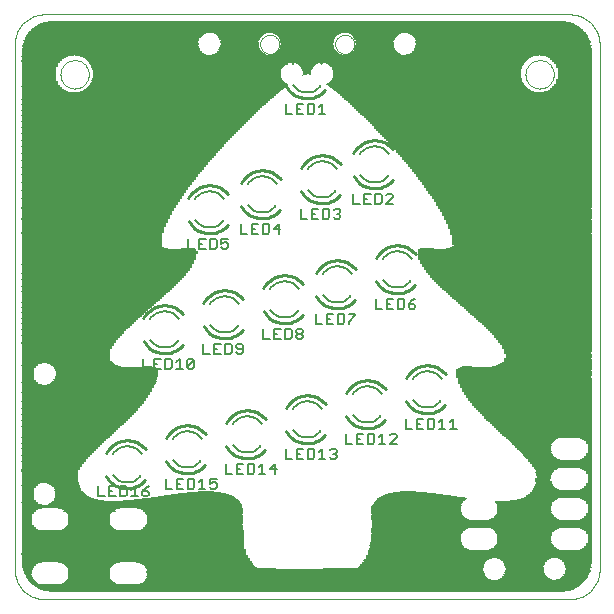
<source format=gto>
G75*
G70*
%OFA0B0*%
%FSLAX24Y24*%
%IPPOS*%
%LPD*%
%AMOC8*
5,1,8,0,0,1.08239X$1,22.5*
%
%ADD10C,0.0000*%
%ADD11C,0.0060*%
%ADD12C,0.0100*%
%ADD13C,0.0020*%
%ADD14R,1.7233X0.0017*%
%ADD15R,1.7433X0.0017*%
%ADD16R,1.7567X0.0017*%
%ADD17R,1.7667X0.0017*%
%ADD18R,1.7767X0.0017*%
%ADD19R,1.7833X0.0017*%
%ADD20R,1.7900X0.0017*%
%ADD21R,1.7967X0.0017*%
%ADD22R,1.8033X0.0017*%
%ADD23R,1.8067X0.0017*%
%ADD24R,1.8133X0.0017*%
%ADD25R,1.8167X0.0017*%
%ADD26R,1.8200X0.0017*%
%ADD27R,1.8267X0.0017*%
%ADD28R,0.0250X0.0017*%
%ADD29R,0.1900X0.0017*%
%ADD30R,1.4750X0.0017*%
%ADD31R,0.0217X0.0017*%
%ADD32R,0.1800X0.0017*%
%ADD33R,1.4716X0.0017*%
%ADD34R,0.0200X0.0017*%
%ADD35R,0.1733X0.0017*%
%ADD36R,1.4700X0.0017*%
%ADD37R,0.0183X0.0017*%
%ADD38R,0.1667X0.0017*%
%ADD39R,1.4684X0.0017*%
%ADD40R,0.0183X0.0017*%
%ADD41R,0.1633X0.0017*%
%ADD42R,1.4683X0.0017*%
%ADD43R,0.0184X0.0017*%
%ADD44R,0.1600X0.0017*%
%ADD45R,1.4683X0.0017*%
%ADD46R,0.1567X0.0017*%
%ADD47R,0.1533X0.0017*%
%ADD48R,0.1500X0.0017*%
%ADD49R,0.1467X0.0017*%
%ADD50R,1.1534X0.0017*%
%ADD51R,0.1816X0.0017*%
%ADD52R,0.0967X0.0017*%
%ADD53R,0.1467X0.0017*%
%ADD54R,1.1484X0.0017*%
%ADD55R,0.1716X0.0017*%
%ADD56R,0.0900X0.0017*%
%ADD57R,0.1433X0.0017*%
%ADD58R,1.1433X0.0017*%
%ADD59R,0.1650X0.0017*%
%ADD60R,0.0883X0.0017*%
%ADD61R,1.1417X0.0017*%
%ADD62R,0.1584X0.0017*%
%ADD63R,0.0184X0.0017*%
%ADD64R,0.1400X0.0017*%
%ADD65R,1.1366X0.0017*%
%ADD66R,0.1550X0.0017*%
%ADD67R,0.0850X0.0017*%
%ADD68R,0.1400X0.0017*%
%ADD69R,1.1350X0.0017*%
%ADD70R,0.1516X0.0017*%
%ADD71R,0.0850X0.0017*%
%ADD72R,0.0217X0.0017*%
%ADD73R,1.1333X0.0017*%
%ADD74R,0.0200X0.0017*%
%ADD75R,0.1367X0.0017*%
%ADD76R,1.1300X0.0017*%
%ADD77R,0.1450X0.0017*%
%ADD78R,0.0833X0.0017*%
%ADD79R,0.1367X0.0017*%
%ADD80R,1.1284X0.0017*%
%ADD81R,0.1416X0.0017*%
%ADD82R,0.0833X0.0017*%
%ADD83R,0.1384X0.0017*%
%ADD84R,0.0817X0.0017*%
%ADD85R,0.0233X0.0017*%
%ADD86R,1.1267X0.0017*%
%ADD87R,0.0834X0.0017*%
%ADD88R,0.0233X0.0017*%
%ADD89R,1.1267X0.0017*%
%ADD90R,0.1350X0.0017*%
%ADD91R,1.1250X0.0017*%
%ADD92R,0.1316X0.0017*%
%ADD93R,0.0250X0.0017*%
%ADD94R,1.1250X0.0017*%
%ADD95R,0.1316X0.0017*%
%ADD96R,0.0816X0.0017*%
%ADD97R,0.0267X0.0017*%
%ADD98R,1.1234X0.0017*%
%ADD99R,0.1300X0.0017*%
%ADD100R,0.1284X0.0017*%
%ADD101R,0.0267X0.0017*%
%ADD102R,1.1234X0.0017*%
%ADD103R,0.1284X0.0017*%
%ADD104R,0.0817X0.0017*%
%ADD105R,0.0283X0.0017*%
%ADD106R,1.1217X0.0017*%
%ADD107R,0.1267X0.0017*%
%ADD108R,0.0834X0.0017*%
%ADD109R,0.0300X0.0017*%
%ADD110R,1.1233X0.0017*%
%ADD111R,0.1250X0.0017*%
%ADD112R,0.0317X0.0017*%
%ADD113R,1.1233X0.0017*%
%ADD114R,0.1250X0.0017*%
%ADD115R,0.0333X0.0017*%
%ADD116R,0.1433X0.0017*%
%ADD117R,0.4317X0.0017*%
%ADD118R,0.5333X0.0017*%
%ADD119R,0.0333X0.0017*%
%ADD120R,0.3933X0.0017*%
%ADD121R,0.4667X0.0017*%
%ADD122R,0.0367X0.0017*%
%ADD123R,0.3717X0.0017*%
%ADD124R,0.4183X0.0017*%
%ADD125R,0.0367X0.0017*%
%ADD126R,0.3684X0.0017*%
%ADD127R,0.4167X0.0017*%
%ADD128R,0.1267X0.0017*%
%ADD129R,0.0867X0.0017*%
%ADD130R,0.0384X0.0017*%
%ADD131R,0.3683X0.0017*%
%ADD132R,0.4150X0.0017*%
%ADD133R,0.0867X0.0017*%
%ADD134R,0.0400X0.0017*%
%ADD135R,0.1533X0.0017*%
%ADD136R,0.0417X0.0017*%
%ADD137R,0.1567X0.0017*%
%ADD138R,0.4134X0.0017*%
%ADD139R,0.0434X0.0017*%
%ADD140R,0.4117X0.0017*%
%ADD141R,0.0466X0.0017*%
%ADD142R,0.1633X0.0017*%
%ADD143R,0.4100X0.0017*%
%ADD144R,0.0900X0.0017*%
%ADD145R,0.0483X0.0017*%
%ADD146R,0.1667X0.0017*%
%ADD147R,0.3700X0.0017*%
%ADD148R,0.4100X0.0017*%
%ADD149R,0.0516X0.0017*%
%ADD150R,0.4083X0.0017*%
%ADD151R,0.1333X0.0017*%
%ADD152R,0.0917X0.0017*%
%ADD153R,0.0550X0.0017*%
%ADD154R,0.1800X0.0017*%
%ADD155R,0.3733X0.0017*%
%ADD156R,0.0583X0.0017*%
%ADD157R,0.1867X0.0017*%
%ADD158R,0.3750X0.0017*%
%ADD159R,0.0934X0.0017*%
%ADD160R,0.0683X0.0017*%
%ADD161R,0.2067X0.0017*%
%ADD162R,0.3834X0.0017*%
%ADD163R,0.4084X0.0017*%
%ADD164R,0.0934X0.0017*%
%ADD165R,0.7650X0.0017*%
%ADD166R,0.0950X0.0017*%
%ADD167R,0.7633X0.0017*%
%ADD168R,0.4083X0.0017*%
%ADD169R,0.0967X0.0017*%
%ADD170R,0.7616X0.0017*%
%ADD171R,0.1484X0.0017*%
%ADD172R,0.0984X0.0017*%
%ADD173R,0.7600X0.0017*%
%ADD174R,0.1000X0.0017*%
%ADD175R,0.7600X0.0017*%
%ADD176R,0.1017X0.0017*%
%ADD177R,0.7583X0.0017*%
%ADD178R,0.4133X0.0017*%
%ADD179R,0.1616X0.0017*%
%ADD180R,0.1050X0.0017*%
%ADD181R,0.1084X0.0017*%
%ADD182R,0.7566X0.0017*%
%ADD183R,0.4184X0.0017*%
%ADD184R,0.1767X0.0017*%
%ADD185R,0.1117X0.0017*%
%ADD186R,0.7550X0.0017*%
%ADD187R,0.4267X0.0017*%
%ADD188R,0.1917X0.0017*%
%ADD189R,0.1184X0.0017*%
%ADD190R,0.7517X0.0017*%
%ADD191R,0.7533X0.0017*%
%ADD192R,0.7517X0.0017*%
%ADD193R,0.7533X0.0017*%
%ADD194R,0.7500X0.0017*%
%ADD195R,0.7516X0.0017*%
%ADD196R,0.7516X0.0017*%
%ADD197R,0.7484X0.0017*%
%ADD198R,0.7484X0.0017*%
%ADD199R,0.7500X0.0017*%
%ADD200R,0.7467X0.0017*%
%ADD201R,0.7483X0.0017*%
%ADD202R,0.7467X0.0017*%
%ADD203R,0.7450X0.0017*%
%ADD204R,0.7466X0.0017*%
%ADD205R,0.7450X0.0017*%
%ADD206R,0.7466X0.0017*%
%ADD207R,0.7434X0.0017*%
%ADD208R,0.7434X0.0017*%
%ADD209R,0.3333X0.0017*%
%ADD210R,0.2333X0.0017*%
%ADD211R,0.0417X0.0017*%
%ADD212R,0.3283X0.0017*%
%ADD213R,0.2233X0.0017*%
%ADD214R,0.0350X0.0017*%
%ADD215R,0.7433X0.0017*%
%ADD216R,0.3250X0.0017*%
%ADD217R,0.2167X0.0017*%
%ADD218R,0.3217X0.0017*%
%ADD219R,0.2100X0.0017*%
%ADD220R,0.0300X0.0017*%
%ADD221R,0.7433X0.0017*%
%ADD222R,0.3166X0.0017*%
%ADD223R,0.2050X0.0017*%
%ADD224R,0.3150X0.0017*%
%ADD225R,0.2016X0.0017*%
%ADD226R,0.3133X0.0017*%
%ADD227R,0.1967X0.0017*%
%ADD228R,0.0234X0.0017*%
%ADD229R,0.7416X0.0017*%
%ADD230R,0.3116X0.0017*%
%ADD231R,0.1950X0.0017*%
%ADD232R,0.7416X0.0017*%
%ADD233R,0.3100X0.0017*%
%ADD234R,0.1916X0.0017*%
%ADD235R,0.3084X0.0017*%
%ADD236R,0.3067X0.0017*%
%ADD237R,0.3050X0.0017*%
%ADD238R,0.1850X0.0017*%
%ADD239R,0.0167X0.0017*%
%ADD240R,0.7400X0.0017*%
%ADD241R,0.1833X0.0017*%
%ADD242R,0.7400X0.0017*%
%ADD243R,0.3034X0.0017*%
%ADD244R,0.1816X0.0017*%
%ADD245R,0.0150X0.0017*%
%ADD246R,0.3034X0.0017*%
%ADD247R,0.0150X0.0017*%
%ADD248R,0.0134X0.0017*%
%ADD249R,0.3000X0.0017*%
%ADD250R,0.1784X0.0017*%
%ADD251R,0.0134X0.0017*%
%ADD252R,0.3000X0.0017*%
%ADD253R,0.1767X0.0017*%
%ADD254R,0.0117X0.0017*%
%ADD255R,0.0117X0.0017*%
%ADD256R,0.7383X0.0017*%
%ADD257R,0.7383X0.0017*%
%ADD258R,0.2983X0.0017*%
%ADD259R,0.3016X0.0017*%
%ADD260R,0.3033X0.0017*%
%ADD261R,0.1867X0.0017*%
%ADD262R,0.3033X0.0017*%
%ADD263R,0.3066X0.0017*%
%ADD264R,0.1933X0.0017*%
%ADD265R,0.3066X0.0017*%
%ADD266R,0.3083X0.0017*%
%ADD267R,0.1984X0.0017*%
%ADD268R,0.0600X0.0017*%
%ADD269R,0.3466X0.0017*%
%ADD270R,0.3116X0.0017*%
%ADD271R,0.2033X0.0017*%
%ADD272R,0.0550X0.0017*%
%ADD273R,0.3416X0.0017*%
%ADD274R,0.3133X0.0017*%
%ADD275R,0.2067X0.0017*%
%ADD276R,0.3383X0.0017*%
%ADD277R,0.2116X0.0017*%
%ADD278R,0.0483X0.0017*%
%ADD279R,0.3350X0.0017*%
%ADD280R,0.3183X0.0017*%
%ADD281R,0.0334X0.0017*%
%ADD282R,0.0466X0.0017*%
%ADD283R,0.3333X0.0017*%
%ADD284R,0.3216X0.0017*%
%ADD285R,0.2250X0.0017*%
%ADD286R,0.0450X0.0017*%
%ADD287R,0.3316X0.0017*%
%ADD288R,0.3283X0.0017*%
%ADD289R,0.2367X0.0017*%
%ADD290R,0.0433X0.0017*%
%ADD291R,0.3300X0.0017*%
%ADD292R,0.7350X0.0017*%
%ADD293R,0.0416X0.0017*%
%ADD294R,0.7350X0.0017*%
%ADD295R,0.3266X0.0017*%
%ADD296R,0.0383X0.0017*%
%ADD297R,0.0383X0.0017*%
%ADD298R,0.3250X0.0017*%
%ADD299R,0.0366X0.0017*%
%ADD300R,0.3233X0.0017*%
%ADD301R,0.0350X0.0017*%
%ADD302R,0.3216X0.0017*%
%ADD303R,0.3200X0.0017*%
%ADD304R,0.3200X0.0017*%
%ADD305R,0.0366X0.0017*%
%ADD306R,0.3233X0.0017*%
%ADD307R,0.0416X0.0017*%
%ADD308R,0.2984X0.0017*%
%ADD309R,0.0433X0.0017*%
%ADD310R,0.3300X0.0017*%
%ADD311R,0.2967X0.0017*%
%ADD312R,0.2967X0.0017*%
%ADD313R,0.3350X0.0017*%
%ADD314R,0.3416X0.0017*%
%ADD315R,0.3450X0.0017*%
%ADD316R,0.3550X0.0017*%
%ADD317R,0.7366X0.0017*%
%ADD318R,0.7366X0.0017*%
%ADD319R,0.2950X0.0017*%
%ADD320R,0.7333X0.0017*%
%ADD321R,0.0650X0.0017*%
%ADD322R,0.6483X0.0017*%
%ADD323R,0.2950X0.0017*%
%ADD324R,0.0600X0.0017*%
%ADD325R,0.6416X0.0017*%
%ADD326R,0.0566X0.0017*%
%ADD327R,0.6367X0.0017*%
%ADD328R,0.0533X0.0017*%
%ADD329R,0.6334X0.0017*%
%ADD330R,0.0516X0.0017*%
%ADD331R,0.6300X0.0017*%
%ADD332R,0.0500X0.0017*%
%ADD333R,0.6266X0.0017*%
%ADD334R,0.6234X0.0017*%
%ADD335R,0.6200X0.0017*%
%ADD336R,0.2933X0.0017*%
%ADD337R,0.1683X0.0017*%
%ADD338R,0.3850X0.0017*%
%ADD339R,0.2933X0.0017*%
%ADD340R,0.1550X0.0017*%
%ADD341R,0.3633X0.0017*%
%ADD342R,0.3434X0.0017*%
%ADD343R,0.1283X0.0017*%
%ADD344R,0.1317X0.0017*%
%ADD345R,0.3134X0.0017*%
%ADD346R,0.1217X0.0017*%
%ADD347R,0.0400X0.0017*%
%ADD348R,0.1217X0.0017*%
%ADD349R,0.1216X0.0017*%
%ADD350R,0.2817X0.0017*%
%ADD351R,0.2834X0.0017*%
%ADD352R,0.1183X0.0017*%
%ADD353R,0.2683X0.0017*%
%ADD354R,0.2700X0.0017*%
%ADD355R,0.2250X0.0017*%
%ADD356R,0.2550X0.0017*%
%ADD357R,0.2217X0.0017*%
%ADD358R,0.2417X0.0017*%
%ADD359R,0.2400X0.0017*%
%ADD360R,0.2184X0.0017*%
%ADD361R,0.1067X0.0017*%
%ADD362R,0.1050X0.0017*%
%ADD363R,0.2100X0.0017*%
%ADD364R,0.2134X0.0017*%
%ADD365R,0.1017X0.0017*%
%ADD366R,0.1950X0.0017*%
%ADD367R,0.2117X0.0017*%
%ADD368R,0.1783X0.0017*%
%ADD369R,0.0984X0.0017*%
%ADD370R,0.1616X0.0017*%
%ADD371R,0.1600X0.0017*%
%ADD372R,0.2050X0.0017*%
%ADD373R,0.1166X0.0017*%
%ADD374R,0.2034X0.0017*%
%ADD375R,0.0917X0.0017*%
%ADD376R,0.0933X0.0017*%
%ADD377R,0.2034X0.0017*%
%ADD378R,0.2017X0.0017*%
%ADD379R,0.2000X0.0017*%
%ADD380R,0.1984X0.0017*%
%ADD381R,0.0883X0.0017*%
%ADD382R,0.0767X0.0017*%
%ADD383R,0.0884X0.0017*%
%ADD384R,0.0734X0.0017*%
%ADD385R,0.0884X0.0017*%
%ADD386R,0.0700X0.0017*%
%ADD387R,0.0633X0.0017*%
%ADD388R,0.0916X0.0017*%
%ADD389R,0.0616X0.0017*%
%ADD390R,0.0933X0.0017*%
%ADD391R,0.0533X0.0017*%
%ADD392R,0.0950X0.0017*%
%ADD393R,0.0567X0.0017*%
%ADD394R,0.0567X0.0017*%
%ADD395R,0.1034X0.0017*%
%ADD396R,0.0733X0.0017*%
%ADD397R,0.1134X0.0017*%
%ADD398R,0.0517X0.0017*%
%ADD399R,0.1883X0.0017*%
%ADD400R,0.1883X0.0017*%
%ADD401R,0.0517X0.0017*%
%ADD402R,0.0500X0.0017*%
%ADD403R,0.0583X0.0017*%
%ADD404R,0.1900X0.0017*%
%ADD405R,0.0617X0.0017*%
%ADD406R,0.0633X0.0017*%
%ADD407R,0.0667X0.0017*%
%ADD408R,0.0716X0.0017*%
%ADD409R,0.1933X0.0017*%
%ADD410R,0.0800X0.0017*%
%ADD411R,0.1966X0.0017*%
%ADD412R,0.1934X0.0017*%
%ADD413R,0.1983X0.0017*%
%ADD414R,0.1983X0.0017*%
%ADD415R,0.2016X0.0017*%
%ADD416R,0.2066X0.0017*%
%ADD417R,0.2083X0.0017*%
%ADD418R,0.2083X0.0017*%
%ADD419R,0.2084X0.0017*%
%ADD420R,0.2133X0.0017*%
%ADD421R,0.2150X0.0017*%
%ADD422R,0.2166X0.0017*%
%ADD423R,0.2166X0.0017*%
%ADD424R,0.1016X0.0017*%
%ADD425R,0.2183X0.0017*%
%ADD426R,0.2200X0.0017*%
%ADD427R,0.2216X0.0017*%
%ADD428R,0.0983X0.0017*%
%ADD429R,0.2233X0.0017*%
%ADD430R,0.0983X0.0017*%
%ADD431R,0.2266X0.0017*%
%ADD432R,0.2283X0.0017*%
%ADD433R,0.0966X0.0017*%
%ADD434R,0.2300X0.0017*%
%ADD435R,0.2316X0.0017*%
%ADD436R,0.2350X0.0017*%
%ADD437R,0.2350X0.0017*%
%ADD438R,0.1000X0.0017*%
%ADD439R,0.2366X0.0017*%
%ADD440R,0.2383X0.0017*%
%ADD441R,0.2400X0.0017*%
%ADD442R,0.2416X0.0017*%
%ADD443R,0.1033X0.0017*%
%ADD444R,0.2433X0.0017*%
%ADD445R,0.2450X0.0017*%
%ADD446R,0.1067X0.0017*%
%ADD447R,0.2466X0.0017*%
%ADD448R,0.1083X0.0017*%
%ADD449R,0.2483X0.0017*%
%ADD450R,0.1100X0.0017*%
%ADD451R,0.2500X0.0017*%
%ADD452R,0.2533X0.0017*%
%ADD453R,0.1133X0.0017*%
%ADD454R,0.2550X0.0017*%
%ADD455R,0.1150X0.0017*%
%ADD456R,0.2566X0.0017*%
%ADD457R,0.1167X0.0017*%
%ADD458R,0.2583X0.0017*%
%ADD459R,0.2600X0.0017*%
%ADD460R,0.1200X0.0017*%
%ADD461R,0.2616X0.0017*%
%ADD462R,0.1234X0.0017*%
%ADD463R,0.2633X0.0017*%
%ADD464R,0.2650X0.0017*%
%ADD465R,0.2666X0.0017*%
%ADD466R,0.1300X0.0017*%
%ADD467R,0.2716X0.0017*%
%ADD468R,0.2733X0.0017*%
%ADD469R,0.1417X0.0017*%
%ADD470R,0.2750X0.0017*%
%ADD471R,0.1450X0.0017*%
%ADD472R,0.2766X0.0017*%
%ADD473R,0.1483X0.0017*%
%ADD474R,0.2783X0.0017*%
%ADD475R,0.1517X0.0017*%
%ADD476R,0.2800X0.0017*%
%ADD477R,0.2816X0.0017*%
%ADD478R,0.1583X0.0017*%
%ADD479R,0.2833X0.0017*%
%ADD480R,0.2850X0.0017*%
%ADD481R,0.2866X0.0017*%
%ADD482R,0.1733X0.0017*%
%ADD483R,0.2900X0.0017*%
%ADD484R,0.2916X0.0017*%
%ADD485R,0.2884X0.0017*%
%ADD486R,0.2900X0.0017*%
%ADD487R,0.2917X0.0017*%
%ADD488R,0.2966X0.0017*%
%ADD489R,0.2934X0.0017*%
%ADD490R,0.3017X0.0017*%
%ADD491R,0.3083X0.0017*%
%ADD492R,0.3150X0.0017*%
%ADD493R,0.3117X0.0017*%
%ADD494R,0.3166X0.0017*%
%ADD495R,0.3184X0.0017*%
%ADD496R,0.3234X0.0017*%
%ADD497R,0.3267X0.0017*%
%ADD498R,0.3284X0.0017*%
%ADD499R,0.3317X0.0017*%
%ADD500R,0.3366X0.0017*%
%ADD501R,0.3334X0.0017*%
%ADD502R,0.3400X0.0017*%
%ADD503R,0.3367X0.0017*%
%ADD504R,0.3384X0.0017*%
%ADD505R,0.3433X0.0017*%
%ADD506R,0.3450X0.0017*%
%ADD507R,0.3417X0.0017*%
%ADD508R,0.3466X0.0017*%
%ADD509R,0.3483X0.0017*%
%ADD510R,0.3467X0.0017*%
%ADD511R,0.3500X0.0017*%
%ADD512R,0.3484X0.0017*%
%ADD513R,0.3516X0.0017*%
%ADD514R,0.3500X0.0017*%
%ADD515R,0.3533X0.0017*%
%ADD516R,0.3517X0.0017*%
%ADD517R,0.3534X0.0017*%
%ADD518R,0.3566X0.0017*%
%ADD519R,0.3550X0.0017*%
%ADD520R,0.3583X0.0017*%
%ADD521R,0.3567X0.0017*%
%ADD522R,0.3600X0.0017*%
%ADD523R,0.3616X0.0017*%
%ADD524R,0.3584X0.0017*%
%ADD525R,0.3650X0.0017*%
%ADD526R,0.3617X0.0017*%
%ADD527R,0.3666X0.0017*%
%ADD528R,0.3634X0.0017*%
%ADD529R,0.3700X0.0017*%
%ADD530R,0.3667X0.0017*%
%ADD531R,0.3716X0.0017*%
%ADD532R,0.3750X0.0017*%
%ADD533R,0.3766X0.0017*%
%ADD534R,0.3734X0.0017*%
%ADD535R,0.3783X0.0017*%
%ADD536R,0.3800X0.0017*%
%ADD537R,0.3767X0.0017*%
%ADD538R,0.3816X0.0017*%
%ADD539R,0.3784X0.0017*%
%ADD540R,0.3833X0.0017*%
%ADD541R,0.3817X0.0017*%
%ADD542R,0.3850X0.0017*%
%ADD543R,0.3834X0.0017*%
%ADD544R,0.3866X0.0017*%
%ADD545R,0.3883X0.0017*%
%ADD546R,0.3867X0.0017*%
%ADD547R,0.3900X0.0017*%
%ADD548R,0.3884X0.0017*%
%ADD549R,0.3916X0.0017*%
%ADD550R,0.3900X0.0017*%
%ADD551R,0.3917X0.0017*%
%ADD552R,0.3950X0.0017*%
%ADD553R,0.3917X0.0017*%
%ADD554R,0.3966X0.0017*%
%ADD555R,0.3934X0.0017*%
%ADD556R,0.3983X0.0017*%
%ADD557R,0.3950X0.0017*%
%ADD558R,0.3983X0.0017*%
%ADD559R,0.3967X0.0017*%
%ADD560R,0.4000X0.0017*%
%ADD561R,0.3984X0.0017*%
%ADD562R,0.4016X0.0017*%
%ADD563R,0.4033X0.0017*%
%ADD564R,0.4000X0.0017*%
%ADD565R,0.4050X0.0017*%
%ADD566R,0.4017X0.0017*%
%ADD567R,0.4034X0.0017*%
%ADD568R,0.4066X0.0017*%
%ADD569R,0.4050X0.0017*%
%ADD570R,0.4067X0.0017*%
%ADD571R,0.4116X0.0017*%
%ADD572R,0.4084X0.0017*%
%ADD573R,0.4116X0.0017*%
%ADD574R,0.4150X0.0017*%
%ADD575R,0.4117X0.0017*%
%ADD576R,0.4166X0.0017*%
%ADD577R,0.4134X0.0017*%
%ADD578R,0.4183X0.0017*%
%ADD579R,0.4200X0.0017*%
%ADD580R,0.4167X0.0017*%
%ADD581R,0.4184X0.0017*%
%ADD582R,0.4216X0.0017*%
%ADD583R,0.4200X0.0017*%
%ADD584R,0.4233X0.0017*%
%ADD585R,0.4217X0.0017*%
%ADD586R,0.4250X0.0017*%
%ADD587R,0.4234X0.0017*%
%ADD588R,0.4266X0.0017*%
%ADD589R,0.4234X0.0017*%
%ADD590R,0.4250X0.0017*%
%ADD591R,0.4283X0.0017*%
%ADD592R,0.4283X0.0017*%
%ADD593R,0.4300X0.0017*%
%ADD594R,0.4284X0.0017*%
%ADD595R,0.4316X0.0017*%
%ADD596R,0.4284X0.0017*%
%ADD597R,0.4316X0.0017*%
%ADD598R,0.4333X0.0017*%
%ADD599R,0.4333X0.0017*%
%ADD600R,0.4350X0.0017*%
%ADD601R,0.4317X0.0017*%
%ADD602R,0.4334X0.0017*%
%ADD603R,0.4366X0.0017*%
%ADD604R,0.4334X0.0017*%
%ADD605R,0.4366X0.0017*%
%ADD606R,0.4383X0.0017*%
%ADD607R,0.4383X0.0017*%
%ADD608R,0.4367X0.0017*%
%ADD609R,0.4400X0.0017*%
%ADD610R,0.4367X0.0017*%
%ADD611R,0.4384X0.0017*%
%ADD612R,0.4416X0.0017*%
%ADD613R,0.4384X0.0017*%
%ADD614R,0.4416X0.0017*%
%ADD615R,0.3533X0.0017*%
%ADD616R,0.4417X0.0017*%
%ADD617R,0.4417X0.0017*%
%ADD618R,0.4434X0.0017*%
%ADD619R,0.3467X0.0017*%
%ADD620R,0.4434X0.0017*%
%ADD621R,0.4450X0.0017*%
%ADD622R,0.4450X0.0017*%
%ADD623R,0.4467X0.0017*%
%ADD624R,0.4467X0.0017*%
%ADD625R,0.4484X0.0017*%
%ADD626R,0.4484X0.0017*%
%ADD627R,0.4500X0.0017*%
%ADD628R,0.3400X0.0017*%
%ADD629R,0.4500X0.0017*%
%ADD630R,0.4517X0.0017*%
%ADD631R,0.4517X0.0017*%
%ADD632R,0.3417X0.0017*%
%ADD633R,0.0450X0.0017*%
%ADD634R,0.3217X0.0017*%
%ADD635R,0.3184X0.0017*%
%ADD636R,0.2150X0.0017*%
%ADD637R,0.3100X0.0017*%
%ADD638R,0.2133X0.0017*%
%ADD639R,0.3067X0.0017*%
%ADD640R,0.0650X0.0017*%
%ADD641R,0.2167X0.0017*%
%ADD642R,0.2917X0.0017*%
%ADD643R,0.2916X0.0017*%
%ADD644R,0.2884X0.0017*%
%ADD645R,0.2966X0.0017*%
%ADD646R,0.2934X0.0017*%
%ADD647R,0.2983X0.0017*%
%ADD648R,0.3016X0.0017*%
%ADD649R,0.2984X0.0017*%
%ADD650R,0.3017X0.0017*%
%ADD651R,0.3050X0.0017*%
%ADD652R,0.3117X0.0017*%
%ADD653R,0.3134X0.0017*%
%ADD654R,0.3167X0.0017*%
%ADD655R,0.3167X0.0017*%
%ADD656R,0.3234X0.0017*%
%ADD657R,0.3267X0.0017*%
%ADD658R,0.3284X0.0017*%
%ADD659R,0.3366X0.0017*%
%ADD660R,0.3334X0.0017*%
%ADD661R,0.3383X0.0017*%
%ADD662R,0.3384X0.0017*%
%ADD663R,0.3434X0.0017*%
%ADD664R,0.3566X0.0017*%
%ADD665R,0.3583X0.0017*%
%ADD666R,0.3616X0.0017*%
%ADD667R,0.3584X0.0017*%
%ADD668R,0.3633X0.0017*%
%ADD669R,0.3600X0.0017*%
%ADD670R,0.3666X0.0017*%
%ADD671R,0.3634X0.0017*%
%ADD672R,0.3683X0.0017*%
%ADD673R,0.3650X0.0017*%
%ADD674R,0.3716X0.0017*%
%ADD675R,0.3684X0.0017*%
%ADD676R,0.3733X0.0017*%
%ADD677R,0.3734X0.0017*%
%ADD678R,0.3766X0.0017*%
%ADD679R,0.3783X0.0017*%
%ADD680R,0.3767X0.0017*%
%ADD681R,0.3784X0.0017*%
%ADD682R,0.3817X0.0017*%
%ADD683R,0.3934X0.0017*%
%ADD684R,0.3967X0.0017*%
%ADD685R,0.4016X0.0017*%
%ADD686R,0.3984X0.0017*%
%ADD687R,0.4033X0.0017*%
%ADD688R,0.4133X0.0017*%
%ADD689R,0.4216X0.0017*%
%ADD690R,0.4233X0.0017*%
%ADD691R,0.4217X0.0017*%
%ADD692R,0.4300X0.0017*%
%ADD693R,0.4267X0.0017*%
%ADD694R,0.4350X0.0017*%
%ADD695R,0.4400X0.0017*%
%ADD696R,0.4433X0.0017*%
%ADD697R,0.4466X0.0017*%
%ADD698R,0.4483X0.0017*%
%ADD699R,0.4516X0.0017*%
%ADD700R,0.4533X0.0017*%
%ADD701R,0.4550X0.0017*%
%ADD702R,0.4534X0.0017*%
%ADD703R,0.4583X0.0017*%
%ADD704R,0.4550X0.0017*%
%ADD705R,0.4600X0.0017*%
%ADD706R,0.4567X0.0017*%
%ADD707R,0.4616X0.0017*%
%ADD708R,0.4584X0.0017*%
%ADD709R,0.4633X0.0017*%
%ADD710R,0.4600X0.0017*%
%ADD711R,0.4650X0.0017*%
%ADD712R,0.4634X0.0017*%
%ADD713R,0.4666X0.0017*%
%ADD714R,0.4683X0.0017*%
%ADD715R,0.4667X0.0017*%
%ADD716R,0.4716X0.0017*%
%ADD717R,0.4684X0.0017*%
%ADD718R,0.4733X0.0017*%
%ADD719R,0.4700X0.0017*%
%ADD720R,0.4750X0.0017*%
%ADD721R,0.4717X0.0017*%
%ADD722R,0.4766X0.0017*%
%ADD723R,0.4734X0.0017*%
%ADD724R,0.4783X0.0017*%
%ADD725R,0.4767X0.0017*%
%ADD726R,0.4800X0.0017*%
%ADD727R,0.4784X0.0017*%
%ADD728R,0.4816X0.0017*%
%ADD729R,0.4800X0.0017*%
%ADD730R,0.4833X0.0017*%
%ADD731R,0.4817X0.0017*%
%ADD732R,0.4866X0.0017*%
%ADD733R,0.4834X0.0017*%
%ADD734R,0.4883X0.0017*%
%ADD735R,0.4850X0.0017*%
%ADD736R,0.4900X0.0017*%
%ADD737R,0.4867X0.0017*%
%ADD738R,0.4916X0.0017*%
%ADD739R,0.4884X0.0017*%
%ADD740R,0.4933X0.0017*%
%ADD741R,0.4950X0.0017*%
%ADD742R,0.4917X0.0017*%
%ADD743R,0.4966X0.0017*%
%ADD744R,0.4934X0.0017*%
%ADD745R,0.4983X0.0017*%
%ADD746R,0.4967X0.0017*%
%ADD747R,0.5000X0.0017*%
%ADD748R,0.4984X0.0017*%
%ADD749R,0.5016X0.0017*%
%ADD750R,0.5000X0.0017*%
%ADD751R,0.5033X0.0017*%
%ADD752R,0.5017X0.0017*%
%ADD753R,0.5050X0.0017*%
%ADD754R,0.5034X0.0017*%
%ADD755R,0.5066X0.0017*%
%ADD756R,0.5050X0.0017*%
%ADD757R,0.5100X0.0017*%
%ADD758R,0.5067X0.0017*%
%ADD759R,0.5116X0.0017*%
%ADD760R,0.5084X0.0017*%
%ADD761R,0.5133X0.0017*%
%ADD762R,0.5100X0.0017*%
%ADD763R,0.5150X0.0017*%
%ADD764R,0.5117X0.0017*%
%ADD765R,0.5166X0.0017*%
%ADD766R,0.5134X0.0017*%
%ADD767R,0.5183X0.0017*%
%ADD768R,0.5150X0.0017*%
%ADD769R,0.5200X0.0017*%
%ADD770R,0.5167X0.0017*%
%ADD771R,0.5216X0.0017*%
%ADD772R,0.5184X0.0017*%
%ADD773R,0.5233X0.0017*%
%ADD774R,0.5200X0.0017*%
%ADD775R,0.5250X0.0017*%
%ADD776R,0.5217X0.0017*%
%ADD777R,0.5266X0.0017*%
%ADD778R,0.5234X0.0017*%
%ADD779R,0.5283X0.0017*%
%ADD780R,0.5250X0.0017*%
%ADD781R,0.5283X0.0017*%
%ADD782R,0.5267X0.0017*%
%ADD783R,0.5300X0.0017*%
%ADD784R,0.5284X0.0017*%
%ADD785R,0.5316X0.0017*%
%ADD786R,0.5300X0.0017*%
%ADD787R,0.5333X0.0017*%
%ADD788R,0.5317X0.0017*%
%ADD789R,0.5350X0.0017*%
%ADD790R,0.5334X0.0017*%
%ADD791R,0.5366X0.0017*%
%ADD792R,0.5350X0.0017*%
%ADD793R,0.5383X0.0017*%
%ADD794R,0.5367X0.0017*%
%ADD795R,0.5400X0.0017*%
%ADD796R,0.5416X0.0017*%
%ADD797R,0.5384X0.0017*%
%ADD798R,0.5433X0.0017*%
%ADD799R,0.5450X0.0017*%
%ADD800R,0.5417X0.0017*%
%ADD801R,0.5450X0.0017*%
%ADD802R,0.5434X0.0017*%
%ADD803R,0.5466X0.0017*%
%ADD804R,0.5483X0.0017*%
%ADD805R,0.5467X0.0017*%
%ADD806R,0.5500X0.0017*%
%ADD807R,0.5467X0.0017*%
%ADD808R,0.5516X0.0017*%
%ADD809R,0.5484X0.0017*%
%ADD810R,0.5533X0.0017*%
%ADD811R,0.5500X0.0017*%
%ADD812R,0.5550X0.0017*%
%ADD813R,0.5517X0.0017*%
%ADD814R,0.5550X0.0017*%
%ADD815R,0.5534X0.0017*%
%ADD816R,0.5566X0.0017*%
%ADD817R,0.5583X0.0017*%
%ADD818R,0.5600X0.0017*%
%ADD819R,0.5567X0.0017*%
%ADD820R,0.5584X0.0017*%
%ADD821R,0.5616X0.0017*%
%ADD822R,0.5584X0.0017*%
%ADD823R,0.5633X0.0017*%
%ADD824R,0.5617X0.0017*%
%ADD825R,0.5650X0.0017*%
%ADD826R,0.5617X0.0017*%
%ADD827R,0.5666X0.0017*%
%ADD828R,0.5634X0.0017*%
%ADD829R,0.5650X0.0017*%
%ADD830R,0.5683X0.0017*%
%ADD831R,0.5683X0.0017*%
%ADD832R,0.5667X0.0017*%
%ADD833R,0.5700X0.0017*%
%ADD834R,0.5700X0.0017*%
%ADD835R,0.5684X0.0017*%
%ADD836R,0.5716X0.0017*%
%ADD837R,0.5684X0.0017*%
%ADD838R,0.5733X0.0017*%
%ADD839R,0.5733X0.0017*%
%ADD840R,0.5717X0.0017*%
%ADD841R,0.5750X0.0017*%
%ADD842R,0.5750X0.0017*%
%ADD843R,0.5734X0.0017*%
%ADD844R,0.5766X0.0017*%
%ADD845R,0.5734X0.0017*%
%ADD846R,0.5783X0.0017*%
%ADD847R,0.5783X0.0017*%
%ADD848R,0.5767X0.0017*%
%ADD849R,0.5800X0.0017*%
%ADD850R,0.5800X0.0017*%
%ADD851R,0.5767X0.0017*%
%ADD852R,0.5784X0.0017*%
%ADD853R,0.5816X0.0017*%
%ADD854R,0.5816X0.0017*%
%ADD855R,0.5833X0.0017*%
%ADD856R,0.5833X0.0017*%
%ADD857R,0.5817X0.0017*%
%ADD858R,0.5850X0.0017*%
%ADD859R,0.5817X0.0017*%
%ADD860R,0.5850X0.0017*%
%ADD861R,0.4784X0.0017*%
%ADD862R,0.4734X0.0017*%
%ADD863R,0.4683X0.0017*%
%ADD864R,0.4650X0.0017*%
%ADD865R,0.4617X0.0017*%
%ADD866R,0.4617X0.0017*%
%ADD867R,0.4634X0.0017*%
%ADD868R,0.4666X0.0017*%
%ADD869R,0.4684X0.0017*%
%ADD870R,0.4700X0.0017*%
%ADD871R,0.4717X0.0017*%
%ADD872R,0.4716X0.0017*%
%ADD873R,0.4733X0.0017*%
%ADD874R,0.4750X0.0017*%
%ADD875R,0.4767X0.0017*%
%ADD876R,0.4783X0.0017*%
%ADD877R,0.4816X0.0017*%
%ADD878R,0.4834X0.0017*%
%ADD879R,0.4850X0.0017*%
%ADD880R,0.4866X0.0017*%
%ADD881R,0.4884X0.0017*%
%ADD882R,0.4900X0.0017*%
%ADD883R,0.4916X0.0017*%
%ADD884R,0.4934X0.0017*%
%ADD885R,0.4950X0.0017*%
%ADD886R,0.4966X0.0017*%
%ADD887R,0.4984X0.0017*%
%ADD888R,0.5016X0.0017*%
%ADD889R,0.5033X0.0017*%
%ADD890R,0.5034X0.0017*%
%ADD891R,0.5067X0.0017*%
%ADD892R,0.5066X0.0017*%
%ADD893R,0.5083X0.0017*%
%ADD894R,0.5083X0.0017*%
%ADD895R,0.5116X0.0017*%
%ADD896R,0.5117X0.0017*%
%ADD897R,0.5133X0.0017*%
%ADD898R,0.5184X0.0017*%
%ADD899R,0.5183X0.0017*%
%ADD900R,0.5216X0.0017*%
%ADD901R,0.5217X0.0017*%
%ADD902R,0.5233X0.0017*%
%ADD903R,0.5284X0.0017*%
%ADD904R,0.5317X0.0017*%
%ADD905R,0.5366X0.0017*%
%ADD906R,0.5383X0.0017*%
%ADD907R,0.5384X0.0017*%
%ADD908R,0.5417X0.0017*%
%ADD909R,0.5434X0.0017*%
%ADD910R,0.5483X0.0017*%
%ADD911R,0.5484X0.0017*%
%ADD912R,0.5516X0.0017*%
%ADD913R,0.5566X0.0017*%
%ADD914R,0.5583X0.0017*%
%ADD915R,0.5600X0.0017*%
%ADD916R,0.5616X0.0017*%
%ADD917R,0.5633X0.0017*%
%ADD918R,0.5667X0.0017*%
%ADD919R,0.5716X0.0017*%
%ADD920R,0.5784X0.0017*%
%ADD921R,0.5834X0.0017*%
%ADD922R,0.5866X0.0017*%
%ADD923R,0.5883X0.0017*%
%ADD924R,0.5867X0.0017*%
%ADD925R,0.5900X0.0017*%
%ADD926R,0.5884X0.0017*%
%ADD927R,0.5900X0.0017*%
%ADD928R,0.5884X0.0017*%
%ADD929R,0.5916X0.0017*%
%ADD930R,0.5933X0.0017*%
%ADD931R,0.5917X0.0017*%
%ADD932R,0.5950X0.0017*%
%ADD933R,0.5934X0.0017*%
%ADD934R,0.5966X0.0017*%
%ADD935R,0.5934X0.0017*%
%ADD936R,0.5983X0.0017*%
%ADD937R,0.5950X0.0017*%
%ADD938R,0.5983X0.0017*%
%ADD939R,0.5967X0.0017*%
%ADD940R,0.6000X0.0017*%
%ADD941R,0.5984X0.0017*%
%ADD942R,0.6016X0.0017*%
%ADD943R,0.6033X0.0017*%
%ADD944R,0.6000X0.0017*%
%ADD945R,0.6050X0.0017*%
%ADD946R,0.6017X0.0017*%
%ADD947R,0.6066X0.0017*%
%ADD948R,0.6034X0.0017*%
%ADD949R,0.6066X0.0017*%
%ADD950R,0.6050X0.0017*%
%ADD951R,0.6083X0.0017*%
%ADD952R,0.6067X0.0017*%
%ADD953R,0.6100X0.0017*%
%ADD954R,0.6116X0.0017*%
%ADD955R,0.6084X0.0017*%
%ADD956R,0.6133X0.0017*%
%ADD957R,0.6150X0.0017*%
%ADD958R,0.6117X0.0017*%
%ADD959R,0.6150X0.0017*%
%ADD960R,0.6134X0.0017*%
%ADD961R,0.6166X0.0017*%
%ADD962R,0.6183X0.0017*%
%ADD963R,0.6167X0.0017*%
%ADD964R,0.6216X0.0017*%
%ADD965R,0.6184X0.0017*%
%ADD966R,0.6233X0.0017*%
%ADD967R,0.6200X0.0017*%
%ADD968R,0.6233X0.0017*%
%ADD969R,0.6217X0.0017*%
%ADD970R,0.6250X0.0017*%
%ADD971R,0.6283X0.0017*%
%ADD972R,0.6250X0.0017*%
%ADD973R,0.6300X0.0017*%
%ADD974R,0.6267X0.0017*%
%ADD975R,0.6316X0.0017*%
%ADD976R,0.6284X0.0017*%
%ADD977R,0.6333X0.0017*%
%ADD978R,0.6333X0.0017*%
%ADD979R,0.6317X0.0017*%
%ADD980R,0.6350X0.0017*%
%ADD981R,0.6366X0.0017*%
%ADD982R,0.6334X0.0017*%
%ADD983R,0.6383X0.0017*%
%ADD984R,0.6400X0.0017*%
%ADD985R,0.6384X0.0017*%
%ADD986R,0.6433X0.0017*%
%ADD987R,0.6450X0.0017*%
%ADD988R,0.6466X0.0017*%
%ADD989R,0.6417X0.0017*%
%ADD990R,0.6466X0.0017*%
%ADD991R,0.6434X0.0017*%
%ADD992R,0.6500X0.0017*%
%ADD993R,0.6467X0.0017*%
%ADD994R,0.6516X0.0017*%
%ADD995R,0.6484X0.0017*%
%ADD996R,0.6533X0.0017*%
%ADD997R,0.6500X0.0017*%
%ADD998R,0.6550X0.0017*%
%ADD999R,0.6517X0.0017*%
%ADD1000R,0.6566X0.0017*%
%ADD1001R,0.6517X0.0017*%
%ADD1002R,0.6583X0.0017*%
%ADD1003R,0.6534X0.0017*%
%ADD1004R,0.6600X0.0017*%
%ADD1005R,0.6600X0.0017*%
%ADD1006R,0.6567X0.0017*%
%ADD1007R,0.6616X0.0017*%
%ADD1008R,0.6584X0.0017*%
%ADD1009R,0.6633X0.0017*%
%ADD1010R,0.6650X0.0017*%
%ADD1011R,0.6617X0.0017*%
%ADD1012R,0.6666X0.0017*%
%ADD1013R,0.6634X0.0017*%
%ADD1014R,0.6683X0.0017*%
%ADD1015R,0.6634X0.0017*%
%ADD1016R,0.6700X0.0017*%
%ADD1017R,0.6716X0.0017*%
%ADD1018R,0.6667X0.0017*%
%ADD1019R,0.6733X0.0017*%
%ADD1020R,0.6684X0.0017*%
%ADD1021R,0.6750X0.0017*%
%ADD1022R,0.6717X0.0017*%
%ADD1023R,0.6766X0.0017*%
%ADD1024R,0.6734X0.0017*%
%ADD1025R,0.6783X0.0017*%
%ADD1026R,0.6800X0.0017*%
%ADD1027R,0.6767X0.0017*%
%ADD1028R,0.6816X0.0017*%
%ADD1029R,0.6767X0.0017*%
%ADD1030R,0.6833X0.0017*%
%ADD1031R,0.6784X0.0017*%
%ADD1032R,0.6850X0.0017*%
%ADD1033R,0.6866X0.0017*%
%ADD1034R,0.6817X0.0017*%
%ADD1035R,0.6883X0.0017*%
%ADD1036R,0.6834X0.0017*%
%ADD1037R,0.6900X0.0017*%
%ADD1038R,0.6916X0.0017*%
%ADD1039R,0.6867X0.0017*%
%ADD1040R,0.6933X0.0017*%
%ADD1041R,0.6884X0.0017*%
%ADD1042R,0.6950X0.0017*%
%ADD1043R,0.6966X0.0017*%
%ADD1044R,0.6917X0.0017*%
%ADD1045R,0.6983X0.0017*%
%ADD1046R,0.6934X0.0017*%
%ADD1047R,0.7000X0.0017*%
%ADD1048R,0.7016X0.0017*%
%ADD1049R,0.6967X0.0017*%
%ADD1050R,0.7016X0.0017*%
%ADD1051R,0.6984X0.0017*%
%ADD1052R,0.7033X0.0017*%
%ADD1053R,0.7050X0.0017*%
%ADD1054R,0.7000X0.0017*%
%ADD1055R,0.7066X0.0017*%
%ADD1056R,0.7017X0.0017*%
%ADD1057R,0.7083X0.0017*%
%ADD1058R,0.7034X0.0017*%
%ADD1059R,0.7100X0.0017*%
%ADD1060R,0.7116X0.0017*%
%ADD1061R,0.7067X0.0017*%
%ADD1062R,0.7133X0.0017*%
%ADD1063R,0.7084X0.0017*%
%ADD1064R,0.7150X0.0017*%
%ADD1065R,0.7166X0.0017*%
%ADD1066R,0.7117X0.0017*%
%ADD1067R,0.7183X0.0017*%
%ADD1068R,0.7134X0.0017*%
%ADD1069R,0.7200X0.0017*%
%ADD1070R,0.7216X0.0017*%
%ADD1071R,0.7167X0.0017*%
%ADD1072R,0.7233X0.0017*%
%ADD1073R,0.7184X0.0017*%
%ADD1074R,0.7250X0.0017*%
%ADD1075R,0.7266X0.0017*%
%ADD1076R,0.7217X0.0017*%
%ADD1077R,0.7283X0.0017*%
%ADD1078R,0.7234X0.0017*%
%ADD1079R,0.7300X0.0017*%
%ADD1080R,0.7316X0.0017*%
%ADD1081R,0.7267X0.0017*%
%ADD1082R,0.7284X0.0017*%
%ADD1083R,0.7284X0.0017*%
%ADD1084R,0.7300X0.0017*%
%ADD1085R,0.7317X0.0017*%
%ADD1086R,0.7334X0.0017*%
%ADD1087R,0.7367X0.0017*%
%ADD1088R,0.7384X0.0017*%
%ADD1089R,0.7417X0.0017*%
%ADD1090R,0.7550X0.0017*%
%ADD1091R,0.7566X0.0017*%
%ADD1092R,0.7534X0.0017*%
%ADD1093R,0.7633X0.0017*%
%ADD1094R,0.7567X0.0017*%
%ADD1095R,0.7650X0.0017*%
%ADD1096R,0.7584X0.0017*%
%ADD1097R,0.7666X0.0017*%
%ADD1098R,0.7683X0.0017*%
%ADD1099R,0.7617X0.0017*%
%ADD1100R,0.7700X0.0017*%
%ADD1101R,0.7634X0.0017*%
%ADD1102R,0.7716X0.0017*%
%ADD1103R,0.7733X0.0017*%
%ADD1104R,0.7667X0.0017*%
%ADD1105R,0.7750X0.0017*%
%ADD1106R,0.7766X0.0017*%
%ADD1107R,0.7717X0.0017*%
%ADD1108R,0.7783X0.0017*%
%ADD1109R,0.7734X0.0017*%
%ADD1110R,0.7800X0.0017*%
%ADD1111R,0.7833X0.0017*%
%ADD1112R,0.7767X0.0017*%
%ADD1113R,0.7850X0.0017*%
%ADD1114R,0.7784X0.0017*%
%ADD1115R,0.7866X0.0017*%
%ADD1116R,0.7883X0.0017*%
%ADD1117R,0.7817X0.0017*%
%ADD1118R,0.7900X0.0017*%
%ADD1119R,0.7834X0.0017*%
%ADD1120R,0.7916X0.0017*%
%ADD1121R,0.7850X0.0017*%
%ADD1122R,0.7933X0.0017*%
%ADD1123R,0.7867X0.0017*%
%ADD1124R,0.7950X0.0017*%
%ADD1125R,0.7884X0.0017*%
%ADD1126R,0.7966X0.0017*%
%ADD1127R,0.7900X0.0017*%
%ADD1128R,0.7983X0.0017*%
%ADD1129R,0.7917X0.0017*%
%ADD1130R,0.8000X0.0017*%
%ADD1131R,0.7934X0.0017*%
%ADD1132R,0.8016X0.0017*%
%ADD1133R,0.7950X0.0017*%
%ADD1134R,0.8033X0.0017*%
%ADD1135R,0.7967X0.0017*%
%ADD1136R,0.8050X0.0017*%
%ADD1137R,0.7984X0.0017*%
%ADD1138R,0.8066X0.0017*%
%ADD1139R,0.8000X0.0017*%
%ADD1140R,0.8100X0.0017*%
%ADD1141R,0.8034X0.0017*%
%ADD1142R,0.8116X0.0017*%
%ADD1143R,0.8133X0.0017*%
%ADD1144R,0.8067X0.0017*%
%ADD1145R,0.8150X0.0017*%
%ADD1146R,0.8084X0.0017*%
%ADD1147R,0.8166X0.0017*%
%ADD1148R,0.8183X0.0017*%
%ADD1149R,0.8117X0.0017*%
%ADD1150R,0.8200X0.0017*%
%ADD1151R,0.8134X0.0017*%
%ADD1152R,0.8216X0.0017*%
%ADD1153R,0.8250X0.0017*%
%ADD1154R,0.8184X0.0017*%
%ADD1155R,0.8266X0.0017*%
%ADD1156R,0.8283X0.0017*%
%ADD1157R,0.8217X0.0017*%
%ADD1158R,0.8300X0.0017*%
%ADD1159R,0.8234X0.0017*%
%ADD1160R,0.8316X0.0017*%
%ADD1161R,0.8250X0.0017*%
%ADD1162R,0.8333X0.0017*%
%ADD1163R,0.8267X0.0017*%
%ADD1164R,0.8350X0.0017*%
%ADD1165R,0.8284X0.0017*%
%ADD1166R,0.8383X0.0017*%
%ADD1167R,0.8300X0.0017*%
%ADD1168R,0.8400X0.0017*%
%ADD1169R,0.8334X0.0017*%
%ADD1170R,0.8416X0.0017*%
%ADD1171R,0.8433X0.0017*%
%ADD1172R,0.8367X0.0017*%
%ADD1173R,0.8450X0.0017*%
%ADD1174R,0.8384X0.0017*%
%ADD1175R,0.8466X0.0017*%
%ADD1176R,0.8400X0.0017*%
%ADD1177R,0.8483X0.0017*%
%ADD1178R,0.8417X0.0017*%
%ADD1179R,0.8516X0.0017*%
%ADD1180R,0.8434X0.0017*%
%ADD1181R,0.8533X0.0017*%
%ADD1182R,0.8467X0.0017*%
%ADD1183R,0.8550X0.0017*%
%ADD1184R,0.8484X0.0017*%
%ADD1185R,0.6683X0.0017*%
%ADD1186R,0.1617X0.0017*%
%ADD1187R,0.1566X0.0017*%
%ADD1188R,0.6667X0.0017*%
%ADD1189R,0.6583X0.0017*%
%ADD1190R,0.6633X0.0017*%
%ADD1191R,0.1483X0.0017*%
%ADD1192R,0.6550X0.0017*%
%ADD1193R,0.6534X0.0017*%
%ADD1194R,0.1383X0.0017*%
%ADD1195R,0.1366X0.0017*%
%ADD1196R,0.6516X0.0017*%
%ADD1197R,0.1334X0.0017*%
%ADD1198R,0.6533X0.0017*%
%ADD1199R,0.1317X0.0017*%
%ADD1200R,0.1283X0.0017*%
%ADD1201R,0.1266X0.0017*%
%ADD1202R,0.1233X0.0017*%
%ADD1203R,0.1234X0.0017*%
%ADD1204R,0.1233X0.0017*%
%ADD1205R,0.6567X0.0017*%
%ADD1206R,0.1200X0.0017*%
%ADD1207R,0.6483X0.0017*%
%ADD1208R,0.6417X0.0017*%
%ADD1209R,0.1166X0.0017*%
%ADD1210R,0.6383X0.0017*%
%ADD1211R,0.6366X0.0017*%
%ADD1212R,0.1167X0.0017*%
%ADD1213R,0.6350X0.0017*%
%ADD1214R,0.1150X0.0017*%
%ADD1215R,0.6283X0.0017*%
%ADD1216R,0.1133X0.0017*%
%ADD1217R,0.6267X0.0017*%
%ADD1218R,0.1134X0.0017*%
%ADD1219R,0.0017X0.0017*%
%ADD1220R,0.0067X0.0017*%
%ADD1221R,0.0083X0.0017*%
%ADD1222R,0.0284X0.0017*%
%ADD1223R,0.0316X0.0017*%
%ADD1224R,0.1183X0.0017*%
%ADD1225R,0.6400X0.0017*%
%ADD1226R,0.1184X0.0017*%
%ADD1227R,0.0484X0.0017*%
%ADD1228R,0.1216X0.0017*%
%ADD1229R,0.0667X0.0017*%
%ADD1230R,0.0750X0.0017*%
%ADD1231R,0.6684X0.0017*%
%ADD1232R,0.1266X0.0017*%
%ADD1233R,1.4533X0.0017*%
%ADD1234R,1.4567X0.0017*%
%ADD1235R,1.4600X0.0017*%
%ADD1236R,0.1333X0.0017*%
%ADD1237R,1.4667X0.0017*%
%ADD1238R,0.1334X0.0017*%
%ADD1239R,0.1366X0.0017*%
%ADD1240R,1.4733X0.0017*%
%ADD1241R,0.1383X0.0017*%
%ADD1242R,1.4767X0.0017*%
%ADD1243R,0.1384X0.0017*%
%ADD1244R,1.4833X0.0017*%
%ADD1245R,1.4867X0.0017*%
%ADD1246R,0.1434X0.0017*%
%ADD1247R,0.1466X0.0017*%
%ADD1248R,1.4933X0.0017*%
%ADD1249R,1.5000X0.0017*%
%ADD1250R,1.5100X0.0017*%
%ADD1251R,1.5200X0.0017*%
%ADD1252R,1.5467X0.0017*%
%ADD1253R,0.1734X0.0017*%
%ADD1254R,0.6167X0.0017*%
%ADD1255R,0.6100X0.0017*%
%ADD1256R,0.6017X0.0017*%
%ADD1257R,0.1884X0.0017*%
%ADD1258R,0.5933X0.0017*%
%ADD1259R,0.5916X0.0017*%
%ADD1260R,0.1784X0.0017*%
%ADD1261R,0.5867X0.0017*%
%ADD1262R,0.1750X0.0017*%
%ADD1263R,0.1750X0.0017*%
%ADD1264R,0.5834X0.0017*%
%ADD1265R,0.5866X0.0017*%
%ADD1266R,0.5917X0.0017*%
%ADD1267R,0.5967X0.0017*%
%ADD1268R,1.8533X0.0017*%
%ADD1269R,1.8500X0.0017*%
%ADD1270R,1.8467X0.0017*%
%ADD1271R,1.8433X0.0017*%
%ADD1272R,1.8400X0.0017*%
%ADD1273R,1.8367X0.0017*%
%ADD1274R,1.8333X0.0017*%
%ADD1275R,1.8300X0.0017*%
%ADD1276R,1.8233X0.0017*%
%ADD1277R,1.8167X0.0017*%
%ADD1278R,1.8100X0.0017*%
%ADD1279R,1.8033X0.0017*%
%ADD1280R,1.7900X0.0017*%
%ADD1281R,1.7833X0.0017*%
%ADD1282R,1.7667X0.0017*%
%ADD1283R,1.7600X0.0017*%
%ADD1284R,1.7467X0.0017*%
%ADD1285R,1.7267X0.0017*%
D10*
X000655Y001655D02*
X000655Y019155D01*
X000657Y019215D01*
X000662Y019276D01*
X000671Y019335D01*
X000684Y019394D01*
X000700Y019453D01*
X000720Y019510D01*
X000743Y019565D01*
X000770Y019620D01*
X000799Y019672D01*
X000832Y019723D01*
X000868Y019772D01*
X000906Y019818D01*
X000948Y019862D01*
X000992Y019904D01*
X001038Y019942D01*
X001087Y019978D01*
X001138Y020011D01*
X001190Y020040D01*
X001245Y020067D01*
X001300Y020090D01*
X001357Y020110D01*
X001416Y020126D01*
X001475Y020139D01*
X001534Y020148D01*
X001595Y020153D01*
X001655Y020155D01*
X019155Y020155D01*
X019215Y020153D01*
X019276Y020148D01*
X019335Y020139D01*
X019394Y020126D01*
X019453Y020110D01*
X019510Y020090D01*
X019565Y020067D01*
X019620Y020040D01*
X019672Y020011D01*
X019723Y019978D01*
X019772Y019942D01*
X019818Y019904D01*
X019862Y019862D01*
X019904Y019818D01*
X019942Y019772D01*
X019978Y019723D01*
X020011Y019672D01*
X020040Y019620D01*
X020067Y019565D01*
X020090Y019510D01*
X020110Y019453D01*
X020126Y019394D01*
X020139Y019335D01*
X020148Y019276D01*
X020153Y019215D01*
X020155Y019155D01*
X020155Y001655D01*
X020153Y001595D01*
X020148Y001534D01*
X020139Y001475D01*
X020126Y001416D01*
X020110Y001357D01*
X020090Y001300D01*
X020067Y001245D01*
X020040Y001190D01*
X020011Y001138D01*
X019978Y001087D01*
X019942Y001038D01*
X019904Y000992D01*
X019862Y000948D01*
X019818Y000906D01*
X019772Y000868D01*
X019723Y000832D01*
X019672Y000799D01*
X019620Y000770D01*
X019565Y000743D01*
X019510Y000720D01*
X019453Y000700D01*
X019394Y000684D01*
X019335Y000671D01*
X019276Y000662D01*
X019215Y000657D01*
X019155Y000655D01*
X001655Y000655D01*
X001595Y000657D01*
X001534Y000662D01*
X001475Y000671D01*
X001416Y000684D01*
X001357Y000700D01*
X001300Y000720D01*
X001245Y000743D01*
X001190Y000770D01*
X001138Y000799D01*
X001087Y000832D01*
X001038Y000868D01*
X000992Y000906D01*
X000948Y000948D01*
X000906Y000992D01*
X000868Y001038D01*
X000832Y001087D01*
X000799Y001138D01*
X000770Y001190D01*
X000743Y001245D01*
X000720Y001300D01*
X000700Y001357D01*
X000684Y001416D01*
X000671Y001475D01*
X000662Y001534D01*
X000657Y001595D01*
X000655Y001655D01*
X002183Y018155D02*
X002185Y018198D01*
X002191Y018240D01*
X002201Y018282D01*
X002214Y018323D01*
X002231Y018363D01*
X002252Y018400D01*
X002276Y018436D01*
X002303Y018469D01*
X002333Y018500D01*
X002366Y018528D01*
X002401Y018553D01*
X002438Y018574D01*
X002477Y018592D01*
X002517Y018606D01*
X002559Y018617D01*
X002601Y018624D01*
X002644Y018627D01*
X002687Y018626D01*
X002730Y018621D01*
X002772Y018612D01*
X002813Y018600D01*
X002853Y018584D01*
X002891Y018564D01*
X002927Y018541D01*
X002961Y018514D01*
X002993Y018485D01*
X003021Y018453D01*
X003047Y018418D01*
X003069Y018382D01*
X003088Y018343D01*
X003103Y018303D01*
X003115Y018262D01*
X003123Y018219D01*
X003127Y018176D01*
X003127Y018134D01*
X003123Y018091D01*
X003115Y018048D01*
X003103Y018007D01*
X003088Y017967D01*
X003069Y017928D01*
X003047Y017892D01*
X003021Y017857D01*
X002993Y017825D01*
X002961Y017796D01*
X002927Y017769D01*
X002891Y017746D01*
X002853Y017726D01*
X002813Y017710D01*
X002772Y017698D01*
X002730Y017689D01*
X002687Y017684D01*
X002644Y017683D01*
X002601Y017686D01*
X002559Y017693D01*
X002517Y017704D01*
X002477Y017718D01*
X002438Y017736D01*
X002401Y017757D01*
X002366Y017782D01*
X002333Y017810D01*
X002303Y017841D01*
X002276Y017874D01*
X002252Y017910D01*
X002231Y017947D01*
X002214Y017987D01*
X002201Y018028D01*
X002191Y018070D01*
X002185Y018112D01*
X002183Y018155D01*
X008840Y019155D02*
X008842Y019190D01*
X008848Y019225D01*
X008858Y019259D01*
X008871Y019292D01*
X008888Y019323D01*
X008909Y019351D01*
X008932Y019378D01*
X008959Y019401D01*
X008987Y019422D01*
X009018Y019439D01*
X009051Y019452D01*
X009085Y019462D01*
X009120Y019468D01*
X009155Y019470D01*
X009190Y019468D01*
X009225Y019462D01*
X009259Y019452D01*
X009292Y019439D01*
X009323Y019422D01*
X009351Y019401D01*
X009378Y019378D01*
X009401Y019351D01*
X009422Y019323D01*
X009439Y019292D01*
X009452Y019259D01*
X009462Y019225D01*
X009468Y019190D01*
X009470Y019155D01*
X009468Y019120D01*
X009462Y019085D01*
X009452Y019051D01*
X009439Y019018D01*
X009422Y018987D01*
X009401Y018959D01*
X009378Y018932D01*
X009351Y018909D01*
X009323Y018888D01*
X009292Y018871D01*
X009259Y018858D01*
X009225Y018848D01*
X009190Y018842D01*
X009155Y018840D01*
X009120Y018842D01*
X009085Y018848D01*
X009051Y018858D01*
X009018Y018871D01*
X008987Y018888D01*
X008959Y018909D01*
X008932Y018932D01*
X008909Y018959D01*
X008888Y018987D01*
X008871Y019018D01*
X008858Y019051D01*
X008848Y019085D01*
X008842Y019120D01*
X008840Y019155D01*
X011340Y019155D02*
X011342Y019190D01*
X011348Y019225D01*
X011358Y019259D01*
X011371Y019292D01*
X011388Y019323D01*
X011409Y019351D01*
X011432Y019378D01*
X011459Y019401D01*
X011487Y019422D01*
X011518Y019439D01*
X011551Y019452D01*
X011585Y019462D01*
X011620Y019468D01*
X011655Y019470D01*
X011690Y019468D01*
X011725Y019462D01*
X011759Y019452D01*
X011792Y019439D01*
X011823Y019422D01*
X011851Y019401D01*
X011878Y019378D01*
X011901Y019351D01*
X011922Y019323D01*
X011939Y019292D01*
X011952Y019259D01*
X011962Y019225D01*
X011968Y019190D01*
X011970Y019155D01*
X011968Y019120D01*
X011962Y019085D01*
X011952Y019051D01*
X011939Y019018D01*
X011922Y018987D01*
X011901Y018959D01*
X011878Y018932D01*
X011851Y018909D01*
X011823Y018888D01*
X011792Y018871D01*
X011759Y018858D01*
X011725Y018848D01*
X011690Y018842D01*
X011655Y018840D01*
X011620Y018842D01*
X011585Y018848D01*
X011551Y018858D01*
X011518Y018871D01*
X011487Y018888D01*
X011459Y018909D01*
X011432Y018932D01*
X011409Y018959D01*
X011388Y018987D01*
X011371Y019018D01*
X011358Y019051D01*
X011348Y019085D01*
X011342Y019120D01*
X011340Y019155D01*
X017683Y018155D02*
X017685Y018198D01*
X017691Y018240D01*
X017701Y018282D01*
X017714Y018323D01*
X017731Y018363D01*
X017752Y018400D01*
X017776Y018436D01*
X017803Y018469D01*
X017833Y018500D01*
X017866Y018528D01*
X017901Y018553D01*
X017938Y018574D01*
X017977Y018592D01*
X018017Y018606D01*
X018059Y018617D01*
X018101Y018624D01*
X018144Y018627D01*
X018187Y018626D01*
X018230Y018621D01*
X018272Y018612D01*
X018313Y018600D01*
X018353Y018584D01*
X018391Y018564D01*
X018427Y018541D01*
X018461Y018514D01*
X018493Y018485D01*
X018521Y018453D01*
X018547Y018418D01*
X018569Y018382D01*
X018588Y018343D01*
X018603Y018303D01*
X018615Y018262D01*
X018623Y018219D01*
X018627Y018176D01*
X018627Y018134D01*
X018623Y018091D01*
X018615Y018048D01*
X018603Y018007D01*
X018588Y017967D01*
X018569Y017928D01*
X018547Y017892D01*
X018521Y017857D01*
X018493Y017825D01*
X018461Y017796D01*
X018427Y017769D01*
X018391Y017746D01*
X018353Y017726D01*
X018313Y017710D01*
X018272Y017698D01*
X018230Y017689D01*
X018187Y017684D01*
X018144Y017683D01*
X018101Y017686D01*
X018059Y017693D01*
X018017Y017704D01*
X017977Y017718D01*
X017938Y017736D01*
X017901Y017757D01*
X017866Y017782D01*
X017833Y017810D01*
X017803Y017841D01*
X017776Y017874D01*
X017752Y017910D01*
X017731Y017947D01*
X017714Y017987D01*
X017701Y018028D01*
X017691Y018070D01*
X017685Y018112D01*
X017683Y018155D01*
D11*
X013267Y014119D02*
X013210Y014175D01*
X013097Y014175D01*
X013040Y014119D01*
X012899Y014119D02*
X012899Y013892D01*
X012842Y013835D01*
X012672Y013835D01*
X012672Y014175D01*
X012842Y014175D01*
X012899Y014119D01*
X013040Y013835D02*
X013267Y014062D01*
X013267Y014119D01*
X013267Y013835D02*
X013040Y013835D01*
X012530Y013835D02*
X012303Y013835D01*
X012303Y014175D01*
X012530Y014175D01*
X012417Y014005D02*
X012303Y014005D01*
X012162Y013835D02*
X011935Y013835D01*
X011935Y014175D01*
X011460Y013675D02*
X011347Y013675D01*
X011290Y013619D01*
X011149Y013619D02*
X011149Y013392D01*
X011092Y013335D01*
X010922Y013335D01*
X010922Y013675D01*
X011092Y013675D01*
X011149Y013619D01*
X011290Y013392D02*
X011347Y013335D01*
X011460Y013335D01*
X011517Y013392D01*
X011517Y013449D01*
X011460Y013505D01*
X011403Y013505D01*
X011460Y013505D02*
X011517Y013562D01*
X011517Y013619D01*
X011460Y013675D01*
X010780Y013675D02*
X010553Y013675D01*
X010553Y013335D01*
X010780Y013335D01*
X010667Y013505D02*
X010553Y013505D01*
X010412Y013335D02*
X010185Y013335D01*
X010185Y013675D01*
X009460Y013175D02*
X009290Y013005D01*
X009517Y013005D01*
X009460Y012835D02*
X009460Y013175D01*
X009149Y013119D02*
X009149Y012892D01*
X009092Y012835D01*
X008922Y012835D01*
X008922Y013175D01*
X009092Y013175D01*
X009149Y013119D01*
X008780Y013175D02*
X008553Y013175D01*
X008553Y012835D01*
X008780Y012835D01*
X008667Y013005D02*
X008553Y013005D01*
X008412Y012835D02*
X008185Y012835D01*
X008185Y013175D01*
X007767Y012675D02*
X007540Y012675D01*
X007540Y012505D01*
X007653Y012562D01*
X007710Y012562D01*
X007767Y012505D01*
X007767Y012392D01*
X007710Y012335D01*
X007597Y012335D01*
X007540Y012392D01*
X007399Y012392D02*
X007399Y012619D01*
X007342Y012675D01*
X007172Y012675D01*
X007172Y012335D01*
X007342Y012335D01*
X007399Y012392D01*
X007030Y012335D02*
X006803Y012335D01*
X006803Y012675D01*
X007030Y012675D01*
X006917Y012505D02*
X006803Y012505D01*
X006662Y012335D02*
X006435Y012335D01*
X006435Y012675D01*
X006681Y013287D02*
X006711Y013252D01*
X006742Y013219D01*
X006777Y013189D01*
X006813Y013162D01*
X006851Y013138D01*
X006891Y013116D01*
X006933Y013098D01*
X006976Y013082D01*
X007020Y013070D01*
X007064Y013062D01*
X007110Y013057D01*
X007155Y013055D01*
X007200Y013057D01*
X007246Y013062D01*
X007290Y013070D01*
X007334Y013082D01*
X007377Y013098D01*
X007419Y013116D01*
X007459Y013138D01*
X007497Y013162D01*
X007533Y013189D01*
X007568Y013219D01*
X007599Y013252D01*
X007629Y013287D01*
X007155Y014255D02*
X007109Y014253D01*
X007063Y014248D01*
X007017Y014239D01*
X006972Y014227D01*
X006929Y014211D01*
X006887Y014192D01*
X006846Y014169D01*
X006807Y014144D01*
X006771Y014116D01*
X006736Y014085D01*
X006704Y014051D01*
X006675Y014015D01*
X007155Y014255D02*
X007202Y014253D01*
X007250Y014247D01*
X007296Y014238D01*
X007342Y014225D01*
X007386Y014209D01*
X007430Y014189D01*
X007471Y014165D01*
X007510Y014139D01*
X007547Y014109D01*
X007582Y014076D01*
X007614Y014041D01*
X007643Y014004D01*
X008431Y013787D02*
X008461Y013752D01*
X008492Y013719D01*
X008527Y013689D01*
X008563Y013662D01*
X008601Y013638D01*
X008641Y013616D01*
X008683Y013598D01*
X008726Y013582D01*
X008770Y013570D01*
X008814Y013562D01*
X008860Y013557D01*
X008905Y013555D01*
X008950Y013557D01*
X008996Y013562D01*
X009040Y013570D01*
X009084Y013582D01*
X009127Y013598D01*
X009169Y013616D01*
X009209Y013638D01*
X009247Y013662D01*
X009283Y013689D01*
X009318Y013719D01*
X009349Y013752D01*
X009379Y013787D01*
X008905Y014755D02*
X008859Y014753D01*
X008813Y014748D01*
X008767Y014739D01*
X008722Y014727D01*
X008679Y014711D01*
X008637Y014692D01*
X008596Y014669D01*
X008557Y014644D01*
X008521Y014616D01*
X008486Y014585D01*
X008454Y014551D01*
X008425Y014515D01*
X008905Y014755D02*
X008952Y014753D01*
X009000Y014747D01*
X009046Y014738D01*
X009092Y014725D01*
X009136Y014709D01*
X009180Y014689D01*
X009221Y014665D01*
X009260Y014639D01*
X009297Y014609D01*
X009332Y014576D01*
X009364Y014541D01*
X009393Y014504D01*
X010431Y014287D02*
X010461Y014252D01*
X010492Y014219D01*
X010527Y014189D01*
X010563Y014162D01*
X010601Y014138D01*
X010641Y014116D01*
X010683Y014098D01*
X010726Y014082D01*
X010770Y014070D01*
X010814Y014062D01*
X010860Y014057D01*
X010905Y014055D01*
X010950Y014057D01*
X010996Y014062D01*
X011040Y014070D01*
X011084Y014082D01*
X011127Y014098D01*
X011169Y014116D01*
X011209Y014138D01*
X011247Y014162D01*
X011283Y014189D01*
X011318Y014219D01*
X011349Y014252D01*
X011379Y014287D01*
X010905Y015255D02*
X010859Y015253D01*
X010813Y015248D01*
X010767Y015239D01*
X010722Y015227D01*
X010679Y015211D01*
X010637Y015192D01*
X010596Y015169D01*
X010557Y015144D01*
X010521Y015116D01*
X010486Y015085D01*
X010454Y015051D01*
X010425Y015015D01*
X010905Y015255D02*
X010952Y015253D01*
X011000Y015247D01*
X011046Y015238D01*
X011092Y015225D01*
X011136Y015209D01*
X011180Y015189D01*
X011221Y015165D01*
X011260Y015139D01*
X011297Y015109D01*
X011332Y015076D01*
X011364Y015041D01*
X011393Y015004D01*
X012181Y014787D02*
X012211Y014752D01*
X012242Y014719D01*
X012277Y014689D01*
X012313Y014662D01*
X012351Y014638D01*
X012391Y014616D01*
X012433Y014598D01*
X012476Y014582D01*
X012520Y014570D01*
X012564Y014562D01*
X012610Y014557D01*
X012655Y014555D01*
X012700Y014557D01*
X012746Y014562D01*
X012790Y014570D01*
X012834Y014582D01*
X012877Y014598D01*
X012919Y014616D01*
X012959Y014638D01*
X012997Y014662D01*
X013033Y014689D01*
X013068Y014719D01*
X013099Y014752D01*
X013129Y014787D01*
X012655Y015755D02*
X012609Y015753D01*
X012563Y015748D01*
X012517Y015739D01*
X012472Y015727D01*
X012429Y015711D01*
X012387Y015692D01*
X012346Y015669D01*
X012307Y015644D01*
X012271Y015616D01*
X012236Y015585D01*
X012204Y015551D01*
X012175Y015515D01*
X012655Y015755D02*
X012702Y015753D01*
X012750Y015747D01*
X012796Y015738D01*
X012842Y015725D01*
X012886Y015709D01*
X012930Y015689D01*
X012971Y015665D01*
X013010Y015639D01*
X013047Y015609D01*
X013082Y015576D01*
X013114Y015541D01*
X013143Y015504D01*
X011017Y016835D02*
X010790Y016835D01*
X010903Y016835D02*
X010903Y017175D01*
X010790Y017062D01*
X010649Y017119D02*
X010649Y016892D01*
X010592Y016835D01*
X010422Y016835D01*
X010422Y017175D01*
X010592Y017175D01*
X010649Y017119D01*
X010280Y017175D02*
X010053Y017175D01*
X010053Y016835D01*
X010280Y016835D01*
X010167Y017005D02*
X010053Y017005D01*
X009912Y016835D02*
X009685Y016835D01*
X009685Y017175D01*
X009931Y017787D02*
X009961Y017752D01*
X009992Y017719D01*
X010027Y017689D01*
X010063Y017662D01*
X010101Y017638D01*
X010141Y017616D01*
X010183Y017598D01*
X010226Y017582D01*
X010270Y017570D01*
X010314Y017562D01*
X010360Y017557D01*
X010405Y017555D01*
X010450Y017557D01*
X010496Y017562D01*
X010540Y017570D01*
X010584Y017582D01*
X010627Y017598D01*
X010669Y017616D01*
X010709Y017638D01*
X010747Y017662D01*
X010783Y017689D01*
X010818Y017719D01*
X010849Y017752D01*
X010879Y017787D01*
X010405Y018755D02*
X010359Y018753D01*
X010313Y018748D01*
X010267Y018739D01*
X010222Y018727D01*
X010179Y018711D01*
X010137Y018692D01*
X010096Y018669D01*
X010057Y018644D01*
X010021Y018616D01*
X009986Y018585D01*
X009954Y018551D01*
X009925Y018515D01*
X010405Y018755D02*
X010452Y018753D01*
X010500Y018747D01*
X010546Y018738D01*
X010592Y018725D01*
X010636Y018709D01*
X010680Y018689D01*
X010721Y018665D01*
X010760Y018639D01*
X010797Y018609D01*
X010832Y018576D01*
X010864Y018541D01*
X010893Y018504D01*
X012931Y011287D02*
X012961Y011252D01*
X012992Y011219D01*
X013027Y011189D01*
X013063Y011162D01*
X013101Y011138D01*
X013141Y011116D01*
X013183Y011098D01*
X013226Y011082D01*
X013270Y011070D01*
X013314Y011062D01*
X013360Y011057D01*
X013405Y011055D01*
X013422Y010675D02*
X013592Y010675D01*
X013649Y010619D01*
X013649Y010392D01*
X013592Y010335D01*
X013422Y010335D01*
X013422Y010675D01*
X013280Y010675D02*
X013053Y010675D01*
X013053Y010335D01*
X013280Y010335D01*
X013167Y010505D02*
X013053Y010505D01*
X012912Y010335D02*
X012685Y010335D01*
X012685Y010675D01*
X012017Y010175D02*
X012017Y010119D01*
X011790Y009892D01*
X011790Y009835D01*
X011649Y009892D02*
X011649Y010119D01*
X011592Y010175D01*
X011422Y010175D01*
X011422Y009835D01*
X011592Y009835D01*
X011649Y009892D01*
X011790Y010175D02*
X012017Y010175D01*
X011280Y010175D02*
X011053Y010175D01*
X011053Y009835D01*
X011280Y009835D01*
X011167Y010005D02*
X011053Y010005D01*
X010912Y009835D02*
X010685Y009835D01*
X010685Y010175D01*
X010210Y009675D02*
X010267Y009619D01*
X010267Y009562D01*
X010210Y009505D01*
X010097Y009505D01*
X010040Y009562D01*
X010040Y009619D01*
X010097Y009675D01*
X010210Y009675D01*
X010210Y009505D02*
X010267Y009449D01*
X010267Y009392D01*
X010210Y009335D01*
X010097Y009335D01*
X010040Y009392D01*
X010040Y009449D01*
X010097Y009505D01*
X009899Y009392D02*
X009842Y009335D01*
X009672Y009335D01*
X009672Y009675D01*
X009842Y009675D01*
X009899Y009619D01*
X009899Y009392D01*
X009530Y009335D02*
X009303Y009335D01*
X009303Y009675D01*
X009530Y009675D01*
X009417Y009505D02*
X009303Y009505D01*
X009162Y009335D02*
X008935Y009335D01*
X008935Y009675D01*
X008267Y009119D02*
X008210Y009175D01*
X008097Y009175D01*
X008040Y009119D01*
X008040Y009062D01*
X008097Y009005D01*
X008267Y009005D01*
X008267Y008892D02*
X008267Y009119D01*
X008267Y008892D02*
X008210Y008835D01*
X008097Y008835D01*
X008040Y008892D01*
X007899Y008892D02*
X007899Y009119D01*
X007842Y009175D01*
X007672Y009175D01*
X007672Y008835D01*
X007842Y008835D01*
X007899Y008892D01*
X007530Y008835D02*
X007303Y008835D01*
X007303Y009175D01*
X007530Y009175D01*
X007417Y009005D02*
X007303Y009005D01*
X007162Y008835D02*
X006935Y008835D01*
X006935Y009175D01*
X006578Y008675D02*
X006635Y008619D01*
X006408Y008392D01*
X006465Y008335D01*
X006578Y008335D01*
X006635Y008392D01*
X006635Y008619D01*
X006578Y008675D02*
X006465Y008675D01*
X006408Y008619D01*
X006408Y008392D01*
X006267Y008335D02*
X006040Y008335D01*
X006153Y008335D02*
X006153Y008675D01*
X006040Y008562D01*
X005899Y008619D02*
X005899Y008392D01*
X005842Y008335D01*
X005672Y008335D01*
X005672Y008675D01*
X005842Y008675D01*
X005899Y008619D01*
X005530Y008675D02*
X005303Y008675D01*
X005303Y008335D01*
X005530Y008335D01*
X005417Y008505D02*
X005303Y008505D01*
X005162Y008335D02*
X004935Y008335D01*
X004935Y008675D01*
X005181Y009287D02*
X005211Y009252D01*
X005242Y009219D01*
X005277Y009189D01*
X005313Y009162D01*
X005351Y009138D01*
X005391Y009116D01*
X005433Y009098D01*
X005476Y009082D01*
X005520Y009070D01*
X005564Y009062D01*
X005610Y009057D01*
X005655Y009055D01*
X005700Y009057D01*
X005746Y009062D01*
X005790Y009070D01*
X005834Y009082D01*
X005877Y009098D01*
X005919Y009116D01*
X005959Y009138D01*
X005997Y009162D01*
X006033Y009189D01*
X006068Y009219D01*
X006099Y009252D01*
X006129Y009287D01*
X005655Y010255D02*
X005609Y010253D01*
X005563Y010248D01*
X005517Y010239D01*
X005472Y010227D01*
X005429Y010211D01*
X005387Y010192D01*
X005346Y010169D01*
X005307Y010144D01*
X005271Y010116D01*
X005236Y010085D01*
X005204Y010051D01*
X005175Y010015D01*
X005655Y010255D02*
X005702Y010253D01*
X005750Y010247D01*
X005796Y010238D01*
X005842Y010225D01*
X005886Y010209D01*
X005930Y010189D01*
X005971Y010165D01*
X006010Y010139D01*
X006047Y010109D01*
X006082Y010076D01*
X006114Y010041D01*
X006143Y010004D01*
X007181Y009787D02*
X007211Y009752D01*
X007242Y009719D01*
X007277Y009689D01*
X007313Y009662D01*
X007351Y009638D01*
X007391Y009616D01*
X007433Y009598D01*
X007476Y009582D01*
X007520Y009570D01*
X007564Y009562D01*
X007610Y009557D01*
X007655Y009555D01*
X007700Y009557D01*
X007746Y009562D01*
X007790Y009570D01*
X007834Y009582D01*
X007877Y009598D01*
X007919Y009616D01*
X007959Y009638D01*
X007997Y009662D01*
X008033Y009689D01*
X008068Y009719D01*
X008099Y009752D01*
X008129Y009787D01*
X007655Y010755D02*
X007609Y010753D01*
X007563Y010748D01*
X007517Y010739D01*
X007472Y010727D01*
X007429Y010711D01*
X007387Y010692D01*
X007346Y010669D01*
X007307Y010644D01*
X007271Y010616D01*
X007236Y010585D01*
X007204Y010551D01*
X007175Y010515D01*
X007655Y010755D02*
X007702Y010753D01*
X007750Y010747D01*
X007796Y010738D01*
X007842Y010725D01*
X007886Y010709D01*
X007930Y010689D01*
X007971Y010665D01*
X008010Y010639D01*
X008047Y010609D01*
X008082Y010576D01*
X008114Y010541D01*
X008143Y010504D01*
X009181Y010287D02*
X009211Y010252D01*
X009242Y010219D01*
X009277Y010189D01*
X009313Y010162D01*
X009351Y010138D01*
X009391Y010116D01*
X009433Y010098D01*
X009476Y010082D01*
X009520Y010070D01*
X009564Y010062D01*
X009610Y010057D01*
X009655Y010055D01*
X009700Y010057D01*
X009746Y010062D01*
X009790Y010070D01*
X009834Y010082D01*
X009877Y010098D01*
X009919Y010116D01*
X009959Y010138D01*
X009997Y010162D01*
X010033Y010189D01*
X010068Y010219D01*
X010099Y010252D01*
X010129Y010287D01*
X009655Y011255D02*
X009609Y011253D01*
X009563Y011248D01*
X009517Y011239D01*
X009472Y011227D01*
X009429Y011211D01*
X009387Y011192D01*
X009346Y011169D01*
X009307Y011144D01*
X009271Y011116D01*
X009236Y011085D01*
X009204Y011051D01*
X009175Y011015D01*
X009655Y011255D02*
X009702Y011253D01*
X009750Y011247D01*
X009796Y011238D01*
X009842Y011225D01*
X009886Y011209D01*
X009930Y011189D01*
X009971Y011165D01*
X010010Y011139D01*
X010047Y011109D01*
X010082Y011076D01*
X010114Y011041D01*
X010143Y011004D01*
X010931Y010787D02*
X010961Y010752D01*
X010992Y010719D01*
X011027Y010689D01*
X011063Y010662D01*
X011101Y010638D01*
X011141Y010616D01*
X011183Y010598D01*
X011226Y010582D01*
X011270Y010570D01*
X011314Y010562D01*
X011360Y010557D01*
X011405Y010555D01*
X011450Y010557D01*
X011496Y010562D01*
X011540Y010570D01*
X011584Y010582D01*
X011627Y010598D01*
X011669Y010616D01*
X011709Y010638D01*
X011747Y010662D01*
X011783Y010689D01*
X011818Y010719D01*
X011849Y010752D01*
X011879Y010787D01*
X011405Y011755D02*
X011359Y011753D01*
X011313Y011748D01*
X011267Y011739D01*
X011222Y011727D01*
X011179Y011711D01*
X011137Y011692D01*
X011096Y011669D01*
X011057Y011644D01*
X011021Y011616D01*
X010986Y011585D01*
X010954Y011551D01*
X010925Y011515D01*
X011405Y011755D02*
X011452Y011753D01*
X011500Y011747D01*
X011546Y011738D01*
X011592Y011725D01*
X011636Y011709D01*
X011680Y011689D01*
X011721Y011665D01*
X011760Y011639D01*
X011797Y011609D01*
X011832Y011576D01*
X011864Y011541D01*
X011893Y011504D01*
X013405Y011055D02*
X013450Y011057D01*
X013496Y011062D01*
X013540Y011070D01*
X013584Y011082D01*
X013627Y011098D01*
X013669Y011116D01*
X013709Y011138D01*
X013747Y011162D01*
X013783Y011189D01*
X013818Y011219D01*
X013849Y011252D01*
X013879Y011287D01*
X013405Y012255D02*
X013359Y012253D01*
X013313Y012248D01*
X013267Y012239D01*
X013222Y012227D01*
X013179Y012211D01*
X013137Y012192D01*
X013096Y012169D01*
X013057Y012144D01*
X013021Y012116D01*
X012986Y012085D01*
X012954Y012051D01*
X012925Y012015D01*
X013405Y012255D02*
X013452Y012253D01*
X013500Y012247D01*
X013546Y012238D01*
X013592Y012225D01*
X013636Y012209D01*
X013680Y012189D01*
X013721Y012165D01*
X013760Y012139D01*
X013797Y012109D01*
X013832Y012076D01*
X013864Y012041D01*
X013893Y012004D01*
X014017Y010675D02*
X013903Y010619D01*
X013790Y010505D01*
X013960Y010505D01*
X014017Y010449D01*
X014017Y010392D01*
X013960Y010335D01*
X013847Y010335D01*
X013790Y010392D01*
X013790Y010505D01*
X013931Y007287D02*
X013961Y007252D01*
X013992Y007219D01*
X014027Y007189D01*
X014063Y007162D01*
X014101Y007138D01*
X014141Y007116D01*
X014183Y007098D01*
X014226Y007082D01*
X014270Y007070D01*
X014314Y007062D01*
X014360Y007057D01*
X014405Y007055D01*
X014422Y006675D02*
X014592Y006675D01*
X014649Y006619D01*
X014649Y006392D01*
X014592Y006335D01*
X014422Y006335D01*
X014422Y006675D01*
X014280Y006675D02*
X014053Y006675D01*
X014053Y006335D01*
X014280Y006335D01*
X014167Y006505D02*
X014053Y006505D01*
X013912Y006335D02*
X013685Y006335D01*
X013685Y006675D01*
X013328Y006175D02*
X013215Y006175D01*
X013158Y006119D01*
X013328Y006175D02*
X013385Y006119D01*
X013385Y006062D01*
X013158Y005835D01*
X013385Y005835D01*
X013017Y005835D02*
X012790Y005835D01*
X012903Y005835D02*
X012903Y006175D01*
X012790Y006062D01*
X012649Y006119D02*
X012649Y005892D01*
X012592Y005835D01*
X012422Y005835D01*
X012422Y006175D01*
X012592Y006175D01*
X012649Y006119D01*
X012280Y006175D02*
X012053Y006175D01*
X012053Y005835D01*
X012280Y005835D01*
X012167Y006005D02*
X012053Y006005D01*
X011912Y005835D02*
X011685Y005835D01*
X011685Y006175D01*
X011328Y005675D02*
X011385Y005619D01*
X011385Y005562D01*
X011328Y005505D01*
X011385Y005449D01*
X011385Y005392D01*
X011328Y005335D01*
X011215Y005335D01*
X011158Y005392D01*
X011017Y005335D02*
X010790Y005335D01*
X010903Y005335D02*
X010903Y005675D01*
X010790Y005562D01*
X010649Y005619D02*
X010592Y005675D01*
X010422Y005675D01*
X010422Y005335D01*
X010592Y005335D01*
X010649Y005392D01*
X010649Y005619D01*
X010280Y005675D02*
X010053Y005675D01*
X010053Y005335D01*
X010280Y005335D01*
X010167Y005505D02*
X010053Y005505D01*
X009912Y005335D02*
X009685Y005335D01*
X009685Y005675D01*
X009328Y005175D02*
X009158Y005005D01*
X009385Y005005D01*
X009328Y004835D02*
X009328Y005175D01*
X009017Y004835D02*
X008790Y004835D01*
X008903Y004835D02*
X008903Y005175D01*
X008790Y005062D01*
X008649Y005119D02*
X008649Y004892D01*
X008592Y004835D01*
X008422Y004835D01*
X008422Y005175D01*
X008592Y005175D01*
X008649Y005119D01*
X008280Y005175D02*
X008053Y005175D01*
X008053Y004835D01*
X008280Y004835D01*
X008167Y005005D02*
X008053Y005005D01*
X007912Y004835D02*
X007685Y004835D01*
X007685Y005175D01*
X007385Y004675D02*
X007158Y004675D01*
X007158Y004505D01*
X007272Y004562D01*
X007328Y004562D01*
X007385Y004505D01*
X007385Y004392D01*
X007328Y004335D01*
X007215Y004335D01*
X007158Y004392D01*
X007017Y004335D02*
X006790Y004335D01*
X006903Y004335D02*
X006903Y004675D01*
X006790Y004562D01*
X006649Y004619D02*
X006592Y004675D01*
X006422Y004675D01*
X006422Y004335D01*
X006592Y004335D01*
X006649Y004392D01*
X006649Y004619D01*
X006280Y004675D02*
X006053Y004675D01*
X006053Y004335D01*
X006280Y004335D01*
X006167Y004505D02*
X006053Y004505D01*
X005912Y004335D02*
X005685Y004335D01*
X005685Y004675D01*
X005135Y004425D02*
X005022Y004369D01*
X004908Y004255D01*
X005078Y004255D01*
X005135Y004199D01*
X005135Y004142D01*
X005078Y004085D01*
X004965Y004085D01*
X004908Y004142D01*
X004908Y004255D01*
X004767Y004085D02*
X004540Y004085D01*
X004653Y004085D02*
X004653Y004425D01*
X004540Y004312D01*
X004399Y004369D02*
X004342Y004425D01*
X004172Y004425D01*
X004172Y004085D01*
X004342Y004085D01*
X004399Y004142D01*
X004399Y004369D01*
X004030Y004425D02*
X003803Y004425D01*
X003803Y004085D01*
X004030Y004085D01*
X003917Y004255D02*
X003803Y004255D01*
X003662Y004085D02*
X003435Y004085D01*
X003435Y004425D01*
X002744Y003835D02*
X002517Y003835D01*
X002630Y003835D02*
X002630Y004175D01*
X002517Y004062D01*
X002375Y004119D02*
X002319Y004175D01*
X002205Y004175D01*
X002149Y004119D01*
X002149Y004062D01*
X002205Y004005D01*
X002319Y004005D01*
X002375Y003949D01*
X002375Y003892D01*
X002319Y003835D01*
X002205Y003835D01*
X002149Y003892D01*
X002305Y003605D02*
X002705Y003605D01*
X003655Y003605D01*
X004005Y003605D01*
X004355Y002805D02*
X004355Y002705D01*
X004455Y002705D01*
X004455Y002105D01*
X004355Y002105D01*
X004355Y002005D01*
X004005Y001205D02*
X003655Y001205D01*
X002655Y001205D01*
X002305Y001205D01*
X001955Y002005D02*
X001955Y002105D01*
X001855Y002105D01*
X001855Y002705D01*
X001955Y002705D01*
X001955Y002805D01*
X003055Y002405D02*
X003057Y002425D01*
X003063Y002443D01*
X003072Y002461D01*
X003084Y002476D01*
X003099Y002488D01*
X003117Y002497D01*
X003135Y002503D01*
X003155Y002505D01*
X003175Y002503D01*
X003193Y002497D01*
X003211Y002488D01*
X003226Y002476D01*
X003238Y002461D01*
X003247Y002443D01*
X003253Y002425D01*
X003255Y002405D01*
X003253Y002385D01*
X003247Y002367D01*
X003238Y002349D01*
X003226Y002334D01*
X003211Y002322D01*
X003193Y002313D01*
X003175Y002307D01*
X003155Y002305D01*
X003135Y002307D01*
X003117Y002313D01*
X003099Y002322D01*
X003084Y002334D01*
X003072Y002349D01*
X003063Y002367D01*
X003057Y002385D01*
X003055Y002405D01*
X002455Y002405D02*
X002457Y002457D01*
X002463Y002509D01*
X002473Y002561D01*
X002486Y002611D01*
X002503Y002661D01*
X002524Y002709D01*
X002549Y002755D01*
X002577Y002799D01*
X002608Y002841D01*
X002642Y002881D01*
X002679Y002918D01*
X002719Y002952D01*
X002761Y002983D01*
X002805Y003011D01*
X002851Y003036D01*
X002899Y003057D01*
X002949Y003074D01*
X002999Y003087D01*
X003051Y003097D01*
X003103Y003103D01*
X003155Y003105D01*
X003207Y003103D01*
X003259Y003097D01*
X003311Y003087D01*
X003361Y003074D01*
X003411Y003057D01*
X003459Y003036D01*
X003505Y003011D01*
X003549Y002983D01*
X003591Y002952D01*
X003631Y002918D01*
X003668Y002881D01*
X003702Y002841D01*
X003733Y002799D01*
X003761Y002755D01*
X003786Y002709D01*
X003807Y002661D01*
X003824Y002611D01*
X003837Y002561D01*
X003847Y002509D01*
X003853Y002457D01*
X003855Y002405D01*
X003853Y002353D01*
X003847Y002301D01*
X003837Y002249D01*
X003824Y002199D01*
X003807Y002149D01*
X003786Y002101D01*
X003761Y002055D01*
X003733Y002011D01*
X003702Y001969D01*
X003668Y001929D01*
X003631Y001892D01*
X003591Y001858D01*
X003549Y001827D01*
X003505Y001799D01*
X003459Y001774D01*
X003411Y001753D01*
X003361Y001736D01*
X003311Y001723D01*
X003259Y001713D01*
X003207Y001707D01*
X003155Y001705D01*
X003103Y001707D01*
X003051Y001713D01*
X002999Y001723D01*
X002949Y001736D01*
X002899Y001753D01*
X002851Y001774D01*
X002805Y001799D01*
X002761Y001827D01*
X002719Y001858D01*
X002679Y001892D01*
X002642Y001929D01*
X002608Y001969D01*
X002577Y002011D01*
X002549Y002055D01*
X002524Y002101D01*
X002503Y002149D01*
X002486Y002199D01*
X002473Y002249D01*
X002463Y002301D01*
X002457Y002353D01*
X002455Y002405D01*
X003931Y004787D02*
X003961Y004752D01*
X003992Y004719D01*
X004027Y004689D01*
X004063Y004662D01*
X004101Y004638D01*
X004141Y004616D01*
X004183Y004598D01*
X004226Y004582D01*
X004270Y004570D01*
X004314Y004562D01*
X004360Y004557D01*
X004405Y004555D01*
X004450Y004557D01*
X004496Y004562D01*
X004540Y004570D01*
X004584Y004582D01*
X004627Y004598D01*
X004669Y004616D01*
X004709Y004638D01*
X004747Y004662D01*
X004783Y004689D01*
X004818Y004719D01*
X004849Y004752D01*
X004879Y004787D01*
X004405Y005755D02*
X004359Y005753D01*
X004313Y005748D01*
X004267Y005739D01*
X004222Y005727D01*
X004179Y005711D01*
X004137Y005692D01*
X004096Y005669D01*
X004057Y005644D01*
X004021Y005616D01*
X003986Y005585D01*
X003954Y005551D01*
X003925Y005515D01*
X004405Y005755D02*
X004452Y005753D01*
X004500Y005747D01*
X004546Y005738D01*
X004592Y005725D01*
X004636Y005709D01*
X004680Y005689D01*
X004721Y005665D01*
X004760Y005639D01*
X004797Y005609D01*
X004832Y005576D01*
X004864Y005541D01*
X004893Y005504D01*
X005931Y005287D02*
X005961Y005252D01*
X005992Y005219D01*
X006027Y005189D01*
X006063Y005162D01*
X006101Y005138D01*
X006141Y005116D01*
X006183Y005098D01*
X006226Y005082D01*
X006270Y005070D01*
X006314Y005062D01*
X006360Y005057D01*
X006405Y005055D01*
X006450Y005057D01*
X006496Y005062D01*
X006540Y005070D01*
X006584Y005082D01*
X006627Y005098D01*
X006669Y005116D01*
X006709Y005138D01*
X006747Y005162D01*
X006783Y005189D01*
X006818Y005219D01*
X006849Y005252D01*
X006879Y005287D01*
X006405Y006255D02*
X006359Y006253D01*
X006313Y006248D01*
X006267Y006239D01*
X006222Y006227D01*
X006179Y006211D01*
X006137Y006192D01*
X006096Y006169D01*
X006057Y006144D01*
X006021Y006116D01*
X005986Y006085D01*
X005954Y006051D01*
X005925Y006015D01*
X006405Y006255D02*
X006452Y006253D01*
X006500Y006247D01*
X006546Y006238D01*
X006592Y006225D01*
X006636Y006209D01*
X006680Y006189D01*
X006721Y006165D01*
X006760Y006139D01*
X006797Y006109D01*
X006832Y006076D01*
X006864Y006041D01*
X006893Y006004D01*
X007931Y005787D02*
X007961Y005752D01*
X007992Y005719D01*
X008027Y005689D01*
X008063Y005662D01*
X008101Y005638D01*
X008141Y005616D01*
X008183Y005598D01*
X008226Y005582D01*
X008270Y005570D01*
X008314Y005562D01*
X008360Y005557D01*
X008405Y005555D01*
X008450Y005557D01*
X008496Y005562D01*
X008540Y005570D01*
X008584Y005582D01*
X008627Y005598D01*
X008669Y005616D01*
X008709Y005638D01*
X008747Y005662D01*
X008783Y005689D01*
X008818Y005719D01*
X008849Y005752D01*
X008879Y005787D01*
X008405Y006755D02*
X008359Y006753D01*
X008313Y006748D01*
X008267Y006739D01*
X008222Y006727D01*
X008179Y006711D01*
X008137Y006692D01*
X008096Y006669D01*
X008057Y006644D01*
X008021Y006616D01*
X007986Y006585D01*
X007954Y006551D01*
X007925Y006515D01*
X008405Y006755D02*
X008452Y006753D01*
X008500Y006747D01*
X008546Y006738D01*
X008592Y006725D01*
X008636Y006709D01*
X008680Y006689D01*
X008721Y006665D01*
X008760Y006639D01*
X008797Y006609D01*
X008832Y006576D01*
X008864Y006541D01*
X008893Y006504D01*
X009931Y006287D02*
X009961Y006252D01*
X009992Y006219D01*
X010027Y006189D01*
X010063Y006162D01*
X010101Y006138D01*
X010141Y006116D01*
X010183Y006098D01*
X010226Y006082D01*
X010270Y006070D01*
X010314Y006062D01*
X010360Y006057D01*
X010405Y006055D01*
X010450Y006057D01*
X010496Y006062D01*
X010540Y006070D01*
X010584Y006082D01*
X010627Y006098D01*
X010669Y006116D01*
X010709Y006138D01*
X010747Y006162D01*
X010783Y006189D01*
X010818Y006219D01*
X010849Y006252D01*
X010879Y006287D01*
X010405Y007255D02*
X010359Y007253D01*
X010313Y007248D01*
X010267Y007239D01*
X010222Y007227D01*
X010179Y007211D01*
X010137Y007192D01*
X010096Y007169D01*
X010057Y007144D01*
X010021Y007116D01*
X009986Y007085D01*
X009954Y007051D01*
X009925Y007015D01*
X010405Y007255D02*
X010452Y007253D01*
X010500Y007247D01*
X010546Y007238D01*
X010592Y007225D01*
X010636Y007209D01*
X010680Y007189D01*
X010721Y007165D01*
X010760Y007139D01*
X010797Y007109D01*
X010832Y007076D01*
X010864Y007041D01*
X010893Y007004D01*
X011215Y005675D02*
X011328Y005675D01*
X011215Y005675D02*
X011158Y005619D01*
X011272Y005505D02*
X011328Y005505D01*
X011931Y006787D02*
X011961Y006752D01*
X011992Y006719D01*
X012027Y006689D01*
X012063Y006662D01*
X012101Y006638D01*
X012141Y006616D01*
X012183Y006598D01*
X012226Y006582D01*
X012270Y006570D01*
X012314Y006562D01*
X012360Y006557D01*
X012405Y006555D01*
X012450Y006557D01*
X012496Y006562D01*
X012540Y006570D01*
X012584Y006582D01*
X012627Y006598D01*
X012669Y006616D01*
X012709Y006638D01*
X012747Y006662D01*
X012783Y006689D01*
X012818Y006719D01*
X012849Y006752D01*
X012879Y006787D01*
X012405Y007755D02*
X012359Y007753D01*
X012313Y007748D01*
X012267Y007739D01*
X012222Y007727D01*
X012179Y007711D01*
X012137Y007692D01*
X012096Y007669D01*
X012057Y007644D01*
X012021Y007616D01*
X011986Y007585D01*
X011954Y007551D01*
X011925Y007515D01*
X012405Y007755D02*
X012452Y007753D01*
X012500Y007747D01*
X012546Y007738D01*
X012592Y007725D01*
X012636Y007709D01*
X012680Y007689D01*
X012721Y007665D01*
X012760Y007639D01*
X012797Y007609D01*
X012832Y007576D01*
X012864Y007541D01*
X012893Y007504D01*
X014405Y007055D02*
X014450Y007057D01*
X014496Y007062D01*
X014540Y007070D01*
X014584Y007082D01*
X014627Y007098D01*
X014669Y007116D01*
X014709Y007138D01*
X014747Y007162D01*
X014783Y007189D01*
X014818Y007219D01*
X014849Y007252D01*
X014879Y007287D01*
X014405Y008255D02*
X014359Y008253D01*
X014313Y008248D01*
X014267Y008239D01*
X014222Y008227D01*
X014179Y008211D01*
X014137Y008192D01*
X014096Y008169D01*
X014057Y008144D01*
X014021Y008116D01*
X013986Y008085D01*
X013954Y008051D01*
X013925Y008015D01*
X014405Y008255D02*
X014452Y008253D01*
X014500Y008247D01*
X014546Y008238D01*
X014592Y008225D01*
X014636Y008209D01*
X014680Y008189D01*
X014721Y008165D01*
X014760Y008139D01*
X014797Y008109D01*
X014832Y008076D01*
X014864Y008041D01*
X014893Y008004D01*
X014903Y006675D02*
X014903Y006335D01*
X014790Y006335D02*
X015017Y006335D01*
X015158Y006335D02*
X015385Y006335D01*
X015272Y006335D02*
X015272Y006675D01*
X015158Y006562D01*
X014903Y006675D02*
X014790Y006562D01*
D12*
X014405Y006855D02*
X014458Y006857D01*
X014512Y006862D01*
X014564Y006871D01*
X014616Y006883D01*
X014667Y006899D01*
X014717Y006918D01*
X014766Y006941D01*
X014813Y006967D01*
X014858Y006995D01*
X014901Y007027D01*
X014941Y007061D01*
X014980Y007099D01*
X015016Y007138D01*
X014405Y008455D02*
X014351Y008453D01*
X014297Y008448D01*
X014244Y008439D01*
X014191Y008426D01*
X014140Y008410D01*
X014090Y008390D01*
X014041Y008367D01*
X013993Y008341D01*
X013948Y008312D01*
X013905Y008279D01*
X013864Y008244D01*
X013825Y008206D01*
X013789Y008166D01*
X013756Y008123D01*
X013726Y008078D01*
X013699Y008031D01*
X013710Y007258D02*
X013740Y007210D01*
X013773Y007165D01*
X013809Y007122D01*
X013847Y007081D01*
X013889Y007044D01*
X013933Y007009D01*
X013979Y006978D01*
X014028Y006949D01*
X014078Y006925D01*
X014130Y006904D01*
X014184Y006886D01*
X014238Y006873D01*
X014293Y006863D01*
X014349Y006857D01*
X014405Y006855D01*
X015020Y008167D02*
X014984Y008207D01*
X014945Y008245D01*
X014904Y008280D01*
X014861Y008312D01*
X014816Y008342D01*
X014769Y008368D01*
X014720Y008390D01*
X014669Y008410D01*
X014618Y008426D01*
X014566Y008439D01*
X014512Y008448D01*
X014459Y008453D01*
X014405Y008455D01*
X012405Y007955D02*
X012351Y007953D01*
X012297Y007948D01*
X012244Y007939D01*
X012191Y007926D01*
X012140Y007910D01*
X012090Y007890D01*
X012041Y007867D01*
X011993Y007841D01*
X011948Y007812D01*
X011905Y007779D01*
X011864Y007744D01*
X011825Y007706D01*
X011789Y007666D01*
X011756Y007623D01*
X011726Y007578D01*
X011699Y007531D01*
X011710Y006758D02*
X011740Y006710D01*
X011773Y006665D01*
X011809Y006622D01*
X011847Y006581D01*
X011889Y006544D01*
X011933Y006509D01*
X011979Y006478D01*
X012028Y006449D01*
X012078Y006425D01*
X012130Y006404D01*
X012184Y006386D01*
X012238Y006373D01*
X012293Y006363D01*
X012349Y006357D01*
X012405Y006355D01*
X012458Y006357D01*
X012512Y006362D01*
X012564Y006371D01*
X012616Y006383D01*
X012667Y006399D01*
X012717Y006418D01*
X012766Y006441D01*
X012813Y006467D01*
X012858Y006495D01*
X012901Y006527D01*
X012941Y006561D01*
X012980Y006599D01*
X013016Y006638D01*
X013020Y007667D02*
X012984Y007707D01*
X012945Y007745D01*
X012904Y007780D01*
X012861Y007812D01*
X012816Y007842D01*
X012769Y007868D01*
X012720Y007890D01*
X012669Y007910D01*
X012618Y007926D01*
X012566Y007939D01*
X012512Y007948D01*
X012459Y007953D01*
X012405Y007955D01*
X010405Y007455D02*
X010351Y007453D01*
X010297Y007448D01*
X010244Y007439D01*
X010191Y007426D01*
X010140Y007410D01*
X010090Y007390D01*
X010041Y007367D01*
X009993Y007341D01*
X009948Y007312D01*
X009905Y007279D01*
X009864Y007244D01*
X009825Y007206D01*
X009789Y007166D01*
X009756Y007123D01*
X009726Y007078D01*
X009699Y007031D01*
X009710Y006258D02*
X009740Y006210D01*
X009773Y006165D01*
X009809Y006122D01*
X009847Y006081D01*
X009889Y006044D01*
X009933Y006009D01*
X009979Y005978D01*
X010028Y005949D01*
X010078Y005925D01*
X010130Y005904D01*
X010184Y005886D01*
X010238Y005873D01*
X010293Y005863D01*
X010349Y005857D01*
X010405Y005855D01*
X010458Y005857D01*
X010512Y005862D01*
X010564Y005871D01*
X010616Y005883D01*
X010667Y005899D01*
X010717Y005918D01*
X010766Y005941D01*
X010813Y005967D01*
X010858Y005995D01*
X010901Y006027D01*
X010941Y006061D01*
X010980Y006099D01*
X011016Y006138D01*
X011020Y007167D02*
X010984Y007207D01*
X010945Y007245D01*
X010904Y007280D01*
X010861Y007312D01*
X010816Y007342D01*
X010769Y007368D01*
X010720Y007390D01*
X010669Y007410D01*
X010618Y007426D01*
X010566Y007439D01*
X010512Y007448D01*
X010459Y007453D01*
X010405Y007455D01*
X008405Y006955D02*
X008351Y006953D01*
X008297Y006948D01*
X008244Y006939D01*
X008191Y006926D01*
X008140Y006910D01*
X008090Y006890D01*
X008041Y006867D01*
X007993Y006841D01*
X007948Y006812D01*
X007905Y006779D01*
X007864Y006744D01*
X007825Y006706D01*
X007789Y006666D01*
X007756Y006623D01*
X007726Y006578D01*
X007699Y006531D01*
X007710Y005758D02*
X007740Y005710D01*
X007773Y005665D01*
X007809Y005622D01*
X007847Y005581D01*
X007889Y005544D01*
X007933Y005509D01*
X007979Y005478D01*
X008028Y005449D01*
X008078Y005425D01*
X008130Y005404D01*
X008184Y005386D01*
X008238Y005373D01*
X008293Y005363D01*
X008349Y005357D01*
X008405Y005355D01*
X008458Y005357D01*
X008512Y005362D01*
X008564Y005371D01*
X008616Y005383D01*
X008667Y005399D01*
X008717Y005418D01*
X008766Y005441D01*
X008813Y005467D01*
X008858Y005495D01*
X008901Y005527D01*
X008941Y005561D01*
X008980Y005599D01*
X009016Y005638D01*
X009020Y006667D02*
X008984Y006707D01*
X008945Y006745D01*
X008904Y006780D01*
X008861Y006812D01*
X008816Y006842D01*
X008769Y006868D01*
X008720Y006890D01*
X008669Y006910D01*
X008618Y006926D01*
X008566Y006939D01*
X008512Y006948D01*
X008459Y006953D01*
X008405Y006955D01*
X006405Y006455D02*
X006351Y006453D01*
X006297Y006448D01*
X006244Y006439D01*
X006191Y006426D01*
X006140Y006410D01*
X006090Y006390D01*
X006041Y006367D01*
X005993Y006341D01*
X005948Y006312D01*
X005905Y006279D01*
X005864Y006244D01*
X005825Y006206D01*
X005789Y006166D01*
X005756Y006123D01*
X005726Y006078D01*
X005699Y006031D01*
X005710Y005258D02*
X005740Y005210D01*
X005773Y005165D01*
X005809Y005122D01*
X005847Y005081D01*
X005889Y005044D01*
X005933Y005009D01*
X005979Y004978D01*
X006028Y004949D01*
X006078Y004925D01*
X006130Y004904D01*
X006184Y004886D01*
X006238Y004873D01*
X006293Y004863D01*
X006349Y004857D01*
X006405Y004855D01*
X006458Y004857D01*
X006512Y004862D01*
X006564Y004871D01*
X006616Y004883D01*
X006667Y004899D01*
X006717Y004918D01*
X006766Y004941D01*
X006813Y004967D01*
X006858Y004995D01*
X006901Y005027D01*
X006941Y005061D01*
X006980Y005099D01*
X007016Y005138D01*
X007020Y006167D02*
X006984Y006207D01*
X006945Y006245D01*
X006904Y006280D01*
X006861Y006312D01*
X006816Y006342D01*
X006769Y006368D01*
X006720Y006390D01*
X006669Y006410D01*
X006618Y006426D01*
X006566Y006439D01*
X006512Y006448D01*
X006459Y006453D01*
X006405Y006455D01*
X004405Y005955D02*
X004351Y005953D01*
X004297Y005948D01*
X004244Y005939D01*
X004191Y005926D01*
X004140Y005910D01*
X004090Y005890D01*
X004041Y005867D01*
X003993Y005841D01*
X003948Y005812D01*
X003905Y005779D01*
X003864Y005744D01*
X003825Y005706D01*
X003789Y005666D01*
X003756Y005623D01*
X003726Y005578D01*
X003699Y005531D01*
X003710Y004758D02*
X003740Y004710D01*
X003773Y004665D01*
X003809Y004622D01*
X003847Y004581D01*
X003889Y004544D01*
X003933Y004509D01*
X003979Y004478D01*
X004028Y004449D01*
X004078Y004425D01*
X004130Y004404D01*
X004184Y004386D01*
X004238Y004373D01*
X004293Y004363D01*
X004349Y004357D01*
X004405Y004355D01*
X004458Y004357D01*
X004512Y004362D01*
X004564Y004371D01*
X004616Y004383D01*
X004667Y004399D01*
X004717Y004418D01*
X004766Y004441D01*
X004813Y004467D01*
X004858Y004495D01*
X004901Y004527D01*
X004941Y004561D01*
X004980Y004599D01*
X005016Y004638D01*
X005020Y005667D02*
X004984Y005707D01*
X004945Y005745D01*
X004904Y005780D01*
X004861Y005812D01*
X004816Y005842D01*
X004769Y005868D01*
X004720Y005890D01*
X004669Y005910D01*
X004618Y005926D01*
X004566Y005939D01*
X004512Y005948D01*
X004459Y005953D01*
X004405Y005955D01*
X005655Y008855D02*
X005599Y008857D01*
X005543Y008863D01*
X005488Y008873D01*
X005434Y008886D01*
X005380Y008904D01*
X005328Y008925D01*
X005278Y008949D01*
X005229Y008978D01*
X005183Y009009D01*
X005139Y009044D01*
X005097Y009081D01*
X005059Y009122D01*
X005023Y009165D01*
X004990Y009210D01*
X004960Y009258D01*
X005655Y008855D02*
X005708Y008857D01*
X005762Y008862D01*
X005814Y008871D01*
X005866Y008883D01*
X005917Y008899D01*
X005967Y008918D01*
X006016Y008941D01*
X006063Y008967D01*
X006108Y008995D01*
X006151Y009027D01*
X006191Y009061D01*
X006230Y009099D01*
X006266Y009138D01*
X005655Y010455D02*
X005601Y010453D01*
X005547Y010448D01*
X005494Y010439D01*
X005441Y010426D01*
X005390Y010410D01*
X005340Y010390D01*
X005291Y010367D01*
X005243Y010341D01*
X005198Y010312D01*
X005155Y010279D01*
X005114Y010244D01*
X005075Y010206D01*
X005039Y010166D01*
X005006Y010123D01*
X004976Y010078D01*
X004949Y010031D01*
X005655Y010455D02*
X005709Y010453D01*
X005762Y010448D01*
X005816Y010439D01*
X005868Y010426D01*
X005919Y010410D01*
X005970Y010390D01*
X006019Y010368D01*
X006066Y010342D01*
X006111Y010312D01*
X006154Y010280D01*
X006195Y010245D01*
X006234Y010207D01*
X006270Y010167D01*
X006960Y009758D02*
X006990Y009710D01*
X007023Y009665D01*
X007059Y009622D01*
X007097Y009581D01*
X007139Y009544D01*
X007183Y009509D01*
X007229Y009478D01*
X007278Y009449D01*
X007328Y009425D01*
X007380Y009404D01*
X007434Y009386D01*
X007488Y009373D01*
X007543Y009363D01*
X007599Y009357D01*
X007655Y009355D01*
X007708Y009357D01*
X007762Y009362D01*
X007814Y009371D01*
X007866Y009383D01*
X007917Y009399D01*
X007967Y009418D01*
X008016Y009441D01*
X008063Y009467D01*
X008108Y009495D01*
X008151Y009527D01*
X008191Y009561D01*
X008230Y009599D01*
X008266Y009638D01*
X007655Y010955D02*
X007601Y010953D01*
X007547Y010948D01*
X007494Y010939D01*
X007441Y010926D01*
X007390Y010910D01*
X007340Y010890D01*
X007291Y010867D01*
X007243Y010841D01*
X007198Y010812D01*
X007155Y010779D01*
X007114Y010744D01*
X007075Y010706D01*
X007039Y010666D01*
X007006Y010623D01*
X006976Y010578D01*
X006949Y010531D01*
X007655Y010955D02*
X007709Y010953D01*
X007762Y010948D01*
X007816Y010939D01*
X007868Y010926D01*
X007919Y010910D01*
X007970Y010890D01*
X008019Y010868D01*
X008066Y010842D01*
X008111Y010812D01*
X008154Y010780D01*
X008195Y010745D01*
X008234Y010707D01*
X008270Y010667D01*
X008960Y010258D02*
X008990Y010210D01*
X009023Y010165D01*
X009059Y010122D01*
X009097Y010081D01*
X009139Y010044D01*
X009183Y010009D01*
X009229Y009978D01*
X009278Y009949D01*
X009328Y009925D01*
X009380Y009904D01*
X009434Y009886D01*
X009488Y009873D01*
X009543Y009863D01*
X009599Y009857D01*
X009655Y009855D01*
X009708Y009857D01*
X009762Y009862D01*
X009814Y009871D01*
X009866Y009883D01*
X009917Y009899D01*
X009967Y009918D01*
X010016Y009941D01*
X010063Y009967D01*
X010108Y009995D01*
X010151Y010027D01*
X010191Y010061D01*
X010230Y010099D01*
X010266Y010138D01*
X009655Y011455D02*
X009601Y011453D01*
X009547Y011448D01*
X009494Y011439D01*
X009441Y011426D01*
X009390Y011410D01*
X009340Y011390D01*
X009291Y011367D01*
X009243Y011341D01*
X009198Y011312D01*
X009155Y011279D01*
X009114Y011244D01*
X009075Y011206D01*
X009039Y011166D01*
X009006Y011123D01*
X008976Y011078D01*
X008949Y011031D01*
X009655Y011455D02*
X009709Y011453D01*
X009762Y011448D01*
X009816Y011439D01*
X009868Y011426D01*
X009919Y011410D01*
X009970Y011390D01*
X010019Y011368D01*
X010066Y011342D01*
X010111Y011312D01*
X010154Y011280D01*
X010195Y011245D01*
X010234Y011207D01*
X010270Y011167D01*
X010710Y010758D02*
X010740Y010710D01*
X010773Y010665D01*
X010809Y010622D01*
X010847Y010581D01*
X010889Y010544D01*
X010933Y010509D01*
X010979Y010478D01*
X011028Y010449D01*
X011078Y010425D01*
X011130Y010404D01*
X011184Y010386D01*
X011238Y010373D01*
X011293Y010363D01*
X011349Y010357D01*
X011405Y010355D01*
X011458Y010357D01*
X011512Y010362D01*
X011564Y010371D01*
X011616Y010383D01*
X011667Y010399D01*
X011717Y010418D01*
X011766Y010441D01*
X011813Y010467D01*
X011858Y010495D01*
X011901Y010527D01*
X011941Y010561D01*
X011980Y010599D01*
X012016Y010638D01*
X011405Y011955D02*
X011351Y011953D01*
X011297Y011948D01*
X011244Y011939D01*
X011191Y011926D01*
X011140Y011910D01*
X011090Y011890D01*
X011041Y011867D01*
X010993Y011841D01*
X010948Y011812D01*
X010905Y011779D01*
X010864Y011744D01*
X010825Y011706D01*
X010789Y011666D01*
X010756Y011623D01*
X010726Y011578D01*
X010699Y011531D01*
X011405Y011955D02*
X011459Y011953D01*
X011512Y011948D01*
X011566Y011939D01*
X011618Y011926D01*
X011669Y011910D01*
X011720Y011890D01*
X011769Y011868D01*
X011816Y011842D01*
X011861Y011812D01*
X011904Y011780D01*
X011945Y011745D01*
X011984Y011707D01*
X012020Y011667D01*
X012710Y011258D02*
X012740Y011210D01*
X012773Y011165D01*
X012809Y011122D01*
X012847Y011081D01*
X012889Y011044D01*
X012933Y011009D01*
X012979Y010978D01*
X013028Y010949D01*
X013078Y010925D01*
X013130Y010904D01*
X013184Y010886D01*
X013238Y010873D01*
X013293Y010863D01*
X013349Y010857D01*
X013405Y010855D01*
X013458Y010857D01*
X013512Y010862D01*
X013564Y010871D01*
X013616Y010883D01*
X013667Y010899D01*
X013717Y010918D01*
X013766Y010941D01*
X013813Y010967D01*
X013858Y010995D01*
X013901Y011027D01*
X013941Y011061D01*
X013980Y011099D01*
X014016Y011138D01*
X013405Y012455D02*
X013351Y012453D01*
X013297Y012448D01*
X013244Y012439D01*
X013191Y012426D01*
X013140Y012410D01*
X013090Y012390D01*
X013041Y012367D01*
X012993Y012341D01*
X012948Y012312D01*
X012905Y012279D01*
X012864Y012244D01*
X012825Y012206D01*
X012789Y012166D01*
X012756Y012123D01*
X012726Y012078D01*
X012699Y012031D01*
X013405Y012455D02*
X013459Y012453D01*
X013512Y012448D01*
X013566Y012439D01*
X013618Y012426D01*
X013669Y012410D01*
X013720Y012390D01*
X013769Y012368D01*
X013816Y012342D01*
X013861Y012312D01*
X013904Y012280D01*
X013945Y012245D01*
X013984Y012207D01*
X014020Y012167D01*
X012655Y014355D02*
X012708Y014357D01*
X012762Y014362D01*
X012814Y014371D01*
X012866Y014383D01*
X012917Y014399D01*
X012967Y014418D01*
X013016Y014441D01*
X013063Y014467D01*
X013108Y014495D01*
X013151Y014527D01*
X013191Y014561D01*
X013230Y014599D01*
X013266Y014638D01*
X012655Y015955D02*
X012601Y015953D01*
X012547Y015948D01*
X012494Y015939D01*
X012441Y015926D01*
X012390Y015910D01*
X012340Y015890D01*
X012291Y015867D01*
X012243Y015841D01*
X012198Y015812D01*
X012155Y015779D01*
X012114Y015744D01*
X012075Y015706D01*
X012039Y015666D01*
X012006Y015623D01*
X011976Y015578D01*
X011949Y015531D01*
X011960Y014758D02*
X011990Y014710D01*
X012023Y014665D01*
X012059Y014622D01*
X012097Y014581D01*
X012139Y014544D01*
X012183Y014509D01*
X012229Y014478D01*
X012278Y014449D01*
X012328Y014425D01*
X012380Y014404D01*
X012434Y014386D01*
X012488Y014373D01*
X012543Y014363D01*
X012599Y014357D01*
X012655Y014355D01*
X013270Y015667D02*
X013234Y015707D01*
X013195Y015745D01*
X013154Y015780D01*
X013111Y015812D01*
X013066Y015842D01*
X013019Y015868D01*
X012970Y015890D01*
X012919Y015910D01*
X012868Y015926D01*
X012816Y015939D01*
X012762Y015948D01*
X012709Y015953D01*
X012655Y015955D01*
X010905Y015455D02*
X010851Y015453D01*
X010797Y015448D01*
X010744Y015439D01*
X010691Y015426D01*
X010640Y015410D01*
X010590Y015390D01*
X010541Y015367D01*
X010493Y015341D01*
X010448Y015312D01*
X010405Y015279D01*
X010364Y015244D01*
X010325Y015206D01*
X010289Y015166D01*
X010256Y015123D01*
X010226Y015078D01*
X010199Y015031D01*
X010210Y014258D02*
X010240Y014210D01*
X010273Y014165D01*
X010309Y014122D01*
X010347Y014081D01*
X010389Y014044D01*
X010433Y014009D01*
X010479Y013978D01*
X010528Y013949D01*
X010578Y013925D01*
X010630Y013904D01*
X010684Y013886D01*
X010738Y013873D01*
X010793Y013863D01*
X010849Y013857D01*
X010905Y013855D01*
X010958Y013857D01*
X011012Y013862D01*
X011064Y013871D01*
X011116Y013883D01*
X011167Y013899D01*
X011217Y013918D01*
X011266Y013941D01*
X011313Y013967D01*
X011358Y013995D01*
X011401Y014027D01*
X011441Y014061D01*
X011480Y014099D01*
X011516Y014138D01*
X011520Y015167D02*
X011484Y015207D01*
X011445Y015245D01*
X011404Y015280D01*
X011361Y015312D01*
X011316Y015342D01*
X011269Y015368D01*
X011220Y015390D01*
X011169Y015410D01*
X011118Y015426D01*
X011066Y015439D01*
X011012Y015448D01*
X010959Y015453D01*
X010905Y015455D01*
X008905Y014955D02*
X008851Y014953D01*
X008797Y014948D01*
X008744Y014939D01*
X008691Y014926D01*
X008640Y014910D01*
X008590Y014890D01*
X008541Y014867D01*
X008493Y014841D01*
X008448Y014812D01*
X008405Y014779D01*
X008364Y014744D01*
X008325Y014706D01*
X008289Y014666D01*
X008256Y014623D01*
X008226Y014578D01*
X008199Y014531D01*
X008210Y013758D02*
X008240Y013710D01*
X008273Y013665D01*
X008309Y013622D01*
X008347Y013581D01*
X008389Y013544D01*
X008433Y013509D01*
X008479Y013478D01*
X008528Y013449D01*
X008578Y013425D01*
X008630Y013404D01*
X008684Y013386D01*
X008738Y013373D01*
X008793Y013363D01*
X008849Y013357D01*
X008905Y013355D01*
X008958Y013357D01*
X009012Y013362D01*
X009064Y013371D01*
X009116Y013383D01*
X009167Y013399D01*
X009217Y013418D01*
X009266Y013441D01*
X009313Y013467D01*
X009358Y013495D01*
X009401Y013527D01*
X009441Y013561D01*
X009480Y013599D01*
X009516Y013638D01*
X009520Y014667D02*
X009484Y014707D01*
X009445Y014745D01*
X009404Y014780D01*
X009361Y014812D01*
X009316Y014842D01*
X009269Y014868D01*
X009220Y014890D01*
X009169Y014910D01*
X009118Y014926D01*
X009066Y014939D01*
X009012Y014948D01*
X008959Y014953D01*
X008905Y014955D01*
X007155Y014455D02*
X007101Y014453D01*
X007047Y014448D01*
X006994Y014439D01*
X006941Y014426D01*
X006890Y014410D01*
X006840Y014390D01*
X006791Y014367D01*
X006743Y014341D01*
X006698Y014312D01*
X006655Y014279D01*
X006614Y014244D01*
X006575Y014206D01*
X006539Y014166D01*
X006506Y014123D01*
X006476Y014078D01*
X006449Y014031D01*
X006460Y013258D02*
X006490Y013210D01*
X006523Y013165D01*
X006559Y013122D01*
X006597Y013081D01*
X006639Y013044D01*
X006683Y013009D01*
X006729Y012978D01*
X006778Y012949D01*
X006828Y012925D01*
X006880Y012904D01*
X006934Y012886D01*
X006988Y012873D01*
X007043Y012863D01*
X007099Y012857D01*
X007155Y012855D01*
X007208Y012857D01*
X007262Y012862D01*
X007314Y012871D01*
X007366Y012883D01*
X007417Y012899D01*
X007467Y012918D01*
X007516Y012941D01*
X007563Y012967D01*
X007608Y012995D01*
X007651Y013027D01*
X007691Y013061D01*
X007730Y013099D01*
X007766Y013138D01*
X007770Y014167D02*
X007734Y014207D01*
X007695Y014245D01*
X007654Y014280D01*
X007611Y014312D01*
X007566Y014342D01*
X007519Y014368D01*
X007470Y014390D01*
X007419Y014410D01*
X007368Y014426D01*
X007316Y014439D01*
X007262Y014448D01*
X007209Y014453D01*
X007155Y014455D01*
X009710Y017758D02*
X009740Y017710D01*
X009773Y017665D01*
X009809Y017622D01*
X009847Y017581D01*
X009889Y017544D01*
X009933Y017509D01*
X009979Y017478D01*
X010028Y017449D01*
X010078Y017425D01*
X010130Y017404D01*
X010184Y017386D01*
X010238Y017373D01*
X010293Y017363D01*
X010349Y017357D01*
X010405Y017355D01*
X010458Y017357D01*
X010512Y017362D01*
X010564Y017371D01*
X010616Y017383D01*
X010667Y017399D01*
X010717Y017418D01*
X010766Y017441D01*
X010813Y017467D01*
X010858Y017495D01*
X010901Y017527D01*
X010941Y017561D01*
X010980Y017599D01*
X011016Y017638D01*
X010405Y018955D02*
X010351Y018953D01*
X010297Y018948D01*
X010244Y018939D01*
X010191Y018926D01*
X010140Y018910D01*
X010090Y018890D01*
X010041Y018867D01*
X009993Y018841D01*
X009948Y018812D01*
X009905Y018779D01*
X009864Y018744D01*
X009825Y018706D01*
X009789Y018666D01*
X009756Y018623D01*
X009726Y018578D01*
X009699Y018531D01*
X010405Y018955D02*
X010459Y018953D01*
X010512Y018948D01*
X010566Y018939D01*
X010618Y018926D01*
X010669Y018910D01*
X010720Y018890D01*
X010769Y018868D01*
X010816Y018842D01*
X010861Y018812D01*
X010904Y018780D01*
X010945Y018745D01*
X010984Y018707D01*
X011020Y018667D01*
D13*
X003655Y003605D02*
X003655Y003505D01*
X002705Y003505D01*
X002705Y003605D01*
X002655Y001305D02*
X002655Y001205D01*
X002655Y001305D02*
X003655Y001305D01*
X003655Y001205D01*
D14*
X010397Y000905D03*
D15*
X010397Y000922D03*
D16*
X010397Y000938D03*
D17*
X010397Y000955D03*
D18*
X010397Y000972D03*
X010397Y019822D03*
D19*
X010397Y000988D03*
D20*
X010397Y001005D03*
D21*
X010397Y001022D03*
X010397Y019772D03*
D22*
X010397Y001038D03*
D23*
X010397Y001055D03*
D24*
X010397Y001072D03*
X010397Y019722D03*
D25*
X010397Y001088D03*
D26*
X010397Y001105D03*
D27*
X010397Y001122D03*
X010397Y019672D03*
D28*
X019772Y005938D03*
X019772Y005372D03*
X019772Y004938D03*
X019772Y004372D03*
X019772Y003938D03*
X019772Y003372D03*
X019772Y002938D03*
X019772Y002372D03*
X001372Y001138D03*
X001105Y001488D03*
D29*
X003147Y001138D03*
X003147Y002938D03*
X001847Y004922D03*
X001847Y004938D03*
X017647Y003872D03*
X017647Y003438D03*
X017647Y002872D03*
X017647Y002438D03*
D30*
X012172Y001138D03*
D31*
X019789Y002405D03*
X019789Y002905D03*
X019789Y003405D03*
X019789Y003905D03*
X019789Y004405D03*
X019789Y004905D03*
X019789Y005405D03*
X019789Y005905D03*
X001339Y001155D03*
D32*
X003147Y001155D03*
X003147Y002955D03*
D33*
X012205Y001155D03*
D34*
X019797Y002422D03*
X019797Y002888D03*
X019797Y003422D03*
X019797Y003888D03*
X019797Y004422D03*
X019797Y004888D03*
X019797Y005422D03*
X019797Y005888D03*
X014313Y012338D03*
X006497Y012338D03*
X001147Y001372D03*
X001163Y001338D03*
X001313Y001172D03*
D35*
X003147Y001172D03*
X003147Y001822D03*
X003147Y002972D03*
X003147Y003622D03*
X001764Y018772D03*
D36*
X010397Y018622D03*
X012230Y001172D03*
D37*
X001239Y001238D03*
X001289Y001188D03*
X001189Y001288D03*
X001172Y001322D03*
D38*
X003147Y001188D03*
X003147Y002988D03*
X017647Y001988D03*
X017897Y005988D03*
X012647Y019488D03*
X008147Y019488D03*
D39*
X012305Y001238D03*
X012255Y001188D03*
D40*
X001272Y001205D03*
X001222Y001255D03*
X001189Y001305D03*
D41*
X003147Y001205D03*
X003147Y003005D03*
D42*
X012272Y001205D03*
X012322Y001255D03*
D43*
X019805Y002438D03*
X019805Y002872D03*
X019805Y003438D03*
X019805Y003872D03*
X019805Y004438D03*
X019805Y004872D03*
X019805Y005438D03*
X019805Y005872D03*
X001255Y001222D03*
X001205Y001272D03*
D44*
X003147Y001222D03*
X003147Y001772D03*
X003147Y003022D03*
X003147Y003572D03*
X008147Y018838D03*
X012647Y018838D03*
D45*
X012339Y001272D03*
X012289Y001222D03*
D46*
X003147Y001238D03*
X003147Y003038D03*
D47*
X003147Y003055D03*
X003147Y001255D03*
D48*
X003147Y001272D03*
X003147Y001722D03*
X003147Y003072D03*
X003147Y003522D03*
X001647Y018722D03*
X019147Y018722D03*
D49*
X012647Y018888D03*
X008147Y018888D03*
X017914Y003922D03*
X017647Y001388D03*
X003147Y001288D03*
X003147Y001688D03*
X003147Y003088D03*
X003147Y003488D03*
D50*
X010780Y001288D03*
D51*
X017655Y001288D03*
D52*
X019214Y001288D03*
X018147Y005388D03*
X018114Y005438D03*
X002497Y004172D03*
X002314Y004472D03*
D53*
X003147Y003505D03*
X003147Y003105D03*
X003147Y001705D03*
X003147Y001305D03*
X019164Y018705D03*
D54*
X010755Y001305D03*
D55*
X017655Y001305D03*
X012655Y018805D03*
X008155Y018805D03*
D56*
X002447Y004255D03*
X019247Y001305D03*
X019447Y001805D03*
D57*
X017647Y001888D03*
X003147Y001672D03*
X003147Y001338D03*
X003147Y001322D03*
X003147Y003122D03*
X003147Y003138D03*
X003147Y003472D03*
X001614Y018688D03*
D58*
X010747Y001322D03*
D59*
X017655Y001322D03*
X012655Y018822D03*
X008155Y018822D03*
D60*
X002389Y004372D03*
X002422Y004322D03*
X002439Y004288D03*
X018372Y004288D03*
X019289Y001338D03*
X019272Y001322D03*
D61*
X010739Y001338D03*
D62*
X017655Y001338D03*
D63*
X019805Y002455D03*
X019805Y002855D03*
X019805Y003455D03*
X019805Y003855D03*
X019805Y004455D03*
X019805Y004855D03*
X019805Y005455D03*
X019805Y005855D03*
X001155Y001355D03*
D64*
X003147Y001355D03*
X003147Y001605D03*
X003147Y003155D03*
X003147Y003405D03*
D65*
X010730Y001355D03*
D66*
X017655Y001355D03*
X012655Y018855D03*
X012655Y019455D03*
X008155Y019455D03*
X008155Y018855D03*
D67*
X019305Y001355D03*
D68*
X017647Y001872D03*
X013863Y004172D03*
X003147Y003438D03*
X003147Y003422D03*
X003147Y003188D03*
X003147Y003172D03*
X003147Y001638D03*
X003147Y001622D03*
X003147Y001388D03*
X003147Y001372D03*
D69*
X010722Y001372D03*
D70*
X017655Y001372D03*
X001655Y017572D03*
X008155Y018872D03*
X008155Y019438D03*
X012655Y019438D03*
X012655Y018872D03*
D71*
X019455Y001688D03*
X019338Y001388D03*
X019322Y001372D03*
D72*
X001139Y001388D03*
X001122Y001422D03*
X001122Y001438D03*
D73*
X010714Y001388D03*
D74*
X001130Y001405D03*
D75*
X003147Y001405D03*
X003147Y001455D03*
X003147Y001505D03*
X003147Y001555D03*
X003147Y003205D03*
X003147Y003255D03*
X003147Y003305D03*
X003147Y003355D03*
X017647Y001855D03*
X017647Y001455D03*
X017897Y005855D03*
X019214Y017655D03*
X012647Y018955D03*
X012647Y019355D03*
X008147Y019355D03*
X008147Y018955D03*
D76*
X010713Y001405D03*
D77*
X017655Y001405D03*
X017655Y001905D03*
X002688Y003955D03*
X001622Y017605D03*
X008155Y018905D03*
X008155Y019405D03*
X012655Y019405D03*
X012655Y018905D03*
X019172Y017605D03*
D78*
X019447Y001655D03*
X019347Y001405D03*
D79*
X003147Y001438D03*
X003147Y001422D03*
X003147Y001472D03*
X003147Y001488D03*
X003147Y001522D03*
X003147Y001538D03*
X003147Y001572D03*
X003147Y001588D03*
X003147Y003222D03*
X003147Y003238D03*
X003147Y003272D03*
X003147Y003288D03*
X003147Y003322D03*
X003147Y003338D03*
X003147Y003372D03*
X003147Y003388D03*
X002664Y003972D03*
X019214Y018638D03*
D80*
X010705Y001438D03*
X010705Y001422D03*
D81*
X006955Y004172D03*
X017655Y001422D03*
X001605Y017622D03*
X001605Y018672D03*
X008155Y018922D03*
X008155Y019388D03*
X012655Y019388D03*
X012655Y018922D03*
D82*
X019447Y001672D03*
X019447Y001638D03*
X019447Y001622D03*
X019414Y001522D03*
X019397Y001488D03*
X019364Y001422D03*
D83*
X017655Y001438D03*
X019205Y017638D03*
X012655Y018938D03*
X012655Y019372D03*
X008155Y019372D03*
X008155Y018938D03*
D84*
X019422Y001538D03*
X019389Y001472D03*
X019372Y001438D03*
D85*
X001114Y001455D03*
D86*
X010697Y001455D03*
D87*
X019380Y001455D03*
D88*
X001114Y001472D03*
D89*
X010697Y001472D03*
D90*
X017655Y001472D03*
X017655Y001838D03*
X017988Y003938D03*
X017905Y005838D03*
X019222Y017672D03*
X019222Y018622D03*
X012655Y018972D03*
X012655Y019338D03*
X008155Y019338D03*
X008155Y018972D03*
X001572Y018622D03*
X001572Y017672D03*
D91*
X010688Y001488D03*
D92*
X017655Y001488D03*
X017905Y005822D03*
D93*
X001105Y001505D03*
D94*
X010688Y001505D03*
D95*
X017655Y001505D03*
X017655Y001805D03*
X001555Y017705D03*
X008155Y019005D03*
X008155Y019305D03*
X012655Y019305D03*
X012655Y019005D03*
D96*
X018355Y004305D03*
X019405Y001505D03*
D97*
X010397Y018172D03*
X010397Y018188D03*
X010397Y018222D03*
X010397Y018238D03*
X001097Y001538D03*
X001097Y001522D03*
D98*
X010680Y001538D03*
X010680Y001522D03*
D99*
X017647Y001522D03*
X017647Y001772D03*
X017647Y001788D03*
X019247Y017722D03*
X019247Y018572D03*
X019247Y018588D03*
X012647Y019022D03*
X012647Y019288D03*
X008147Y019288D03*
X008147Y019022D03*
X001547Y018588D03*
X001547Y018572D03*
X001547Y017722D03*
D100*
X008155Y019038D03*
X008155Y019272D03*
X012655Y019272D03*
X012655Y019038D03*
X019255Y017738D03*
X017655Y001538D03*
D101*
X019764Y002355D03*
X019764Y002955D03*
X019764Y003355D03*
X019764Y003955D03*
X019764Y004355D03*
X019764Y004955D03*
X019764Y005355D03*
X019764Y005955D03*
X010397Y018155D03*
X010397Y018205D03*
X001097Y001555D03*
D102*
X010680Y001555D03*
D103*
X017655Y001555D03*
X017655Y001755D03*
X019255Y018555D03*
X012655Y019055D03*
X012655Y019255D03*
X008155Y019255D03*
X008155Y019055D03*
D104*
X019439Y001605D03*
X019422Y001555D03*
D105*
X001089Y001588D03*
X001089Y001572D03*
D106*
X010672Y001588D03*
X010672Y001572D03*
D107*
X017647Y001588D03*
X017647Y001572D03*
X017647Y001722D03*
X017647Y001738D03*
X017914Y005788D03*
X019264Y018538D03*
X012647Y019072D03*
X012647Y019088D03*
X012647Y019222D03*
X012647Y019238D03*
X008147Y019238D03*
X008147Y019222D03*
X008147Y019088D03*
X008147Y019072D03*
D108*
X019430Y001588D03*
X019430Y001572D03*
D109*
X001097Y001605D03*
D110*
X010664Y001605D03*
D111*
X017655Y001605D03*
X017655Y001655D03*
X002622Y004005D03*
X008155Y019105D03*
X008155Y019155D03*
X012655Y019155D03*
X012655Y019105D03*
D112*
X019739Y005322D03*
X019739Y004322D03*
X019739Y003322D03*
X019739Y002322D03*
X001089Y001638D03*
X001089Y001622D03*
D113*
X010664Y001638D03*
X010664Y001622D03*
D114*
X017655Y001638D03*
X017655Y001622D03*
X017655Y001672D03*
X017655Y001688D03*
X018088Y003972D03*
X017922Y005772D03*
X019272Y017772D03*
X019272Y018522D03*
X012655Y019122D03*
X012655Y019138D03*
X012655Y019172D03*
X012655Y019188D03*
X008155Y019188D03*
X008155Y019172D03*
X008155Y019138D03*
X008155Y019122D03*
X001522Y018522D03*
X001522Y017772D03*
D115*
X001064Y003355D03*
X001064Y003305D03*
X001064Y003255D03*
X001064Y003205D03*
X001097Y001655D03*
D116*
X003147Y001655D03*
X003147Y003455D03*
D117*
X007189Y001655D03*
X017739Y007605D03*
D118*
X013614Y001655D03*
D119*
X015747Y008388D03*
X010397Y018322D03*
X005064Y008388D03*
X001064Y003388D03*
X001064Y003372D03*
X001064Y003338D03*
X001064Y003322D03*
X001064Y003288D03*
X001064Y003272D03*
X001064Y003238D03*
X001064Y003222D03*
X001097Y001672D03*
D120*
X002864Y007038D03*
X002864Y010038D03*
X006997Y001672D03*
D121*
X013947Y001672D03*
X017564Y012672D03*
X017564Y012688D03*
X017564Y012722D03*
D122*
X010397Y018338D03*
X001097Y001688D03*
D123*
X006739Y001822D03*
X006872Y001688D03*
X018039Y006838D03*
D124*
X014189Y001688D03*
D125*
X019714Y003005D03*
X019714Y004005D03*
X019714Y005005D03*
X019714Y006005D03*
X010397Y018355D03*
X001097Y001705D03*
D126*
X006805Y001755D03*
X006855Y001705D03*
X018055Y006805D03*
D127*
X017814Y007355D03*
X014197Y001705D03*
D128*
X017647Y001705D03*
X019264Y017755D03*
X012647Y019205D03*
X008147Y019205D03*
D129*
X019447Y001755D03*
X019447Y001705D03*
D130*
X001105Y001722D03*
D131*
X002739Y006772D03*
X006772Y001788D03*
X006789Y001772D03*
X006822Y001738D03*
X006839Y001722D03*
D132*
X014205Y001722D03*
X014222Y001738D03*
X014422Y001988D03*
X017822Y007338D03*
X002972Y010222D03*
D133*
X010397Y018522D03*
X018397Y005022D03*
X019447Y001772D03*
X019447Y001738D03*
X019447Y001722D03*
D134*
X010397Y018372D03*
X001097Y008288D03*
X001097Y008272D03*
X001097Y008238D03*
X001097Y008038D03*
X001097Y008022D03*
X001097Y004288D03*
X001097Y004272D03*
X001097Y004038D03*
X001097Y004022D03*
X001097Y003522D03*
X001097Y003072D03*
X001113Y001738D03*
D135*
X003147Y001738D03*
X003147Y003538D03*
X017647Y001938D03*
D136*
X001122Y001755D03*
D137*
X003147Y001755D03*
X003147Y003555D03*
X017647Y001955D03*
X019114Y017555D03*
D138*
X014230Y001755D03*
D139*
X019680Y003022D03*
X019680Y004022D03*
X019680Y005022D03*
X019680Y006022D03*
X001130Y001772D03*
D140*
X014239Y001772D03*
X017839Y007288D03*
X017839Y010222D03*
D141*
X006430Y012322D03*
X001130Y008388D03*
X001130Y004388D03*
X001130Y003588D03*
X001130Y001788D03*
D142*
X003147Y001788D03*
X003147Y003588D03*
X017897Y005972D03*
D143*
X017847Y007272D03*
X014363Y001938D03*
X014347Y001922D03*
X014247Y001788D03*
X002947Y007238D03*
X002947Y010188D03*
D144*
X002380Y004388D03*
X002447Y004272D03*
X002463Y004238D03*
X019447Y001788D03*
D145*
X018289Y004705D03*
X001139Y004405D03*
X001139Y003605D03*
X001139Y001805D03*
X001139Y008405D03*
D146*
X003147Y003605D03*
X003147Y001805D03*
D147*
X006763Y001805D03*
X018047Y009855D03*
D148*
X017847Y010205D03*
X014380Y001955D03*
X014297Y001855D03*
X014263Y001805D03*
D149*
X001155Y001822D03*
X001155Y002972D03*
X001155Y003622D03*
X001155Y004438D03*
X001155Y008438D03*
D150*
X002939Y007222D03*
X002939Y010172D03*
X014272Y001822D03*
X014289Y001838D03*
X014322Y001888D03*
D151*
X017647Y001822D03*
X001564Y017688D03*
X008147Y018988D03*
X008147Y019322D03*
X012647Y019322D03*
X012647Y018988D03*
D152*
X002472Y004222D03*
X019439Y001838D03*
X019439Y001822D03*
D153*
X018288Y004488D03*
X018305Y004838D03*
X013772Y004222D03*
X001172Y003638D03*
X001172Y001838D03*
X001172Y007838D03*
D154*
X003147Y003638D03*
X003147Y001838D03*
X017647Y002522D03*
X017647Y002538D03*
X017647Y002772D03*
X017647Y002788D03*
X017647Y003522D03*
X017647Y003538D03*
X017647Y003772D03*
X017647Y003788D03*
X017930Y006022D03*
X010397Y019022D03*
X010397Y019288D03*
D155*
X002764Y006822D03*
X006714Y001838D03*
D156*
X001189Y001855D03*
X001189Y003655D03*
D157*
X003147Y003655D03*
X003147Y001855D03*
X017647Y002455D03*
X017647Y002855D03*
X017647Y003455D03*
X017647Y003855D03*
X010397Y018955D03*
X010397Y019355D03*
D158*
X006688Y001855D03*
D159*
X002480Y004205D03*
X019430Y001855D03*
D160*
X018322Y004372D03*
X001239Y003672D03*
X001239Y001872D03*
D161*
X003147Y001872D03*
X003147Y003672D03*
D162*
X006630Y001872D03*
X017980Y009972D03*
D163*
X017855Y010188D03*
X014305Y001872D03*
D164*
X019430Y001872D03*
D165*
X004722Y001888D03*
X016072Y016772D03*
D166*
X002488Y004188D03*
X019422Y001888D03*
D167*
X004714Y001905D03*
D168*
X014339Y001905D03*
D169*
X018097Y005455D03*
X018147Y005405D03*
X019414Y001905D03*
D170*
X004705Y001922D03*
X004705Y016672D03*
D171*
X008155Y019422D03*
X012655Y019422D03*
X019155Y017588D03*
X017655Y001922D03*
D172*
X019405Y001922D03*
X018205Y005338D03*
D173*
X016097Y016722D03*
X004697Y001938D03*
D174*
X002513Y004138D03*
X002297Y004488D03*
X018047Y005522D03*
X018230Y005322D03*
X019397Y001938D03*
D175*
X004697Y001955D03*
X004697Y016655D03*
D176*
X019389Y001955D03*
D177*
X004689Y001988D03*
X004689Y001972D03*
X004689Y016638D03*
D178*
X002964Y007288D03*
X014397Y001972D03*
D179*
X017655Y001972D03*
X001705Y017538D03*
X008155Y019472D03*
X012655Y019472D03*
D180*
X018005Y005588D03*
X018288Y005288D03*
X019372Y001972D03*
D181*
X019355Y001988D03*
X002555Y004072D03*
D182*
X004680Y002005D03*
D183*
X014455Y002005D03*
D184*
X017647Y002005D03*
X017647Y002605D03*
X017647Y002655D03*
X017647Y002705D03*
X017647Y003605D03*
X017647Y003655D03*
X017647Y003705D03*
X010397Y019205D03*
D185*
X017972Y005655D03*
X019339Y002005D03*
X002572Y004055D03*
D186*
X004672Y002038D03*
X004672Y002022D03*
X016122Y016672D03*
D187*
X017764Y007522D03*
X014497Y002022D03*
D188*
X017622Y002022D03*
D189*
X019305Y002022D03*
X019305Y017888D03*
X019305Y018422D03*
D190*
X016139Y016638D03*
X016139Y002038D03*
D191*
X004664Y002055D03*
D192*
X016139Y002055D03*
D193*
X004664Y002072D03*
X004664Y016588D03*
D194*
X016147Y016622D03*
X016147Y002088D03*
X016147Y002072D03*
X004647Y002122D03*
X004647Y002138D03*
D195*
X004655Y002088D03*
X004655Y016572D03*
D196*
X004655Y002105D03*
D197*
X016155Y002105D03*
X016155Y016605D03*
D198*
X016155Y002138D03*
X016155Y002122D03*
D199*
X004647Y002155D03*
X004647Y016555D03*
D200*
X016164Y002155D03*
D201*
X004639Y002172D03*
X004639Y002188D03*
X004639Y016538D03*
D202*
X016164Y016588D03*
X016164Y002172D03*
D203*
X016172Y002188D03*
X016172Y002222D03*
X004622Y002272D03*
X004622Y002288D03*
X016172Y016572D03*
D204*
X004630Y002255D03*
X004630Y002205D03*
D205*
X004622Y002305D03*
X016172Y002205D03*
X004622Y016505D03*
D206*
X004630Y016522D03*
X004630Y002238D03*
X004630Y002222D03*
D207*
X016180Y002238D03*
X016180Y002272D03*
D208*
X016180Y002255D03*
X016180Y016555D03*
D209*
X006597Y003588D03*
X002564Y006438D03*
X014147Y002288D03*
D210*
X017647Y002288D03*
X017647Y003288D03*
X002064Y005472D03*
X010397Y018788D03*
D211*
X019689Y005288D03*
X019689Y004288D03*
X019689Y003288D03*
X019689Y002288D03*
D212*
X014122Y002305D03*
X006622Y003055D03*
X002539Y009405D03*
D213*
X017647Y003305D03*
X017647Y002305D03*
D214*
X019722Y002305D03*
X019722Y003305D03*
X019722Y004305D03*
X019722Y005305D03*
X001072Y003405D03*
X001072Y003155D03*
D215*
X004614Y002388D03*
X004614Y002372D03*
X004614Y002338D03*
X004614Y002322D03*
X004614Y016488D03*
D216*
X002522Y009372D03*
X006638Y003488D03*
X006638Y003088D03*
X014105Y002322D03*
X018272Y006372D03*
X018272Y009388D03*
D217*
X018814Y004088D03*
X017647Y003322D03*
X017647Y002988D03*
X017647Y002322D03*
X002964Y008438D03*
X010397Y019488D03*
D218*
X018289Y006338D03*
X014089Y002338D03*
D219*
X017647Y002338D03*
X017647Y003338D03*
X018847Y004138D03*
X018847Y005238D03*
X010397Y018838D03*
X001947Y005222D03*
D220*
X010397Y018272D03*
X010397Y018288D03*
X019747Y005972D03*
X019747Y005338D03*
X019747Y004972D03*
X019747Y004338D03*
X019747Y003972D03*
X019747Y003338D03*
X019747Y002972D03*
X019747Y002338D03*
D221*
X004614Y002355D03*
D222*
X002480Y009255D03*
X014080Y002355D03*
D223*
X017655Y002355D03*
X017655Y003355D03*
X010405Y018855D03*
X010405Y019455D03*
X001922Y005155D03*
D224*
X002472Y009238D03*
X014122Y003338D03*
X014122Y002972D03*
X014072Y002372D03*
X018322Y006288D03*
X018322Y009272D03*
D225*
X017655Y003372D03*
X017655Y002372D03*
X001905Y005122D03*
X010405Y018872D03*
X010405Y019438D03*
D226*
X002464Y009222D03*
X002464Y006238D03*
X014064Y002388D03*
D227*
X017647Y002388D03*
X017647Y003388D03*
X018914Y004272D03*
X018914Y005072D03*
X010397Y018888D03*
D228*
X019780Y005922D03*
X019780Y005388D03*
X019780Y004922D03*
X019780Y004388D03*
X019780Y003922D03*
X019780Y003388D03*
X019780Y002922D03*
X019780Y002388D03*
D229*
X004605Y002405D03*
X004605Y002455D03*
D230*
X002455Y009205D03*
X014105Y003355D03*
X014055Y002405D03*
D231*
X017655Y002405D03*
X017655Y002905D03*
X017655Y003405D03*
X017655Y003905D03*
X018922Y005055D03*
X010405Y018905D03*
X010405Y019405D03*
D232*
X004605Y016472D03*
X004605Y002472D03*
X004605Y002438D03*
X004605Y002422D03*
D233*
X002447Y009172D03*
X002447Y009188D03*
X014097Y003372D03*
X014047Y002422D03*
X018347Y006238D03*
X018347Y009222D03*
D234*
X017655Y003422D03*
X017655Y002422D03*
X001855Y004972D03*
X010405Y018922D03*
X010405Y019388D03*
D235*
X018355Y009188D03*
X018355Y006222D03*
X014055Y002438D03*
D236*
X014047Y002455D03*
X018364Y006205D03*
D237*
X018372Y006188D03*
X018372Y009138D03*
X014072Y003438D03*
X014072Y003422D03*
X014072Y002872D03*
X014038Y002488D03*
X014038Y002472D03*
X002422Y006172D03*
X002422Y009122D03*
D238*
X010405Y018972D03*
X010405Y019338D03*
X017655Y003472D03*
X017655Y002472D03*
D239*
X019814Y002472D03*
X019814Y002488D03*
X019814Y002822D03*
X019814Y002838D03*
X019814Y003472D03*
X019814Y003488D03*
X019814Y003822D03*
X019814Y003838D03*
X019814Y004472D03*
X019814Y004488D03*
X019814Y004822D03*
X019814Y004838D03*
X019814Y005472D03*
X019814Y005488D03*
X019814Y005822D03*
X019814Y005838D03*
D240*
X016197Y016522D03*
X004597Y002622D03*
X004597Y002588D03*
X004597Y002572D03*
X004597Y002538D03*
X004597Y002522D03*
X004597Y002488D03*
D241*
X017647Y002488D03*
X017647Y002822D03*
X017647Y003488D03*
X017647Y003822D03*
X012647Y018788D03*
X010397Y018988D03*
X010397Y019322D03*
X008147Y018788D03*
D242*
X004597Y016455D03*
X004597Y002605D03*
X004597Y002555D03*
X004597Y002505D03*
D243*
X014030Y002505D03*
D244*
X017655Y002505D03*
X017655Y002805D03*
X017655Y003505D03*
X017655Y003805D03*
X010405Y019005D03*
X010405Y019305D03*
D245*
X019822Y005805D03*
X019822Y005505D03*
X019822Y004805D03*
X019822Y004505D03*
X019822Y003805D03*
X019822Y003505D03*
X019822Y002805D03*
X019822Y002505D03*
D246*
X018380Y006172D03*
X018380Y008488D03*
X018380Y009122D03*
X014030Y002538D03*
X014030Y002522D03*
D247*
X019822Y002522D03*
X019822Y002788D03*
X019822Y003522D03*
X019822Y003788D03*
X019822Y004522D03*
X019822Y004788D03*
X019822Y005522D03*
X019822Y005788D03*
D248*
X019830Y005772D03*
X019830Y005738D03*
X019830Y005722D03*
X019830Y005588D03*
X019830Y005572D03*
X019830Y005538D03*
X019830Y004772D03*
X019830Y004738D03*
X019830Y004722D03*
X019830Y004588D03*
X019830Y004572D03*
X019830Y004538D03*
X019830Y003772D03*
X019830Y003738D03*
X019830Y003722D03*
X019830Y003588D03*
X019830Y003572D03*
X019830Y003538D03*
X019830Y002772D03*
X019830Y002738D03*
X019830Y002722D03*
X019830Y002588D03*
X019830Y002572D03*
X019830Y002538D03*
X010330Y018138D03*
D249*
X014047Y003505D03*
X014047Y002805D03*
X014030Y002705D03*
X014030Y002655D03*
X014030Y002605D03*
X014030Y002555D03*
D250*
X017655Y002555D03*
X017655Y002755D03*
X017655Y003555D03*
X017655Y003755D03*
X010405Y019055D03*
X010405Y019255D03*
D251*
X019830Y005755D03*
X019830Y005705D03*
X019830Y005555D03*
X019830Y004755D03*
X019830Y004705D03*
X019830Y004555D03*
X019830Y003755D03*
X019830Y003705D03*
X019830Y003555D03*
X019830Y002755D03*
X019830Y002705D03*
X019830Y002555D03*
D252*
X018397Y006138D03*
X018397Y008522D03*
X018397Y009072D03*
X014047Y003522D03*
X014047Y002788D03*
X014047Y002772D03*
X014030Y002738D03*
X014030Y002722D03*
X014030Y002688D03*
X014030Y002672D03*
X014030Y002638D03*
X014030Y002622D03*
X014030Y002588D03*
X014030Y002572D03*
X002397Y006122D03*
X002397Y008538D03*
X002397Y009022D03*
X002397Y009038D03*
D253*
X010397Y019072D03*
X010397Y019088D03*
X010397Y019222D03*
X010397Y019238D03*
X017647Y003738D03*
X017647Y003722D03*
X017647Y003688D03*
X017647Y003672D03*
X017647Y003638D03*
X017647Y003622D03*
X017647Y003588D03*
X017647Y003572D03*
X017647Y002738D03*
X017647Y002722D03*
X017647Y002688D03*
X017647Y002672D03*
X017647Y002638D03*
X017647Y002622D03*
X017647Y002588D03*
X017647Y002572D03*
D254*
X019839Y002605D03*
X019839Y002655D03*
X019839Y003605D03*
X019839Y003655D03*
X019839Y004605D03*
X019839Y004655D03*
X019839Y005605D03*
X019839Y005655D03*
D255*
X019839Y005638D03*
X019839Y005622D03*
X019839Y005672D03*
X019839Y005688D03*
X019839Y004688D03*
X019839Y004672D03*
X019839Y004638D03*
X019839Y004622D03*
X019839Y003688D03*
X019839Y003672D03*
X019839Y003638D03*
X019839Y003622D03*
X019839Y002688D03*
X019839Y002672D03*
X019839Y002638D03*
X019839Y002622D03*
D256*
X004589Y002638D03*
X004589Y002672D03*
X004589Y002688D03*
X004589Y002722D03*
X004589Y002738D03*
X004589Y002772D03*
X004589Y002788D03*
X004589Y002822D03*
X004589Y002838D03*
X004589Y002872D03*
X004589Y002888D03*
X004589Y002922D03*
X004589Y016438D03*
D257*
X004589Y002905D03*
X004589Y002855D03*
X004589Y002805D03*
X004589Y002755D03*
X004589Y002705D03*
X004589Y002655D03*
D258*
X006539Y004005D03*
X002389Y006105D03*
X002389Y008555D03*
X002389Y009005D03*
X014039Y002755D03*
D259*
X014055Y002822D03*
X014055Y003472D03*
X014055Y003488D03*
X002405Y006138D03*
X002405Y009072D03*
D260*
X002414Y009088D03*
X014064Y002838D03*
D261*
X017647Y002838D03*
X017647Y003838D03*
X012647Y019522D03*
X008147Y019522D03*
D262*
X002414Y006155D03*
X014064Y003455D03*
X014064Y002855D03*
D263*
X014080Y002888D03*
X002430Y006188D03*
X002430Y009138D03*
D264*
X001864Y004988D03*
X017647Y003888D03*
X017647Y002888D03*
D265*
X014080Y002905D03*
X014080Y003405D03*
D266*
X014089Y003388D03*
X014089Y002922D03*
D267*
X017655Y002922D03*
X018905Y005088D03*
X010405Y019422D03*
D268*
X001197Y008488D03*
X001197Y004488D03*
X001197Y002938D03*
X018297Y004438D03*
D269*
X006530Y002938D03*
X003630Y007872D03*
D270*
X002455Y006222D03*
X014105Y002938D03*
D271*
X017647Y002938D03*
X001914Y005138D03*
D272*
X001172Y002955D03*
X018305Y004855D03*
D273*
X006555Y002955D03*
X002605Y006505D03*
X003705Y008005D03*
X002605Y009555D03*
D274*
X014114Y002955D03*
D275*
X017647Y002955D03*
X018864Y004155D03*
X018864Y005205D03*
D276*
X006572Y003622D03*
X006572Y002972D03*
X002589Y006472D03*
X003672Y008338D03*
D277*
X001955Y005238D03*
X010405Y019472D03*
X017655Y002972D03*
D278*
X018289Y004672D03*
X018289Y004688D03*
X018289Y004722D03*
X018289Y004738D03*
X014389Y012322D03*
X001139Y007888D03*
X001139Y003888D03*
X001139Y002988D03*
D279*
X006588Y002988D03*
X002572Y009472D03*
X018222Y006472D03*
D280*
X014139Y003322D03*
X014139Y002988D03*
X002489Y006288D03*
X002489Y009288D03*
D281*
X019730Y005988D03*
X019730Y004988D03*
X019730Y003988D03*
X019730Y002988D03*
D282*
X001130Y003005D03*
X001130Y003905D03*
X001130Y007905D03*
D283*
X002564Y009455D03*
X006597Y003005D03*
D284*
X006655Y003155D03*
X006655Y003405D03*
X014155Y003305D03*
X014155Y003005D03*
D285*
X017655Y003005D03*
X010405Y019505D03*
D286*
X001122Y008372D03*
X001122Y007938D03*
X001122Y007922D03*
X001122Y004372D03*
X001122Y003922D03*
X001122Y003572D03*
X001122Y003022D03*
D287*
X002555Y006422D03*
X002555Y009438D03*
X006605Y003572D03*
X006605Y003022D03*
D288*
X006622Y003538D03*
X006439Y003972D03*
X002539Y006388D03*
X014189Y003022D03*
D289*
X017647Y003022D03*
X010397Y019522D03*
D290*
X010397Y018388D03*
X001114Y008338D03*
X001114Y007972D03*
X001114Y004338D03*
X001114Y003938D03*
X001114Y003038D03*
D291*
X006613Y003038D03*
X002547Y009422D03*
X018247Y008388D03*
X018247Y006422D03*
D292*
X016222Y003272D03*
X016222Y003238D03*
X016222Y003222D03*
X016222Y003188D03*
X016222Y003172D03*
X016222Y003138D03*
X016222Y003122D03*
X016222Y003088D03*
X016222Y003072D03*
X016222Y003038D03*
X004572Y003738D03*
X016222Y016472D03*
D293*
X001105Y008305D03*
X001105Y008005D03*
X001105Y004305D03*
X001105Y003055D03*
D294*
X004572Y003755D03*
X016222Y003255D03*
X016222Y003205D03*
X016222Y003155D03*
X016222Y003105D03*
X016222Y003055D03*
X004572Y016405D03*
D295*
X002530Y009388D03*
X002530Y006372D03*
X006630Y003522D03*
X006630Y003072D03*
X014180Y003288D03*
D296*
X001089Y003088D03*
X001089Y003488D03*
X001089Y004072D03*
X001089Y004088D03*
X001089Y004122D03*
X001089Y004138D03*
X001089Y004172D03*
X001089Y004188D03*
X001089Y004222D03*
X001089Y004238D03*
X001089Y008072D03*
X001089Y008088D03*
X001089Y008122D03*
X001089Y008138D03*
X001089Y008172D03*
X001089Y008188D03*
X001089Y008222D03*
D297*
X001089Y008205D03*
X001089Y008155D03*
X001089Y008105D03*
X001089Y004205D03*
X001089Y004155D03*
X001089Y004105D03*
X001089Y004055D03*
X001089Y003505D03*
X001089Y003105D03*
D298*
X002522Y006355D03*
X006638Y003505D03*
X006638Y003105D03*
D299*
X001080Y003122D03*
X001080Y003138D03*
X001080Y003472D03*
D300*
X002514Y006338D03*
X002514Y009338D03*
X006647Y003472D03*
X006647Y003138D03*
X006647Y003122D03*
D301*
X001072Y003172D03*
X001072Y003188D03*
X001072Y003422D03*
X001072Y003438D03*
D302*
X002505Y006322D03*
X002505Y009322D03*
X006655Y003438D03*
X006655Y003422D03*
X006655Y003188D03*
X006655Y003172D03*
D303*
X006663Y003205D03*
X006663Y003255D03*
X006663Y003305D03*
X006663Y003355D03*
X002497Y006305D03*
X002497Y009305D03*
D304*
X006663Y003388D03*
X006663Y003372D03*
X006663Y003338D03*
X006663Y003322D03*
X006663Y003288D03*
X006663Y003272D03*
X006663Y003238D03*
X006663Y003222D03*
X018297Y006322D03*
X018297Y009338D03*
D305*
X001080Y003455D03*
D306*
X006647Y003455D03*
X002514Y009355D03*
D307*
X001105Y008322D03*
X001105Y007988D03*
X001105Y004322D03*
X001105Y003988D03*
X001105Y003972D03*
X001105Y003538D03*
D308*
X014055Y003538D03*
X018405Y006122D03*
X018405Y008538D03*
X018405Y009038D03*
D309*
X001114Y007955D03*
X001114Y004355D03*
X001114Y003955D03*
X001114Y003555D03*
D310*
X002547Y006405D03*
X006613Y003555D03*
X018247Y009455D03*
D311*
X018414Y009005D03*
X018414Y006105D03*
X014047Y003705D03*
X014047Y003655D03*
X014047Y003605D03*
X014047Y003555D03*
D312*
X014047Y003572D03*
X014047Y003588D03*
X014047Y003622D03*
X014047Y003638D03*
X014047Y003672D03*
X014047Y003688D03*
X014047Y003722D03*
X014047Y003738D03*
X014064Y003772D03*
X014247Y003988D03*
X018414Y009022D03*
D313*
X018222Y009505D03*
X006588Y003605D03*
D314*
X006555Y003638D03*
X003705Y008022D03*
X003705Y008272D03*
X003705Y008288D03*
X002605Y009538D03*
D315*
X003655Y007905D03*
X006538Y003655D03*
X018172Y006555D03*
X018172Y009605D03*
D316*
X006488Y003672D03*
X002672Y006638D03*
D317*
X004580Y003722D03*
X004580Y003688D03*
X004580Y016422D03*
D318*
X004580Y003705D03*
D319*
X002372Y008605D03*
X002372Y008905D03*
X014072Y003805D03*
X014055Y003755D03*
X014105Y003855D03*
X014205Y003955D03*
X014272Y004005D03*
X018422Y008555D03*
D320*
X004564Y003772D03*
X004564Y016388D03*
D321*
X001222Y007788D03*
X001222Y003788D03*
X018305Y004388D03*
D322*
X004989Y003788D03*
X004139Y015488D03*
D323*
X002372Y008938D03*
X002372Y008922D03*
X002372Y008588D03*
X002372Y006072D03*
X014072Y003788D03*
X014088Y003822D03*
X014105Y003838D03*
X014122Y003872D03*
X014138Y003888D03*
X014188Y003938D03*
X014222Y003972D03*
X018422Y008572D03*
X018422Y008972D03*
X018422Y008988D03*
D324*
X018330Y004905D03*
X001197Y003805D03*
X001197Y007805D03*
D325*
X005005Y003805D03*
X004105Y015405D03*
D326*
X001180Y008472D03*
X001180Y007822D03*
X001180Y004472D03*
X001180Y003822D03*
D327*
X005014Y003822D03*
X016714Y015388D03*
X006414Y017922D03*
X006414Y017938D03*
X006414Y018372D03*
D328*
X010397Y018438D03*
X018297Y004822D03*
X007047Y004222D03*
X001164Y003838D03*
D329*
X005030Y003838D03*
D330*
X001155Y003855D03*
X001155Y007855D03*
D331*
X005030Y003855D03*
X016747Y015305D03*
X014397Y018005D03*
X014397Y018305D03*
X006397Y018305D03*
X006397Y018005D03*
D332*
X001147Y008422D03*
X001147Y007872D03*
X001147Y004422D03*
X001147Y003872D03*
X018280Y004572D03*
X018280Y004588D03*
X018280Y004622D03*
X018280Y004638D03*
X018297Y004772D03*
D333*
X005030Y003872D03*
X004030Y015238D03*
D334*
X005030Y003888D03*
X016780Y015222D03*
X016780Y015238D03*
D335*
X005030Y003905D03*
X003997Y015155D03*
D336*
X002364Y008855D03*
X002364Y006055D03*
X014147Y003905D03*
D337*
X002789Y003922D03*
D338*
X002822Y006938D03*
X006205Y003922D03*
X017972Y006972D03*
X017972Y009988D03*
D339*
X014164Y003922D03*
X002364Y008622D03*
X002364Y008638D03*
X002364Y008872D03*
X002364Y008888D03*
D340*
X002738Y003938D03*
X001672Y018738D03*
X017888Y005938D03*
X019122Y018738D03*
D341*
X006297Y003938D03*
X002714Y006722D03*
D342*
X003680Y007955D03*
X006380Y003955D03*
D343*
X018039Y003955D03*
X001539Y018555D03*
D344*
X002639Y003988D03*
D345*
X006480Y003988D03*
X018330Y006272D03*
X018330Y008438D03*
D346*
X018222Y004022D03*
X018122Y003988D03*
X019289Y017822D03*
X019289Y017838D03*
X019289Y018472D03*
D347*
X001097Y008255D03*
X001097Y008055D03*
X001097Y004255D03*
X001097Y004005D03*
D348*
X018172Y004005D03*
X019289Y018455D03*
D349*
X002605Y004022D03*
X001505Y017822D03*
X001505Y017838D03*
X001505Y018472D03*
D350*
X006589Y004022D03*
D351*
X014230Y004022D03*
D352*
X017939Y005722D03*
X002589Y004038D03*
X001489Y017888D03*
X001489Y018422D03*
D353*
X002239Y005822D03*
X006639Y004038D03*
D354*
X002247Y005838D03*
X014180Y004038D03*
D355*
X014055Y004088D03*
X018772Y004038D03*
X006755Y004088D03*
X002788Y008522D03*
X002022Y005388D03*
D356*
X006688Y004055D03*
X014138Y004055D03*
D357*
X018789Y004055D03*
X003039Y008405D03*
D358*
X006722Y004072D03*
D359*
X014097Y004072D03*
D360*
X018805Y004072D03*
X003005Y008422D03*
D361*
X002547Y004088D03*
D362*
X002538Y004105D03*
D363*
X006797Y004105D03*
X014013Y004105D03*
X018847Y005255D03*
D364*
X018830Y004105D03*
D365*
X018039Y005538D03*
X002522Y004122D03*
D366*
X001872Y005022D03*
X006838Y004122D03*
X013972Y004122D03*
D367*
X018839Y004122D03*
X018839Y005272D03*
D368*
X013939Y004138D03*
X006872Y004138D03*
D369*
X002505Y004155D03*
D370*
X006905Y004155D03*
D371*
X013913Y004155D03*
X019097Y018755D03*
X001697Y018755D03*
D372*
X018872Y005188D03*
X018872Y004172D03*
D373*
X013830Y004188D03*
X006980Y004188D03*
X001480Y017922D03*
X001480Y017938D03*
X001480Y018372D03*
X001480Y018388D03*
D374*
X018880Y005172D03*
X018880Y004188D03*
D375*
X007022Y004205D03*
X002372Y004405D03*
D376*
X013797Y004205D03*
D377*
X018880Y004205D03*
X018880Y005155D03*
D378*
X018889Y005138D03*
X018889Y004222D03*
D379*
X018897Y004238D03*
X018897Y005122D03*
X001897Y005088D03*
D380*
X018905Y005105D03*
X018905Y004255D03*
D381*
X002422Y004305D03*
D382*
X018347Y004322D03*
D383*
X002405Y004338D03*
D384*
X018330Y004338D03*
D385*
X002405Y004355D03*
D386*
X018330Y004355D03*
D387*
X018314Y004405D03*
X001214Y004505D03*
D388*
X002355Y004422D03*
D389*
X010405Y018472D03*
X018305Y004422D03*
D390*
X002347Y004438D03*
D391*
X001164Y004455D03*
X001164Y008455D03*
X018297Y004805D03*
X018297Y004505D03*
D392*
X002338Y004455D03*
D393*
X010397Y018455D03*
X018297Y004455D03*
D394*
X018297Y004472D03*
X018314Y004872D03*
D395*
X018030Y005555D03*
X002280Y004505D03*
D396*
X001264Y004522D03*
X001264Y008522D03*
X018364Y004988D03*
D397*
X019330Y018022D03*
X019330Y018038D03*
X019330Y018072D03*
X019330Y018088D03*
X019330Y018122D03*
X019330Y018138D03*
X019330Y018172D03*
X019330Y018188D03*
X019330Y018222D03*
X019330Y018238D03*
X019330Y018272D03*
X002230Y004522D03*
D398*
X018289Y004538D03*
X018289Y004522D03*
X018289Y004788D03*
D399*
X001839Y004772D03*
X001839Y004788D03*
X001839Y004822D03*
X001839Y004838D03*
X001839Y004872D03*
X001839Y004888D03*
X001839Y004738D03*
X001839Y004722D03*
X001839Y004688D03*
X001839Y004672D03*
X001839Y004638D03*
X001839Y004622D03*
X001839Y004588D03*
X001839Y004572D03*
X001839Y004538D03*
D400*
X001839Y004555D03*
X001839Y004605D03*
X001839Y004655D03*
X001839Y004705D03*
X001839Y004755D03*
X001839Y004805D03*
X001839Y004855D03*
D401*
X018289Y004555D03*
D402*
X018280Y004605D03*
X018280Y004655D03*
X018297Y004755D03*
D403*
X018322Y004888D03*
D404*
X001847Y004905D03*
X001847Y004955D03*
D405*
X004989Y008372D03*
X015822Y008372D03*
X018339Y004922D03*
D406*
X018347Y004938D03*
D407*
X018347Y004955D03*
D408*
X018355Y004972D03*
D409*
X001864Y005005D03*
D410*
X018380Y005005D03*
D411*
X001880Y005038D03*
D412*
X018930Y005038D03*
D413*
X001889Y005055D03*
D414*
X001889Y005072D03*
D415*
X001905Y005105D03*
D416*
X001930Y005172D03*
D417*
X001939Y005188D03*
D418*
X001939Y005205D03*
D419*
X018855Y005222D03*
D420*
X001964Y005255D03*
D421*
X001972Y005272D03*
X002888Y008488D03*
X010405Y018822D03*
D422*
X001980Y005288D03*
D423*
X001980Y005305D03*
D424*
X018255Y005305D03*
D425*
X001989Y005322D03*
D426*
X001997Y005338D03*
D427*
X002005Y005355D03*
X010405Y018805D03*
D428*
X018189Y005355D03*
D429*
X002014Y005372D03*
D430*
X018072Y005488D03*
X018089Y005472D03*
X018172Y005372D03*
D431*
X002030Y005405D03*
D432*
X002039Y005422D03*
X003072Y008388D03*
D433*
X018130Y005422D03*
D434*
X002047Y005438D03*
D435*
X002055Y005455D03*
D436*
X002072Y005488D03*
D437*
X002072Y005505D03*
D438*
X018063Y005505D03*
D439*
X003130Y008372D03*
X002080Y005522D03*
D440*
X002089Y005538D03*
D441*
X002097Y005555D03*
D442*
X002105Y005572D03*
D443*
X018014Y005572D03*
D444*
X002114Y005588D03*
D445*
X002122Y005605D03*
D446*
X017997Y005605D03*
D447*
X002130Y005622D03*
D448*
X017989Y005622D03*
D449*
X002139Y005638D03*
D450*
X017980Y005638D03*
D451*
X002147Y005655D03*
D452*
X002164Y005672D03*
D453*
X001464Y018022D03*
X001464Y018038D03*
X001464Y018072D03*
X001464Y018088D03*
X001464Y018122D03*
X001464Y018138D03*
X001464Y018172D03*
X001464Y018188D03*
X001464Y018222D03*
X001464Y018238D03*
X001464Y018272D03*
X017964Y005672D03*
D454*
X002172Y005688D03*
D455*
X001472Y017972D03*
X001472Y017988D03*
X001472Y018288D03*
X001472Y018322D03*
X001472Y018338D03*
X017955Y005688D03*
X019322Y017972D03*
X019322Y017988D03*
X019322Y018288D03*
X019322Y018322D03*
X019322Y018338D03*
D456*
X002180Y005705D03*
D457*
X017947Y005705D03*
X019314Y017905D03*
X019314Y017955D03*
X019314Y018355D03*
D458*
X002189Y005722D03*
D459*
X002197Y005738D03*
D460*
X001497Y017872D03*
X001497Y018438D03*
X017930Y005738D03*
X019297Y017872D03*
X019297Y018438D03*
D461*
X002205Y005755D03*
D462*
X017930Y005755D03*
X019280Y017805D03*
X019280Y018505D03*
D463*
X002214Y005772D03*
D464*
X002222Y005788D03*
D465*
X002230Y005805D03*
D466*
X017913Y005805D03*
D467*
X002255Y005855D03*
D468*
X002264Y005872D03*
D469*
X017889Y005872D03*
X019189Y017622D03*
X019189Y018672D03*
D470*
X002272Y005888D03*
D471*
X017888Y005888D03*
D472*
X002280Y005905D03*
D473*
X017889Y005905D03*
D474*
X002289Y005922D03*
D475*
X017889Y005922D03*
X019139Y017572D03*
D476*
X002297Y005938D03*
D477*
X002305Y005955D03*
D478*
X017889Y005955D03*
D479*
X002314Y005972D03*
D480*
X002322Y005988D03*
D481*
X002330Y006005D03*
D482*
X017914Y006005D03*
D483*
X018447Y008638D03*
X018447Y008672D03*
X018447Y008822D03*
X018447Y008838D03*
X018447Y008872D03*
X002347Y006022D03*
D484*
X002355Y006038D03*
X002355Y008672D03*
X002355Y008688D03*
X002355Y008722D03*
X002355Y008738D03*
X002355Y008772D03*
X002355Y008788D03*
X002355Y008822D03*
X002355Y008838D03*
D485*
X018455Y008788D03*
X018455Y008772D03*
X018455Y008738D03*
X018455Y008722D03*
X018455Y008688D03*
X018455Y006038D03*
D486*
X018447Y006055D03*
X018447Y008655D03*
X018447Y008855D03*
D487*
X018439Y008888D03*
X018439Y008622D03*
X018439Y006072D03*
D488*
X002380Y006088D03*
X002380Y008572D03*
X002380Y008972D03*
D489*
X018430Y008938D03*
X018430Y008922D03*
X018430Y008588D03*
X018430Y006088D03*
D490*
X018389Y006155D03*
X018389Y008505D03*
X018389Y009105D03*
D491*
X002439Y009155D03*
X002439Y006205D03*
D492*
X002472Y006255D03*
D493*
X018339Y006255D03*
D494*
X002480Y006272D03*
X002480Y009272D03*
D495*
X018305Y006305D03*
D496*
X018280Y006355D03*
D497*
X018264Y006388D03*
X018264Y009422D03*
D498*
X018255Y006405D03*
D499*
X018239Y006438D03*
X018239Y009472D03*
D500*
X002580Y006455D03*
D501*
X018230Y006455D03*
D502*
X018197Y006522D03*
X018197Y008372D03*
X003730Y008188D03*
X003730Y008172D03*
X003730Y008138D03*
X003730Y008122D03*
X003713Y008038D03*
X003697Y007988D03*
X003680Y008322D03*
X002597Y009522D03*
X002597Y006488D03*
D503*
X018214Y006488D03*
X018214Y009522D03*
D504*
X018205Y006505D03*
X003655Y008355D03*
D505*
X003664Y007922D03*
X002614Y006522D03*
X002614Y009572D03*
D506*
X002622Y009588D03*
X003638Y007888D03*
X002622Y006538D03*
D507*
X003672Y007938D03*
X003689Y007972D03*
X003722Y008072D03*
X003722Y008088D03*
X003722Y008222D03*
X003722Y008238D03*
X018189Y009572D03*
X018189Y006538D03*
D508*
X002630Y006555D03*
X002630Y009605D03*
D509*
X002639Y009622D03*
X002639Y006572D03*
D510*
X018164Y006572D03*
X018164Y009622D03*
D511*
X002647Y009638D03*
X002647Y006588D03*
D512*
X003605Y007838D03*
X018155Y006588D03*
X018155Y009638D03*
D513*
X002655Y009655D03*
X002655Y006605D03*
D514*
X018147Y006605D03*
X018147Y009655D03*
D515*
X002664Y009672D03*
X002664Y006622D03*
D516*
X003589Y007822D03*
X018139Y006622D03*
X018139Y009672D03*
D517*
X018130Y009688D03*
X018130Y006638D03*
D518*
X002680Y006655D03*
D519*
X018122Y006655D03*
X018122Y009705D03*
D520*
X003539Y007788D03*
X002689Y006672D03*
D521*
X018114Y006688D03*
X018114Y006672D03*
X018114Y009722D03*
D522*
X018097Y006722D03*
X002697Y006688D03*
X002697Y009722D03*
D523*
X002705Y006705D03*
D524*
X018105Y006705D03*
D525*
X018072Y006772D03*
X002722Y006738D03*
X002722Y009772D03*
D526*
X018089Y009772D03*
X018089Y006738D03*
D527*
X002730Y006755D03*
D528*
X018080Y006755D03*
D529*
X018047Y006822D03*
X002747Y006788D03*
X002747Y009822D03*
D530*
X018064Y009822D03*
X018064Y006788D03*
D531*
X002755Y006805D03*
D532*
X002772Y006838D03*
X002772Y009872D03*
X018022Y009888D03*
X018022Y006872D03*
D533*
X002780Y006855D03*
D534*
X018030Y006855D03*
D535*
X002789Y006872D03*
D536*
X002797Y006888D03*
X002797Y009922D03*
X017997Y009938D03*
X017997Y006922D03*
D537*
X018014Y006888D03*
D538*
X002805Y006905D03*
D539*
X018005Y006905D03*
D540*
X002814Y006922D03*
X002814Y009938D03*
D541*
X017989Y006938D03*
D542*
X002822Y006955D03*
X002822Y009955D03*
D543*
X017980Y006955D03*
D544*
X002830Y006972D03*
X002830Y009972D03*
D545*
X002839Y009988D03*
X002839Y006988D03*
D546*
X017964Y006988D03*
D547*
X002847Y007005D03*
X002847Y010005D03*
D548*
X017955Y010005D03*
X017955Y007005D03*
D549*
X002855Y007022D03*
X002855Y010022D03*
D550*
X017947Y010022D03*
X017947Y007022D03*
D551*
X017939Y007038D03*
X017939Y010038D03*
D552*
X002872Y010055D03*
X002872Y007055D03*
D553*
X017939Y007055D03*
D554*
X002880Y007072D03*
D555*
X017930Y007072D03*
D556*
X002889Y007088D03*
X002889Y010072D03*
D557*
X017922Y010072D03*
X017922Y007088D03*
D558*
X002889Y007105D03*
D559*
X017914Y007105D03*
D560*
X017897Y007138D03*
X017897Y010122D03*
X002897Y010088D03*
X002897Y007122D03*
D561*
X017905Y007122D03*
D562*
X002905Y007138D03*
D563*
X002914Y007155D03*
D564*
X017897Y007155D03*
D565*
X002922Y007188D03*
X002922Y007172D03*
X002922Y010138D03*
D566*
X017889Y007172D03*
D567*
X017880Y007188D03*
X017880Y010138D03*
D568*
X002930Y010155D03*
X002930Y007205D03*
D569*
X017872Y007205D03*
X017872Y010155D03*
D570*
X017864Y010172D03*
X017864Y007238D03*
X017864Y007222D03*
D571*
X002955Y007255D03*
D572*
X017855Y007255D03*
D573*
X002955Y007272D03*
D574*
X002972Y007305D03*
X017822Y010255D03*
D575*
X017839Y007305D03*
D576*
X002980Y007338D03*
X002980Y007322D03*
X002980Y010238D03*
D577*
X017830Y010238D03*
X017830Y007322D03*
D578*
X002989Y007355D03*
X002989Y010255D03*
D579*
X002997Y010272D03*
X002997Y007388D03*
X002997Y007372D03*
X017797Y007422D03*
X017797Y010288D03*
D580*
X017814Y007372D03*
D581*
X017805Y007388D03*
X017805Y010272D03*
D582*
X003005Y007405D03*
D583*
X017797Y007405D03*
D584*
X003014Y007438D03*
X003014Y007422D03*
D585*
X017789Y007438D03*
D586*
X017772Y007505D03*
X003022Y007455D03*
D587*
X017780Y007455D03*
D588*
X003030Y007488D03*
X003030Y007472D03*
D589*
X017780Y007472D03*
X017780Y010322D03*
D590*
X017772Y010338D03*
X017772Y007488D03*
X003022Y010322D03*
D591*
X003039Y007505D03*
D592*
X003039Y007522D03*
X003039Y010338D03*
D593*
X003047Y007538D03*
X017747Y007572D03*
X017747Y007588D03*
X017747Y010388D03*
D594*
X017755Y010372D03*
X017755Y007538D03*
D595*
X003055Y007555D03*
D596*
X017755Y007555D03*
D597*
X003055Y007572D03*
X003055Y010372D03*
D598*
X003064Y010388D03*
X003064Y007588D03*
D599*
X003064Y007605D03*
D600*
X003072Y007622D03*
X003072Y007638D03*
X017722Y007672D03*
X017722Y007688D03*
X017722Y010422D03*
D601*
X017739Y007622D03*
D602*
X017730Y007638D03*
D603*
X003080Y007655D03*
D604*
X017730Y007655D03*
X017730Y010405D03*
D605*
X003080Y010422D03*
X003080Y007672D03*
D606*
X003089Y007688D03*
X003089Y010438D03*
D607*
X003089Y007705D03*
D608*
X017714Y007705D03*
D609*
X017697Y007772D03*
X017697Y007788D03*
X017697Y010472D03*
X003097Y007738D03*
X003097Y007722D03*
D610*
X017714Y007722D03*
X017714Y010438D03*
D611*
X017705Y007738D03*
D612*
X003105Y007755D03*
D613*
X017705Y007755D03*
X017705Y010455D03*
D614*
X003105Y007772D03*
D615*
X003564Y007805D03*
D616*
X017689Y007805D03*
X017689Y008355D03*
D617*
X017689Y007822D03*
X017689Y010488D03*
D618*
X017680Y007872D03*
X017680Y007838D03*
D619*
X003614Y007855D03*
D620*
X017680Y007855D03*
X017680Y010505D03*
D621*
X017672Y010522D03*
X017672Y008338D03*
X017672Y007888D03*
X003122Y010488D03*
D622*
X017672Y007905D03*
D623*
X017664Y007922D03*
X017664Y007938D03*
X017664Y008322D03*
D624*
X017664Y007955D03*
D625*
X017655Y007972D03*
X017655Y007988D03*
X017655Y010538D03*
D626*
X017655Y008305D03*
X017655Y008005D03*
D627*
X017647Y008022D03*
X017647Y008038D03*
X017647Y008072D03*
X017647Y008088D03*
X017647Y008272D03*
X017647Y008288D03*
X003147Y010538D03*
D628*
X003697Y008305D03*
X003730Y008155D03*
X003730Y008105D03*
X003713Y008055D03*
X018197Y009555D03*
D629*
X017647Y010555D03*
X017647Y008255D03*
X017647Y008055D03*
D630*
X017639Y008105D03*
X017639Y008155D03*
X017639Y008205D03*
D631*
X017639Y008188D03*
X017639Y008172D03*
X017639Y008138D03*
X017639Y008122D03*
X017639Y008222D03*
X017639Y008238D03*
X017639Y010572D03*
D632*
X003722Y008255D03*
X003722Y008205D03*
D633*
X001122Y008355D03*
X010405Y018405D03*
D634*
X018289Y009355D03*
X018289Y008405D03*
D635*
X018305Y008422D03*
X018305Y009322D03*
D636*
X002938Y008455D03*
D637*
X018347Y008455D03*
X018347Y009205D03*
D638*
X002914Y008472D03*
D639*
X018364Y008472D03*
X018364Y009172D03*
D640*
X001222Y008505D03*
D641*
X002847Y008505D03*
D642*
X018439Y008605D03*
X018439Y008905D03*
D643*
X002355Y008805D03*
X002355Y008755D03*
X002355Y008705D03*
X002355Y008655D03*
D644*
X018455Y008705D03*
X018455Y008755D03*
X018455Y008805D03*
D645*
X002380Y008955D03*
D646*
X018430Y008955D03*
D647*
X002389Y008988D03*
D648*
X002405Y009055D03*
D649*
X018405Y009055D03*
D650*
X018389Y009088D03*
D651*
X018372Y009155D03*
X002422Y009105D03*
D652*
X018339Y009238D03*
D653*
X018330Y009255D03*
D654*
X018314Y009288D03*
D655*
X018314Y009305D03*
D656*
X018280Y009372D03*
D657*
X018264Y009405D03*
D658*
X018255Y009438D03*
D659*
X002580Y009488D03*
D660*
X018230Y009488D03*
D661*
X002589Y009505D03*
D662*
X018205Y009538D03*
D663*
X018180Y009588D03*
D664*
X002680Y009688D03*
D665*
X002689Y009705D03*
D666*
X002705Y009738D03*
D667*
X018105Y009738D03*
D668*
X002714Y009755D03*
D669*
X018097Y009755D03*
D670*
X002730Y009788D03*
D671*
X018080Y009788D03*
D672*
X002739Y009805D03*
D673*
X018072Y009805D03*
D674*
X002755Y009838D03*
D675*
X018055Y009838D03*
D676*
X002764Y009855D03*
D677*
X018030Y009872D03*
D678*
X002780Y009888D03*
D679*
X002789Y009905D03*
D680*
X018014Y009905D03*
D681*
X018005Y009922D03*
D682*
X017989Y009955D03*
D683*
X017930Y010055D03*
D684*
X017914Y010088D03*
D685*
X002905Y010105D03*
D686*
X017905Y010105D03*
D687*
X002914Y010122D03*
D688*
X002964Y010205D03*
D689*
X003005Y010288D03*
D690*
X003014Y010305D03*
D691*
X017789Y010305D03*
D692*
X003047Y010355D03*
D693*
X017764Y010355D03*
D694*
X003072Y010405D03*
D695*
X003097Y010455D03*
D696*
X003114Y010472D03*
D697*
X003130Y010505D03*
D698*
X003139Y010522D03*
D699*
X003155Y010555D03*
D700*
X003164Y010572D03*
D701*
X003172Y010588D03*
D702*
X017630Y010588D03*
D703*
X003189Y010605D03*
D704*
X017622Y010605D03*
D705*
X003197Y010622D03*
D706*
X017614Y010622D03*
D707*
X003205Y010638D03*
D708*
X017605Y010638D03*
D709*
X003214Y010655D03*
D710*
X017597Y010655D03*
D711*
X017572Y010688D03*
X017572Y012388D03*
X017572Y012588D03*
X017572Y012622D03*
X017572Y012638D03*
X003222Y012638D03*
X003222Y012622D03*
X003222Y012588D03*
X003222Y012572D03*
X003222Y012538D03*
X003222Y012522D03*
X003222Y012488D03*
X003222Y012472D03*
X003222Y012438D03*
X003222Y012422D03*
X003222Y010672D03*
D712*
X017580Y010672D03*
X017580Y012472D03*
X017580Y012488D03*
X017580Y012522D03*
X017580Y012538D03*
X017580Y012572D03*
D713*
X003230Y012672D03*
X003230Y012688D03*
X003230Y012722D03*
X003230Y012738D03*
X003230Y010688D03*
D714*
X003239Y010705D03*
X003239Y012755D03*
X003239Y012805D03*
D715*
X017564Y012705D03*
X017564Y010705D03*
D716*
X003255Y010722D03*
X003255Y012372D03*
X003255Y012872D03*
X003255Y012888D03*
D717*
X017555Y012788D03*
X017555Y012772D03*
X017555Y012738D03*
X017555Y012372D03*
X017555Y010722D03*
D718*
X003264Y010738D03*
X003264Y012922D03*
X003264Y012938D03*
D719*
X003247Y012838D03*
X003247Y012822D03*
X017547Y012838D03*
X017547Y012822D03*
X017547Y010738D03*
D720*
X017522Y012955D03*
X003272Y013005D03*
X003272Y012355D03*
X003272Y010755D03*
D721*
X017539Y010755D03*
X017539Y012855D03*
D722*
X003280Y013022D03*
X003280Y013038D03*
X003280Y010772D03*
D723*
X017530Y010772D03*
X017530Y012922D03*
X017530Y012938D03*
D724*
X003289Y013072D03*
X003289Y013088D03*
X003289Y010788D03*
D725*
X017514Y010788D03*
X017514Y012988D03*
X017514Y013022D03*
D726*
X017497Y013105D03*
X003297Y013105D03*
X003297Y010805D03*
D727*
X017505Y010805D03*
X017505Y013055D03*
D728*
X003305Y013138D03*
X003305Y012338D03*
X003305Y010822D03*
D729*
X003297Y013122D03*
X017497Y013088D03*
X017497Y013072D03*
X017497Y010822D03*
D730*
X003314Y010838D03*
X003314Y013172D03*
X003314Y013188D03*
D731*
X017489Y013138D03*
X017489Y013122D03*
X017489Y010838D03*
D732*
X003330Y010855D03*
X003330Y013255D03*
D733*
X017480Y013155D03*
X017480Y010855D03*
D734*
X003339Y010872D03*
X003339Y012322D03*
X003339Y013288D03*
D735*
X003322Y013238D03*
X003322Y013222D03*
X017472Y013188D03*
X017472Y010872D03*
D736*
X017447Y010922D03*
X017447Y013288D03*
X003347Y013322D03*
X003347Y010888D03*
D737*
X017464Y010888D03*
X017464Y012322D03*
X017464Y013222D03*
X017464Y013238D03*
D738*
X003355Y013355D03*
X003355Y010905D03*
D739*
X017455Y010905D03*
X017455Y013255D03*
D740*
X003364Y013372D03*
X003364Y013388D03*
X003364Y010922D03*
D741*
X003372Y010938D03*
X003372Y013422D03*
X017422Y013388D03*
D742*
X017439Y013338D03*
X017439Y013322D03*
X017439Y010938D03*
D743*
X003380Y010955D03*
X003380Y013455D03*
D744*
X017430Y013355D03*
X017430Y010955D03*
D745*
X003389Y010972D03*
X003389Y013472D03*
X003389Y013488D03*
D746*
X017414Y013438D03*
X017414Y013422D03*
X017414Y010972D03*
D747*
X017397Y013488D03*
X003397Y010988D03*
D748*
X017405Y010988D03*
X017405Y013472D03*
D749*
X003405Y011005D03*
D750*
X003397Y013505D03*
X017397Y013505D03*
X017397Y011005D03*
D751*
X003414Y011022D03*
X003414Y013572D03*
D752*
X017389Y013538D03*
X017389Y013522D03*
X017389Y011022D03*
D753*
X017372Y013572D03*
X017372Y013588D03*
X003422Y013588D03*
X003422Y011038D03*
D754*
X017380Y011038D03*
D755*
X003430Y011055D03*
D756*
X003422Y013605D03*
X017372Y011055D03*
D757*
X017347Y013672D03*
X003447Y013688D03*
X003447Y013672D03*
X003447Y011072D03*
D758*
X017364Y011072D03*
X017364Y013622D03*
D759*
X003455Y011088D03*
D760*
X017355Y011088D03*
X017355Y013638D03*
D761*
X003464Y011105D03*
D762*
X017347Y011105D03*
X017347Y013655D03*
D763*
X003472Y011122D03*
D764*
X017339Y011122D03*
X017339Y013688D03*
D765*
X003480Y013772D03*
X003480Y013788D03*
X003480Y011138D03*
D766*
X017330Y011138D03*
X017330Y013722D03*
X017330Y013738D03*
D767*
X003489Y013805D03*
X003489Y011155D03*
D768*
X003472Y013755D03*
X017322Y013755D03*
X017322Y011155D03*
D769*
X017297Y013822D03*
X017297Y013838D03*
X003497Y013838D03*
X003497Y011172D03*
D770*
X017314Y011172D03*
X017314Y013772D03*
X017314Y013788D03*
D771*
X003505Y013872D03*
X003505Y011188D03*
D772*
X017305Y011188D03*
D773*
X003514Y011205D03*
D774*
X017297Y011205D03*
D775*
X017272Y013922D03*
X003522Y013922D03*
X003522Y011222D03*
D776*
X017289Y011222D03*
X017289Y013872D03*
D777*
X003530Y013938D03*
X003530Y011238D03*
D778*
X017280Y011238D03*
X017280Y013888D03*
D779*
X003539Y013955D03*
X003539Y011255D03*
D780*
X003522Y013905D03*
X017272Y013905D03*
X017272Y011255D03*
D781*
X003539Y011272D03*
X003539Y013972D03*
D782*
X017264Y013938D03*
X017264Y011272D03*
D783*
X017247Y013988D03*
X003547Y013988D03*
X003547Y011288D03*
D784*
X017255Y011288D03*
X017255Y013972D03*
D785*
X003555Y014005D03*
X003555Y011305D03*
D786*
X017247Y011305D03*
D787*
X003564Y011322D03*
X003564Y014022D03*
X003564Y014038D03*
D788*
X017239Y014022D03*
X017239Y011322D03*
D789*
X017222Y014072D03*
X003572Y011338D03*
D790*
X017230Y011338D03*
X017230Y014038D03*
D791*
X003580Y011355D03*
D792*
X003572Y014055D03*
X017222Y014055D03*
X017222Y011355D03*
D793*
X003589Y011372D03*
D794*
X017214Y011388D03*
X017214Y011372D03*
X017214Y014088D03*
D795*
X017197Y014138D03*
X017197Y011422D03*
X003597Y011388D03*
X003597Y014122D03*
X003597Y014138D03*
D796*
X003605Y014155D03*
X003605Y011405D03*
D797*
X017205Y011405D03*
X017205Y014105D03*
D798*
X003614Y014172D03*
X003614Y011422D03*
D799*
X003622Y011438D03*
X003622Y014188D03*
X017172Y011472D03*
D800*
X017189Y011438D03*
D801*
X017172Y014205D03*
X003622Y014205D03*
X003622Y011455D03*
D802*
X017180Y011455D03*
D803*
X003630Y011472D03*
X003630Y014222D03*
D804*
X003639Y014238D03*
X003639Y011488D03*
D805*
X017164Y011488D03*
X017164Y014222D03*
X017164Y014238D03*
D806*
X003647Y011505D03*
D807*
X017164Y011505D03*
D808*
X003655Y011522D03*
X003655Y014288D03*
D809*
X017155Y011522D03*
D810*
X003664Y011538D03*
X003664Y014322D03*
D811*
X003647Y014272D03*
X017147Y014288D03*
X017147Y014272D03*
X017147Y011538D03*
D812*
X017122Y011605D03*
X017122Y014355D03*
X003672Y011555D03*
D813*
X017139Y011555D03*
X017139Y014305D03*
D814*
X017122Y014338D03*
X017122Y011588D03*
X003672Y011572D03*
X003672Y014338D03*
D815*
X017130Y014322D03*
X017130Y011572D03*
D816*
X003680Y011588D03*
X003680Y014372D03*
D817*
X003689Y011605D03*
D818*
X003697Y011622D03*
X003697Y011638D03*
X017097Y011672D03*
X017097Y014422D03*
D819*
X017114Y014372D03*
X017114Y011622D03*
D820*
X017105Y011638D03*
X017105Y014388D03*
D821*
X003705Y011655D03*
D822*
X017105Y011655D03*
X017105Y014405D03*
D823*
X003714Y011688D03*
X003714Y011672D03*
D824*
X017089Y011688D03*
X017089Y014438D03*
D825*
X017072Y011755D03*
X003722Y011705D03*
D826*
X017089Y011705D03*
X017089Y014455D03*
D827*
X003730Y014488D03*
X003730Y011738D03*
X003730Y011722D03*
D828*
X017080Y011722D03*
X017080Y014472D03*
D829*
X017072Y014488D03*
X017072Y011738D03*
X003722Y014472D03*
D830*
X003739Y014505D03*
X003739Y011755D03*
D831*
X003739Y011772D03*
X003739Y014522D03*
D832*
X017064Y014522D03*
X017064Y011788D03*
X017064Y011772D03*
D833*
X017047Y011838D03*
X003747Y011788D03*
X003747Y014538D03*
D834*
X003747Y011805D03*
X017047Y011855D03*
X017047Y014555D03*
D835*
X017055Y011805D03*
D836*
X003755Y011822D03*
X003755Y011838D03*
D837*
X017055Y011822D03*
X017055Y014538D03*
D838*
X003764Y011855D03*
D839*
X003764Y011872D03*
X003764Y014572D03*
X003764Y014588D03*
D840*
X017039Y014588D03*
X017039Y014572D03*
X017039Y011888D03*
X017039Y011872D03*
D841*
X017022Y011938D03*
X017022Y014622D03*
X003772Y011888D03*
D842*
X003772Y011905D03*
X003772Y014605D03*
X017022Y011955D03*
D843*
X017030Y011905D03*
X017030Y014605D03*
D844*
X003780Y014622D03*
X003780Y011938D03*
X003780Y011922D03*
D845*
X017030Y011922D03*
D846*
X003789Y011955D03*
D847*
X003789Y011972D03*
X003789Y014638D03*
D848*
X017014Y014638D03*
X017014Y011988D03*
X017014Y011972D03*
D849*
X016997Y012072D03*
X016997Y012088D03*
X016997Y012272D03*
X016997Y014688D03*
X003797Y014672D03*
X003797Y012022D03*
X003797Y011988D03*
D850*
X003797Y012005D03*
X003797Y012305D03*
X003797Y014655D03*
X016997Y012105D03*
X016997Y012055D03*
D851*
X017014Y012005D03*
X017014Y012305D03*
D852*
X017005Y012288D03*
X017005Y012038D03*
X017005Y012022D03*
X017005Y014672D03*
D853*
X016905Y019288D03*
X016855Y019388D03*
X003905Y019322D03*
X003805Y014688D03*
X003805Y012288D03*
X003805Y012038D03*
D854*
X003805Y012055D03*
X016905Y019305D03*
D855*
X016947Y019172D03*
X016947Y019138D03*
X016947Y019122D03*
X016814Y019438D03*
X003947Y019388D03*
X003914Y019338D03*
X003864Y019222D03*
X003864Y019188D03*
X003814Y012272D03*
X003814Y012138D03*
X003814Y012122D03*
X003814Y012088D03*
X003814Y012072D03*
D856*
X003814Y012105D03*
X003814Y012255D03*
X003814Y014705D03*
X003864Y019205D03*
X003897Y019305D03*
X016847Y019405D03*
X016947Y019155D03*
D857*
X016939Y019188D03*
X016922Y019238D03*
X016922Y019272D03*
X016889Y019322D03*
X016889Y019338D03*
X016872Y019372D03*
X016989Y012238D03*
X016989Y012222D03*
X016989Y012188D03*
X016989Y012172D03*
X016989Y012138D03*
X016989Y012122D03*
X003872Y019238D03*
X003889Y019288D03*
D858*
X003955Y019405D03*
X003855Y019155D03*
X003822Y012205D03*
X003822Y012155D03*
X016805Y019455D03*
X016955Y019105D03*
X016972Y014755D03*
D859*
X016989Y014705D03*
X016989Y012255D03*
X016989Y012205D03*
X016989Y012155D03*
X016922Y019255D03*
X016872Y019355D03*
X003922Y019355D03*
D860*
X003972Y019422D03*
X003988Y019438D03*
X003855Y019172D03*
X003855Y019138D03*
X003855Y019122D03*
X003822Y014738D03*
X003822Y014722D03*
X003822Y012238D03*
X003822Y012222D03*
X003822Y012188D03*
X003822Y012172D03*
D861*
X017505Y012338D03*
X017505Y013038D03*
D862*
X017530Y012905D03*
X017530Y012355D03*
D863*
X003239Y012388D03*
X003239Y012772D03*
X003239Y012788D03*
D864*
X003222Y012655D03*
X003222Y012605D03*
X003222Y012555D03*
X003222Y012505D03*
X003222Y012455D03*
X003222Y012405D03*
X017572Y012605D03*
X017572Y012655D03*
D865*
X017589Y012405D03*
D866*
X017589Y012422D03*
X017589Y012438D03*
D867*
X017580Y012455D03*
X017580Y012505D03*
X017580Y012555D03*
D868*
X003230Y012705D03*
D869*
X017555Y012755D03*
D870*
X017547Y012805D03*
X003247Y012855D03*
D871*
X017539Y012888D03*
X017539Y012872D03*
D872*
X003255Y012905D03*
D873*
X003264Y012955D03*
D874*
X003272Y012972D03*
X003272Y012988D03*
X017522Y012972D03*
D875*
X017514Y013005D03*
D876*
X003289Y013055D03*
D877*
X003305Y013155D03*
D878*
X017480Y013172D03*
D879*
X017472Y013205D03*
X003322Y013205D03*
D880*
X003330Y013272D03*
D881*
X017455Y013272D03*
D882*
X017447Y013305D03*
X003347Y013305D03*
D883*
X003355Y013338D03*
D884*
X017430Y013372D03*
D885*
X017422Y013405D03*
X003372Y013405D03*
D886*
X003380Y013438D03*
D887*
X017405Y013455D03*
D888*
X003405Y013522D03*
X003405Y013538D03*
D889*
X003414Y013555D03*
D890*
X017380Y013555D03*
D891*
X017364Y013605D03*
D892*
X003430Y013622D03*
D893*
X003439Y013638D03*
D894*
X003439Y013655D03*
D895*
X003455Y013705D03*
D896*
X017339Y013705D03*
D897*
X003464Y013722D03*
X003464Y013738D03*
D898*
X017305Y013805D03*
D899*
X003489Y013822D03*
D900*
X003505Y013855D03*
D901*
X017289Y013855D03*
D902*
X003514Y013888D03*
D903*
X017255Y013955D03*
D904*
X017239Y014005D03*
D905*
X003580Y014072D03*
X003580Y014088D03*
D906*
X003589Y014105D03*
D907*
X017205Y014122D03*
D908*
X017189Y014155D03*
D909*
X017180Y014172D03*
X017180Y014188D03*
D910*
X003639Y014255D03*
D911*
X017155Y014255D03*
D912*
X003655Y014305D03*
D913*
X003680Y014355D03*
D914*
X003689Y014388D03*
D915*
X003697Y014405D03*
D916*
X003705Y014422D03*
X003705Y014438D03*
D917*
X003714Y014455D03*
D918*
X017064Y014505D03*
D919*
X003755Y014555D03*
D920*
X017005Y014655D03*
D921*
X016980Y014722D03*
X016980Y014738D03*
X016930Y019222D03*
X016830Y019422D03*
X003930Y019372D03*
X003880Y019272D03*
D922*
X003830Y014755D03*
D923*
X003839Y014772D03*
X004022Y019472D03*
X004039Y019488D03*
X016939Y019022D03*
D924*
X016947Y019038D03*
X016947Y019072D03*
X016947Y019088D03*
X016964Y014772D03*
X003847Y019072D03*
X003847Y019088D03*
D925*
X003847Y014788D03*
X016947Y014822D03*
D926*
X016955Y014788D03*
X016755Y019488D03*
X003855Y019038D03*
X003855Y019022D03*
D927*
X003847Y014805D03*
X016947Y019005D03*
D928*
X016955Y014805D03*
X003855Y019055D03*
D929*
X003855Y018988D03*
X003855Y014822D03*
D930*
X003864Y014838D03*
X003864Y018972D03*
D931*
X016939Y018988D03*
X016939Y018972D03*
X016939Y014838D03*
D932*
X003872Y014855D03*
D933*
X016930Y014855D03*
X016930Y018955D03*
D934*
X003880Y018922D03*
X003880Y014872D03*
D935*
X016930Y014872D03*
X016930Y018938D03*
D936*
X003889Y018888D03*
X003889Y014888D03*
D937*
X003872Y018938D03*
X016922Y018922D03*
X016922Y014888D03*
D938*
X003889Y014905D03*
X003889Y018905D03*
D939*
X016914Y018905D03*
X016914Y014905D03*
D940*
X016897Y014938D03*
X016897Y018872D03*
X003897Y014922D03*
D941*
X016905Y014922D03*
X016905Y018888D03*
D942*
X003905Y018872D03*
X003905Y014938D03*
D943*
X003914Y014955D03*
X003914Y018855D03*
D944*
X016897Y014955D03*
D945*
X016872Y018838D03*
X003922Y018838D03*
X003922Y014972D03*
D946*
X016889Y014972D03*
D947*
X003930Y014988D03*
D948*
X016880Y014988D03*
D949*
X003930Y015005D03*
D950*
X016872Y015005D03*
D951*
X003939Y015022D03*
X003939Y018822D03*
D952*
X016864Y018822D03*
X016864Y015038D03*
X016864Y015022D03*
D953*
X016847Y015072D03*
X003947Y015038D03*
D954*
X003955Y015055D03*
X003955Y018805D03*
D955*
X016855Y015055D03*
D956*
X003964Y015072D03*
D957*
X003972Y015088D03*
X016822Y015122D03*
X016822Y015138D03*
D958*
X016839Y015088D03*
D959*
X003972Y015105D03*
D960*
X016830Y015105D03*
D961*
X003980Y015122D03*
X003980Y018788D03*
D962*
X003989Y015138D03*
D963*
X016814Y015155D03*
D964*
X004005Y015172D03*
D965*
X016805Y015172D03*
D966*
X004014Y015188D03*
D967*
X016797Y015188D03*
D968*
X004014Y015205D03*
D969*
X016789Y015205D03*
D970*
X014405Y018122D03*
X014405Y018138D03*
X014405Y018172D03*
X014405Y018188D03*
X004022Y015222D03*
D971*
X004039Y015255D03*
D972*
X014405Y018105D03*
X014405Y018155D03*
X016772Y015255D03*
D973*
X014397Y018288D03*
X006397Y018288D03*
X004047Y015272D03*
D974*
X006397Y018072D03*
X006397Y018088D03*
X006397Y018122D03*
X006397Y018138D03*
X006397Y018172D03*
X006397Y018188D03*
X006397Y018222D03*
X006397Y018238D03*
X014397Y018238D03*
X014397Y018222D03*
X014397Y018272D03*
X014397Y018088D03*
X014397Y018072D03*
X014397Y018038D03*
X016764Y015272D03*
D975*
X006405Y017972D03*
X006405Y017988D03*
X006405Y018322D03*
X004055Y015288D03*
D976*
X006405Y018022D03*
X006405Y018038D03*
X006405Y018272D03*
X016755Y015288D03*
D977*
X004064Y015305D03*
D978*
X004064Y015322D03*
X006414Y018338D03*
D979*
X014389Y018338D03*
X014389Y018322D03*
X014389Y017988D03*
X014389Y017972D03*
X016739Y015338D03*
X016739Y015322D03*
D980*
X016722Y015372D03*
X014388Y017938D03*
X014388Y018372D03*
X004072Y015338D03*
D981*
X004080Y015355D03*
D982*
X016730Y015355D03*
D983*
X006422Y018388D03*
X004089Y015372D03*
D984*
X004097Y015388D03*
X016697Y015422D03*
X016697Y015438D03*
D985*
X016705Y015405D03*
D986*
X004114Y015422D03*
D987*
X004122Y015438D03*
X006422Y017872D03*
X014372Y017872D03*
X014372Y018438D03*
X016672Y015488D03*
D988*
X004130Y015455D03*
D989*
X016689Y015455D03*
D990*
X006430Y018438D03*
X004130Y015472D03*
D991*
X016680Y015472D03*
D992*
X006430Y018455D03*
X004147Y015505D03*
D993*
X014364Y017855D03*
X016664Y015505D03*
D994*
X014555Y017622D03*
X014355Y017838D03*
X014355Y018472D03*
X004155Y015522D03*
D995*
X016655Y015522D03*
D996*
X014414Y017738D03*
X014347Y017822D03*
X004164Y015538D03*
D997*
X016647Y015538D03*
D998*
X016622Y015605D03*
X004172Y015555D03*
D999*
X016639Y015555D03*
D1000*
X014630Y017572D03*
X004180Y015572D03*
D1001*
X006439Y017838D03*
X006439Y018472D03*
X014472Y017688D03*
X014489Y017672D03*
X014522Y017638D03*
X016639Y015572D03*
D1002*
X006339Y017672D03*
X006272Y017622D03*
X004189Y015588D03*
D1003*
X014430Y017722D03*
X016630Y015588D03*
D1004*
X016597Y015655D03*
X014330Y018505D03*
X006463Y018505D03*
X006463Y017805D03*
X006430Y017755D03*
X006380Y017705D03*
X006247Y017605D03*
X004197Y015605D03*
D1005*
X004197Y015622D03*
X006397Y017722D03*
X006413Y017738D03*
D1006*
X006447Y018488D03*
X014347Y018488D03*
X016614Y015622D03*
D1007*
X014705Y017538D03*
X006455Y017772D03*
X004205Y015638D03*
D1008*
X006305Y017638D03*
X006355Y017688D03*
X016605Y015638D03*
D1009*
X004214Y015655D03*
D1010*
X004222Y015672D03*
X016572Y015722D03*
D1011*
X016589Y015672D03*
X006472Y017788D03*
X006222Y017588D03*
D1012*
X004230Y015688D03*
D1013*
X016580Y015688D03*
D1014*
X004239Y015705D03*
D1015*
X016580Y015705D03*
D1016*
X016547Y015772D03*
X004247Y015722D03*
D1017*
X004255Y015738D03*
D1018*
X016564Y015738D03*
D1019*
X004264Y015755D03*
D1020*
X016555Y015755D03*
D1021*
X016522Y015822D03*
X004272Y015788D03*
X004272Y015772D03*
D1022*
X016539Y015788D03*
D1023*
X004280Y015805D03*
D1024*
X016530Y015805D03*
D1025*
X004289Y015822D03*
D1026*
X004297Y015838D03*
X016497Y015888D03*
D1027*
X016514Y015838D03*
D1028*
X004305Y015855D03*
D1029*
X016514Y015855D03*
D1030*
X004314Y015872D03*
D1031*
X016505Y015872D03*
D1032*
X016472Y015938D03*
X004322Y015888D03*
D1033*
X004330Y015905D03*
D1034*
X016489Y015905D03*
D1035*
X004339Y015922D03*
D1036*
X016480Y015922D03*
D1037*
X016447Y015988D03*
X004347Y015938D03*
D1038*
X004355Y015955D03*
D1039*
X016464Y015955D03*
D1040*
X004364Y015972D03*
D1041*
X016455Y015972D03*
D1042*
X016422Y016038D03*
X004372Y015988D03*
D1043*
X004380Y016005D03*
D1044*
X016439Y016005D03*
D1045*
X004389Y016022D03*
D1046*
X016430Y016022D03*
D1047*
X004397Y016038D03*
D1048*
X004405Y016055D03*
D1049*
X016414Y016055D03*
D1050*
X004405Y016072D03*
D1051*
X016405Y016088D03*
X016405Y016072D03*
D1052*
X004414Y016088D03*
D1053*
X004422Y016105D03*
X016372Y016155D03*
D1054*
X016397Y016105D03*
D1055*
X004430Y016122D03*
D1056*
X016389Y016122D03*
D1057*
X004439Y016138D03*
D1058*
X016380Y016138D03*
D1059*
X016347Y016205D03*
X004447Y016155D03*
D1060*
X004455Y016172D03*
D1061*
X016364Y016172D03*
D1062*
X004464Y016188D03*
D1063*
X016355Y016188D03*
D1064*
X016322Y016255D03*
X004472Y016205D03*
D1065*
X004480Y016222D03*
D1066*
X016339Y016222D03*
D1067*
X004489Y016238D03*
D1068*
X016330Y016238D03*
D1069*
X016297Y016305D03*
X004497Y016255D03*
D1070*
X004505Y016272D03*
D1071*
X016314Y016272D03*
D1072*
X004514Y016288D03*
D1073*
X016305Y016288D03*
D1074*
X016272Y016355D03*
X004522Y016305D03*
D1075*
X004530Y016322D03*
D1076*
X016289Y016322D03*
D1077*
X004539Y016338D03*
D1078*
X016280Y016338D03*
D1079*
X004547Y016355D03*
D1080*
X004555Y016372D03*
D1081*
X016264Y016372D03*
D1082*
X016255Y016388D03*
D1083*
X016255Y016405D03*
D1084*
X016247Y016422D03*
D1085*
X016239Y016438D03*
D1086*
X016230Y016455D03*
D1087*
X016214Y016488D03*
D1088*
X016205Y016505D03*
D1089*
X016189Y016538D03*
D1090*
X004672Y016605D03*
D1091*
X004680Y016622D03*
D1092*
X016130Y016655D03*
D1093*
X004714Y016688D03*
D1094*
X016114Y016688D03*
D1095*
X004722Y016705D03*
D1096*
X016105Y016705D03*
D1097*
X004730Y016722D03*
D1098*
X004739Y016738D03*
D1099*
X016089Y016738D03*
D1100*
X016047Y016805D03*
X004747Y016755D03*
D1101*
X016080Y016755D03*
D1102*
X004755Y016772D03*
D1103*
X004764Y016788D03*
D1104*
X016064Y016788D03*
D1105*
X016022Y016855D03*
X004772Y016805D03*
D1106*
X004780Y016822D03*
D1107*
X016039Y016822D03*
D1108*
X004789Y016838D03*
D1109*
X016030Y016838D03*
D1110*
X015997Y016905D03*
X004797Y016855D03*
D1111*
X004814Y016872D03*
D1112*
X016014Y016872D03*
D1113*
X004822Y016888D03*
D1114*
X016005Y016888D03*
D1115*
X004830Y016905D03*
D1116*
X004839Y016922D03*
D1117*
X015989Y016922D03*
D1118*
X004847Y016938D03*
D1119*
X015980Y016938D03*
D1120*
X004855Y016955D03*
D1121*
X015972Y016955D03*
D1122*
X004864Y016972D03*
D1123*
X015964Y016972D03*
D1124*
X004872Y016988D03*
D1125*
X015955Y016988D03*
D1126*
X004880Y017005D03*
D1127*
X015947Y017005D03*
D1128*
X004889Y017022D03*
D1129*
X015939Y017022D03*
D1130*
X004897Y017038D03*
D1131*
X015930Y017038D03*
D1132*
X004905Y017055D03*
D1133*
X015922Y017055D03*
D1134*
X004914Y017072D03*
D1135*
X015914Y017072D03*
D1136*
X015872Y017138D03*
X004922Y017088D03*
D1137*
X015905Y017088D03*
D1138*
X004930Y017105D03*
D1139*
X015897Y017105D03*
D1140*
X015847Y017188D03*
X004947Y017122D03*
D1141*
X015880Y017122D03*
D1142*
X004955Y017138D03*
D1143*
X004964Y017155D03*
D1144*
X015864Y017155D03*
D1145*
X015822Y017238D03*
X004972Y017172D03*
D1146*
X015855Y017172D03*
D1147*
X004980Y017188D03*
D1148*
X004989Y017205D03*
D1149*
X015839Y017205D03*
D1150*
X015797Y017272D03*
X004997Y017222D03*
D1151*
X015830Y017222D03*
D1152*
X005005Y017238D03*
D1153*
X005022Y017255D03*
D1154*
X015805Y017255D03*
D1155*
X005030Y017272D03*
D1156*
X005039Y017288D03*
D1157*
X015789Y017288D03*
D1158*
X005047Y017305D03*
D1159*
X015780Y017305D03*
D1160*
X005055Y017322D03*
D1161*
X015772Y017322D03*
D1162*
X005064Y017338D03*
D1163*
X015764Y017338D03*
D1164*
X015722Y017405D03*
X005072Y017355D03*
D1165*
X015755Y017355D03*
D1166*
X005089Y017372D03*
D1167*
X015747Y017372D03*
D1168*
X005097Y017388D03*
D1169*
X015730Y017388D03*
D1170*
X005105Y017405D03*
D1171*
X005114Y017422D03*
D1172*
X015714Y017422D03*
D1173*
X005122Y017438D03*
D1174*
X015705Y017438D03*
D1175*
X005130Y017455D03*
D1176*
X015697Y017455D03*
D1177*
X005139Y017472D03*
D1178*
X015689Y017472D03*
D1179*
X005155Y017488D03*
D1180*
X015680Y017488D03*
D1181*
X005164Y017505D03*
D1182*
X015664Y017505D03*
D1183*
X005172Y017522D03*
D1184*
X015655Y017522D03*
D1185*
X006489Y018522D03*
X006122Y017538D03*
D1186*
X019089Y017538D03*
D1187*
X001680Y017555D03*
D1188*
X006164Y017555D03*
D1189*
X006322Y017655D03*
X014672Y017555D03*
D1190*
X006197Y017572D03*
D1191*
X001639Y017588D03*
D1192*
X006455Y017822D03*
X014355Y017788D03*
X014372Y017772D03*
X014605Y017588D03*
D1193*
X014580Y017605D03*
D1194*
X001589Y017638D03*
D1195*
X001580Y017655D03*
D1196*
X014505Y017655D03*
D1197*
X019230Y017688D03*
D1198*
X014447Y017705D03*
X014397Y017755D03*
D1199*
X019239Y017705D03*
D1200*
X001539Y017738D03*
D1201*
X001530Y017755D03*
D1202*
X001514Y017788D03*
X001514Y018488D03*
D1203*
X019280Y018488D03*
X019280Y017788D03*
D1204*
X001514Y017805D03*
X001514Y018505D03*
D1205*
X014347Y017805D03*
D1206*
X019297Y017855D03*
X001497Y017855D03*
D1207*
X006439Y017855D03*
X014372Y018455D03*
D1208*
X014372Y018422D03*
X014372Y017888D03*
X006422Y017888D03*
X006422Y018422D03*
D1209*
X001480Y018355D03*
X001480Y017955D03*
X001480Y017905D03*
D1210*
X006422Y017905D03*
X014372Y017905D03*
D1211*
X014380Y017922D03*
X014380Y018388D03*
D1212*
X019314Y018388D03*
X019314Y018372D03*
X019314Y017938D03*
X019314Y017922D03*
D1213*
X014388Y017955D03*
X014388Y018355D03*
X006405Y018355D03*
X006405Y017955D03*
D1214*
X001472Y018005D03*
X001472Y018305D03*
X019322Y018305D03*
X019322Y018005D03*
D1215*
X014389Y018022D03*
D1216*
X001464Y018055D03*
X001464Y018105D03*
X001464Y018155D03*
X001464Y018205D03*
X001464Y018255D03*
D1217*
X006397Y018255D03*
X006397Y018205D03*
X006397Y018155D03*
X006397Y018105D03*
X006397Y018055D03*
X014397Y018055D03*
X014397Y018205D03*
X014397Y018255D03*
D1218*
X019330Y018255D03*
X019330Y018205D03*
X019330Y018155D03*
X019330Y018105D03*
X019330Y018055D03*
D1219*
X010272Y018105D03*
D1220*
X010297Y018122D03*
D1221*
X010489Y018138D03*
D1222*
X010405Y018255D03*
D1223*
X010405Y018305D03*
D1224*
X001489Y018405D03*
D1225*
X006413Y018405D03*
X014380Y018405D03*
D1226*
X019305Y018405D03*
D1227*
X010405Y018422D03*
D1228*
X001505Y018455D03*
D1229*
X010397Y018488D03*
D1230*
X010405Y018505D03*
D1231*
X014305Y018522D03*
D1232*
X001530Y018538D03*
D1233*
X010397Y018538D03*
D1234*
X010397Y018555D03*
D1235*
X010397Y018572D03*
X010397Y018588D03*
D1236*
X001564Y018605D03*
D1237*
X010397Y018605D03*
D1238*
X019230Y018605D03*
D1239*
X001580Y018638D03*
D1240*
X010397Y018638D03*
D1241*
X001589Y018655D03*
D1242*
X010397Y018655D03*
D1243*
X019205Y018655D03*
D1244*
X010397Y018672D03*
D1245*
X010397Y018688D03*
D1246*
X019180Y018688D03*
D1247*
X001630Y018705D03*
D1248*
X010397Y018705D03*
D1249*
X010397Y018722D03*
D1250*
X010397Y018738D03*
D1251*
X010397Y018755D03*
D1252*
X010397Y018772D03*
D1253*
X019030Y018772D03*
D1254*
X016814Y018788D03*
D1255*
X016847Y018805D03*
D1256*
X016889Y018855D03*
D1257*
X010405Y018938D03*
X010405Y019372D03*
D1258*
X004064Y019505D03*
X003864Y018955D03*
D1259*
X003855Y019005D03*
D1260*
X010405Y019038D03*
X010405Y019272D03*
D1261*
X003997Y019455D03*
X003847Y019105D03*
X016947Y019055D03*
D1262*
X012655Y019505D03*
X010405Y019155D03*
X010405Y019105D03*
X008155Y019505D03*
D1263*
X010405Y019188D03*
X010405Y019172D03*
X010405Y019138D03*
X010405Y019122D03*
D1264*
X003880Y019255D03*
X016930Y019205D03*
D1265*
X016780Y019472D03*
D1266*
X016739Y019505D03*
D1267*
X016697Y019522D03*
X004097Y019522D03*
D1268*
X010397Y019538D03*
D1269*
X010397Y019555D03*
D1270*
X010397Y019572D03*
D1271*
X010397Y019588D03*
D1272*
X010397Y019605D03*
D1273*
X010397Y019622D03*
D1274*
X010397Y019638D03*
D1275*
X010397Y019655D03*
D1276*
X010397Y019688D03*
D1277*
X010397Y019705D03*
D1278*
X010397Y019738D03*
D1279*
X010397Y019755D03*
D1280*
X010397Y019788D03*
D1281*
X010397Y019805D03*
D1282*
X010397Y019838D03*
D1283*
X010397Y019855D03*
D1284*
X010397Y019872D03*
D1285*
X010397Y019888D03*
M02*

</source>
